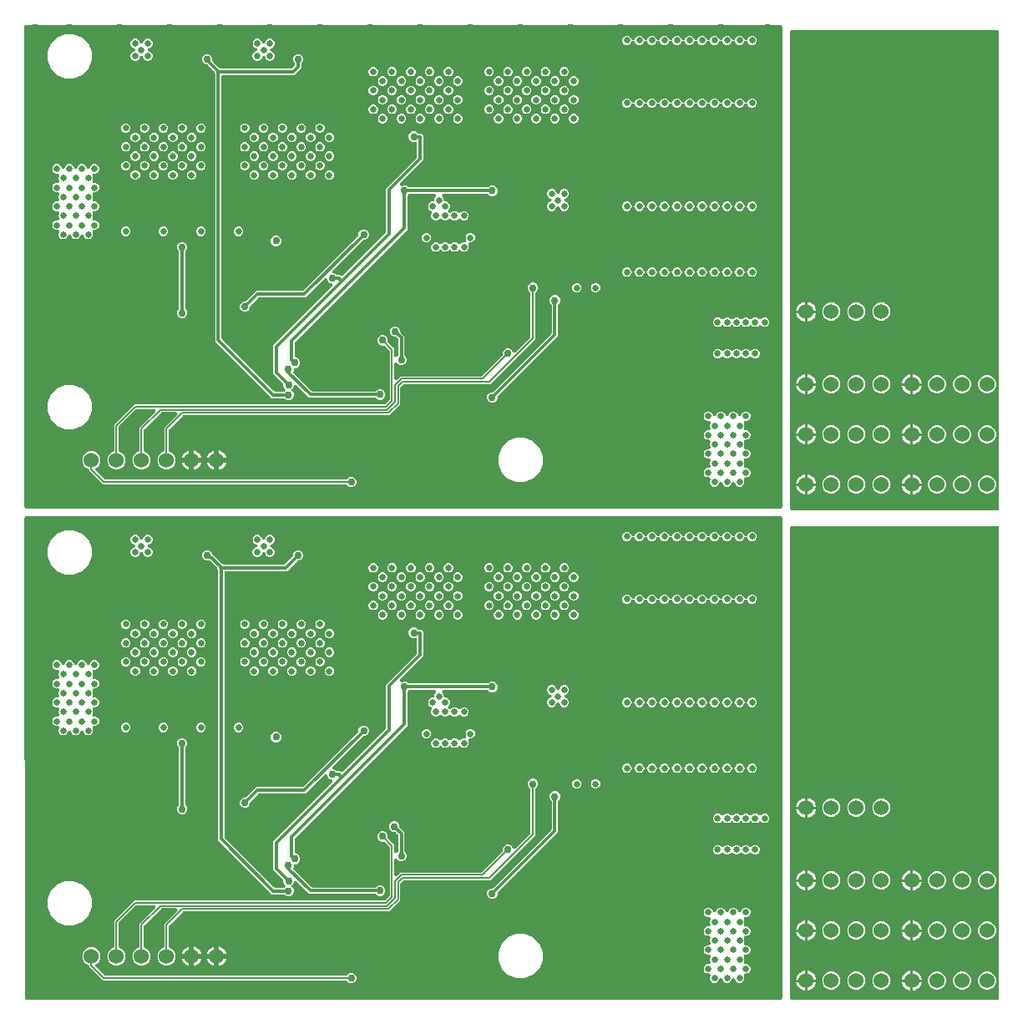
<source format=gbr>
G04 EAGLE Gerber RS-274X export*
G75*
%MOMM*%
%FSLAX34Y34*%
%LPD*%
%INEAGLE Copper Layer 15*%
%IPPOS*%
%AMOC8*
5,1,8,0,0,1.08239X$1,22.5*%
G01*
%ADD10C,1.524000*%
%ADD11C,0.756400*%
%ADD12C,0.355600*%
%ADD13C,0.656400*%
%ADD14C,0.660400*%
%ADD15C,0.304800*%
%ADD16C,0.152400*%

G36*
X771637Y503695D02*
X771637Y503695D01*
X771751Y503697D01*
X771824Y503715D01*
X771899Y503723D01*
X772007Y503758D01*
X772117Y503784D01*
X772185Y503817D01*
X772257Y503841D01*
X772355Y503898D01*
X772457Y503947D01*
X772516Y503993D01*
X772582Y504031D01*
X772665Y504108D01*
X772755Y504177D01*
X772803Y504235D01*
X772859Y504286D01*
X772924Y504378D01*
X772997Y504465D01*
X773033Y504531D01*
X773077Y504593D01*
X773121Y504697D01*
X773174Y504797D01*
X773195Y504870D01*
X773224Y504940D01*
X773246Y505051D01*
X773277Y505159D01*
X773284Y505250D01*
X773296Y505309D01*
X773295Y505370D01*
X773302Y505460D01*
X773302Y992380D01*
X773290Y992492D01*
X773288Y992606D01*
X773270Y992679D01*
X773262Y992754D01*
X773227Y992862D01*
X773201Y992972D01*
X773168Y993040D01*
X773145Y993112D01*
X773087Y993210D01*
X773038Y993312D01*
X772992Y993371D01*
X772954Y993437D01*
X772877Y993520D01*
X772808Y993610D01*
X772750Y993658D01*
X772699Y993714D01*
X772607Y993779D01*
X772520Y993852D01*
X772454Y993888D01*
X772392Y993932D01*
X772288Y993976D01*
X772188Y994029D01*
X772115Y994050D01*
X772046Y994079D01*
X771934Y994101D01*
X771826Y994132D01*
X771735Y994139D01*
X771676Y994151D01*
X771615Y994150D01*
X771525Y994157D01*
X6861Y994157D01*
X6748Y994145D01*
X6635Y994143D01*
X6562Y994125D01*
X6487Y994117D01*
X6379Y994082D01*
X6269Y994055D01*
X6201Y994023D01*
X6129Y994000D01*
X6031Y993942D01*
X5929Y993893D01*
X5870Y993847D01*
X5805Y993809D01*
X5721Y993732D01*
X5631Y993663D01*
X5583Y993605D01*
X5527Y993554D01*
X5462Y993462D01*
X5389Y993375D01*
X5353Y993308D01*
X5310Y993247D01*
X5265Y993142D01*
X5212Y993042D01*
X5192Y992970D01*
X5162Y992901D01*
X5141Y992789D01*
X5110Y992680D01*
X5102Y992590D01*
X5091Y992531D01*
X5092Y992470D01*
X5084Y992379D01*
X5332Y505459D01*
X5344Y505347D01*
X5346Y505234D01*
X5364Y505160D01*
X5372Y505085D01*
X5407Y504978D01*
X5434Y504868D01*
X5466Y504800D01*
X5490Y504727D01*
X5547Y504630D01*
X5596Y504528D01*
X5642Y504468D01*
X5681Y504403D01*
X5757Y504320D01*
X5826Y504230D01*
X5884Y504181D01*
X5936Y504125D01*
X6028Y504060D01*
X6114Y503988D01*
X6181Y503952D01*
X6243Y503908D01*
X6347Y503864D01*
X6446Y503811D01*
X6520Y503790D01*
X6590Y503760D01*
X6700Y503739D01*
X6809Y503708D01*
X6900Y503701D01*
X6959Y503689D01*
X7019Y503690D01*
X7109Y503683D01*
X771525Y503683D01*
X771637Y503695D01*
G37*
G36*
X771637Y6172D02*
X771637Y6172D01*
X771751Y6174D01*
X771824Y6192D01*
X771899Y6200D01*
X772007Y6235D01*
X772117Y6261D01*
X772185Y6294D01*
X772257Y6317D01*
X772355Y6375D01*
X772457Y6424D01*
X772516Y6470D01*
X772582Y6508D01*
X772665Y6585D01*
X772755Y6654D01*
X772803Y6712D01*
X772859Y6763D01*
X772924Y6855D01*
X772997Y6942D01*
X773033Y7008D01*
X773077Y7070D01*
X773121Y7174D01*
X773174Y7274D01*
X773195Y7347D01*
X773224Y7416D01*
X773246Y7528D01*
X773277Y7636D01*
X773284Y7727D01*
X773296Y7786D01*
X773295Y7847D01*
X773302Y7937D01*
X773302Y494665D01*
X773290Y494777D01*
X773288Y494891D01*
X773270Y494964D01*
X773262Y495039D01*
X773227Y495147D01*
X773201Y495257D01*
X773168Y495325D01*
X773145Y495397D01*
X773087Y495495D01*
X773038Y495597D01*
X772992Y495656D01*
X772954Y495722D01*
X772877Y495805D01*
X772808Y495895D01*
X772750Y495943D01*
X772699Y495999D01*
X772607Y496064D01*
X772520Y496137D01*
X772454Y496173D01*
X772392Y496217D01*
X772288Y496261D01*
X772188Y496314D01*
X772115Y496335D01*
X772046Y496364D01*
X771934Y496386D01*
X771826Y496417D01*
X771735Y496424D01*
X771676Y496436D01*
X771615Y496435D01*
X771525Y496442D01*
X7115Y496442D01*
X7002Y496430D01*
X6888Y496428D01*
X6815Y496410D01*
X6740Y496402D01*
X6632Y496367D01*
X6522Y496340D01*
X6454Y496308D01*
X6383Y496285D01*
X6285Y496227D01*
X6182Y496178D01*
X6123Y496132D01*
X6058Y496094D01*
X5974Y496017D01*
X5884Y495948D01*
X5836Y495890D01*
X5781Y495839D01*
X5715Y495747D01*
X5642Y495660D01*
X5607Y495593D01*
X5563Y495532D01*
X5519Y495427D01*
X5465Y495327D01*
X5445Y495255D01*
X5415Y495186D01*
X5394Y495074D01*
X5363Y494965D01*
X5355Y494875D01*
X5344Y494816D01*
X5345Y494755D01*
X5338Y494664D01*
X5585Y7936D01*
X5597Y7824D01*
X5600Y7711D01*
X5617Y7637D01*
X5625Y7562D01*
X5661Y7455D01*
X5687Y7345D01*
X5719Y7276D01*
X5743Y7204D01*
X5800Y7107D01*
X5849Y7005D01*
X5896Y6945D01*
X5934Y6879D01*
X6010Y6797D01*
X6079Y6707D01*
X6138Y6658D01*
X6189Y6602D01*
X6281Y6537D01*
X6367Y6465D01*
X6434Y6429D01*
X6496Y6385D01*
X6600Y6341D01*
X6700Y6288D01*
X6773Y6267D01*
X6843Y6237D01*
X6954Y6216D01*
X7062Y6185D01*
X7153Y6178D01*
X7213Y6166D01*
X7273Y6167D01*
X7362Y6160D01*
X771525Y6160D01*
X771637Y6172D01*
G37*
G36*
X992403Y502297D02*
X992403Y502297D01*
X992468Y502299D01*
X992512Y502317D01*
X992558Y502325D01*
X992615Y502359D01*
X992676Y502384D01*
X992711Y502416D01*
X992752Y502440D01*
X992793Y502491D01*
X992842Y502535D01*
X992863Y502577D01*
X992893Y502614D01*
X992914Y502676D01*
X992944Y502735D01*
X992952Y502789D01*
X992965Y502826D01*
X992964Y502866D01*
X992972Y502920D01*
X992725Y988060D01*
X992713Y988125D01*
X992711Y988191D01*
X992694Y988234D01*
X992685Y988281D01*
X992652Y988338D01*
X992627Y988398D01*
X992595Y988433D01*
X992571Y988474D01*
X992520Y988516D01*
X992476Y988564D01*
X992433Y988586D01*
X992397Y988616D01*
X992335Y988637D01*
X992276Y988667D01*
X992222Y988675D01*
X992184Y988687D01*
X992145Y988686D01*
X992091Y988694D01*
X782320Y988694D01*
X782255Y988683D01*
X782189Y988681D01*
X782146Y988663D01*
X782099Y988655D01*
X782042Y988621D01*
X781982Y988596D01*
X781947Y988565D01*
X781906Y988540D01*
X781865Y988489D01*
X781816Y988445D01*
X781794Y988403D01*
X781765Y988366D01*
X781744Y988304D01*
X781713Y988245D01*
X781705Y988191D01*
X781693Y988154D01*
X781694Y988114D01*
X781686Y988060D01*
X781686Y502920D01*
X781697Y502855D01*
X781699Y502789D01*
X781717Y502746D01*
X781725Y502699D01*
X781759Y502642D01*
X781784Y502582D01*
X781815Y502547D01*
X781840Y502506D01*
X781891Y502465D01*
X781935Y502416D01*
X781977Y502394D01*
X782014Y502365D01*
X782076Y502344D01*
X782135Y502313D01*
X782189Y502305D01*
X782226Y502293D01*
X782266Y502294D01*
X782320Y502286D01*
X992338Y502286D01*
X992403Y502297D01*
G37*
G36*
X992655Y6171D02*
X992655Y6171D01*
X992721Y6173D01*
X992765Y6191D01*
X992811Y6199D01*
X992868Y6233D01*
X992929Y6258D01*
X992964Y6290D01*
X993004Y6314D01*
X993046Y6365D01*
X993094Y6409D01*
X993116Y6451D01*
X993146Y6488D01*
X993167Y6550D01*
X993197Y6609D01*
X993205Y6663D01*
X993217Y6700D01*
X993216Y6740D01*
X993224Y6794D01*
X992981Y485140D01*
X992969Y485205D01*
X992967Y485271D01*
X992950Y485314D01*
X992941Y485361D01*
X992908Y485418D01*
X992883Y485478D01*
X992851Y485513D01*
X992827Y485554D01*
X992776Y485596D01*
X992732Y485644D01*
X992689Y485666D01*
X992653Y485696D01*
X992590Y485717D01*
X992532Y485747D01*
X992477Y485755D01*
X992440Y485767D01*
X992401Y485766D01*
X992347Y485774D01*
X782320Y485774D01*
X782255Y485763D01*
X782189Y485761D01*
X782146Y485743D01*
X782099Y485735D01*
X782042Y485701D01*
X781982Y485676D01*
X781947Y485645D01*
X781906Y485620D01*
X781865Y485569D01*
X781816Y485525D01*
X781794Y485483D01*
X781765Y485446D01*
X781744Y485384D01*
X781713Y485325D01*
X781705Y485271D01*
X781693Y485234D01*
X781694Y485194D01*
X781686Y485140D01*
X781686Y6794D01*
X781697Y6729D01*
X781699Y6663D01*
X781717Y6620D01*
X781725Y6573D01*
X781759Y6516D01*
X781784Y6456D01*
X781815Y6421D01*
X781840Y6380D01*
X781891Y6338D01*
X781935Y6290D01*
X781977Y6268D01*
X782014Y6239D01*
X782076Y6218D01*
X782135Y6187D01*
X782189Y6179D01*
X782226Y6167D01*
X782266Y6168D01*
X782320Y6160D01*
X992590Y6160D01*
X992655Y6171D01*
G37*
%LPC*%
G36*
X271769Y614002D02*
X271769Y614002D01*
X269818Y614810D01*
X269143Y615486D01*
X269010Y615592D01*
X268881Y615701D01*
X268864Y615710D01*
X268850Y615722D01*
X268698Y615799D01*
X268549Y615878D01*
X268530Y615883D01*
X268513Y615892D01*
X268349Y615935D01*
X268186Y615981D01*
X268165Y615982D01*
X268149Y615987D01*
X268083Y615989D01*
X267886Y616006D01*
X255916Y616006D01*
X198467Y673455D01*
X198467Y944206D01*
X198449Y944375D01*
X198435Y944543D01*
X198429Y944561D01*
X198427Y944580D01*
X198374Y944742D01*
X198325Y944903D01*
X198315Y944920D01*
X198310Y944938D01*
X198223Y945085D01*
X198141Y945232D01*
X198127Y945248D01*
X198119Y945263D01*
X198074Y945312D01*
X197992Y945408D01*
X197992Y946150D01*
X197974Y946319D01*
X197960Y946487D01*
X197954Y946505D01*
X197952Y946524D01*
X197899Y946686D01*
X197850Y946847D01*
X197840Y946864D01*
X197835Y946882D01*
X197749Y947029D01*
X197666Y947176D01*
X197652Y947192D01*
X197644Y947207D01*
X197599Y947256D01*
X197472Y947407D01*
X191221Y953658D01*
X191089Y953764D01*
X190959Y953873D01*
X190943Y953882D01*
X190928Y953894D01*
X190776Y953971D01*
X190627Y954050D01*
X190609Y954055D01*
X190592Y954064D01*
X190428Y954107D01*
X190265Y954153D01*
X190243Y954154D01*
X190227Y954159D01*
X190161Y954161D01*
X189964Y954178D01*
X189444Y954178D01*
X187494Y954986D01*
X186001Y956479D01*
X185193Y958429D01*
X185193Y960541D01*
X186001Y962491D01*
X187494Y963984D01*
X189444Y964792D01*
X191556Y964792D01*
X193506Y963984D01*
X194999Y962491D01*
X195807Y960541D01*
X195807Y958431D01*
X195825Y958262D01*
X195839Y958094D01*
X195845Y958076D01*
X195847Y958057D01*
X195900Y957895D01*
X195949Y957734D01*
X195959Y957717D01*
X195964Y957699D01*
X196050Y957552D01*
X196133Y957405D01*
X196147Y957389D01*
X196155Y957374D01*
X196200Y957325D01*
X196327Y957174D01*
X202258Y951243D01*
X202390Y951137D01*
X202520Y951028D01*
X202536Y951019D01*
X202551Y951007D01*
X202703Y950930D01*
X202852Y950851D01*
X202870Y950846D01*
X202887Y950837D01*
X203051Y950794D01*
X203072Y950789D01*
X203252Y950608D01*
X203385Y950502D01*
X203514Y950393D01*
X203531Y950384D01*
X203545Y950372D01*
X203697Y950295D01*
X203846Y950216D01*
X203865Y950211D01*
X203882Y950202D01*
X204046Y950159D01*
X204209Y950113D01*
X204230Y950112D01*
X204246Y950107D01*
X204312Y950105D01*
X204509Y950088D01*
X275391Y950088D01*
X275560Y950106D01*
X275728Y950120D01*
X275746Y950126D01*
X275765Y950128D01*
X275926Y950181D01*
X276088Y950230D01*
X276105Y950240D01*
X276123Y950245D01*
X276269Y950331D01*
X276417Y950414D01*
X276433Y950428D01*
X276448Y950436D01*
X276496Y950481D01*
X276648Y950608D01*
X278752Y952712D01*
X278858Y952845D01*
X278967Y952974D01*
X278976Y952991D01*
X278988Y953005D01*
X279065Y953157D01*
X279144Y953306D01*
X279149Y953325D01*
X279158Y953342D01*
X279201Y953506D01*
X279247Y953669D01*
X279248Y953690D01*
X279253Y953706D01*
X279255Y953772D01*
X279272Y953969D01*
X279272Y954547D01*
X279254Y954715D01*
X279240Y954884D01*
X279234Y954902D01*
X279232Y954921D01*
X279179Y955083D01*
X279130Y955244D01*
X279120Y955261D01*
X279115Y955279D01*
X279028Y955426D01*
X278946Y955573D01*
X278932Y955589D01*
X278924Y955604D01*
X278879Y955652D01*
X278752Y955803D01*
X278076Y956479D01*
X277268Y958429D01*
X277268Y960541D01*
X278076Y962491D01*
X279569Y963984D01*
X281519Y964792D01*
X283631Y964792D01*
X285581Y963984D01*
X287074Y962491D01*
X287882Y960541D01*
X287882Y958429D01*
X287074Y956479D01*
X286398Y955803D01*
X286292Y955671D01*
X286183Y955542D01*
X286174Y955525D01*
X286162Y955511D01*
X286085Y955359D01*
X286006Y955210D01*
X286001Y955191D01*
X285992Y955174D01*
X285950Y955011D01*
X285903Y954847D01*
X285902Y954826D01*
X285897Y954810D01*
X285895Y954744D01*
X285878Y954547D01*
X285878Y950497D01*
X278863Y943482D01*
X206850Y943482D01*
X206738Y943470D01*
X206624Y943468D01*
X206551Y943450D01*
X206476Y943442D01*
X206368Y943407D01*
X206258Y943381D01*
X206190Y943348D01*
X206118Y943325D01*
X206020Y943267D01*
X205918Y943218D01*
X205859Y943172D01*
X205793Y943134D01*
X205710Y943057D01*
X205620Y942988D01*
X205572Y942930D01*
X205516Y942879D01*
X205451Y942787D01*
X205378Y942700D01*
X205342Y942634D01*
X205298Y942572D01*
X205254Y942468D01*
X205201Y942368D01*
X205180Y942295D01*
X205151Y942226D01*
X205129Y942114D01*
X205098Y942006D01*
X205091Y941915D01*
X205079Y941856D01*
X205080Y941795D01*
X205073Y941705D01*
X205073Y676927D01*
X205091Y676758D01*
X205105Y676590D01*
X205111Y676571D01*
X205113Y676552D01*
X205166Y676391D01*
X205215Y676230D01*
X205225Y676213D01*
X205230Y676195D01*
X205316Y676048D01*
X205399Y675901D01*
X205413Y675884D01*
X205421Y675870D01*
X205466Y675821D01*
X205593Y675670D01*
X258131Y623132D01*
X258263Y623026D01*
X258393Y622917D01*
X258409Y622908D01*
X258424Y622896D01*
X258576Y622819D01*
X258725Y622740D01*
X258743Y622735D01*
X258760Y622726D01*
X258924Y622683D01*
X259087Y622637D01*
X259109Y622636D01*
X259125Y622631D01*
X259191Y622629D01*
X259388Y622612D01*
X267886Y622612D01*
X268054Y622630D01*
X268222Y622644D01*
X268241Y622650D01*
X268260Y622652D01*
X268421Y622705D01*
X268582Y622754D01*
X268599Y622763D01*
X268618Y622769D01*
X268734Y622838D01*
X268740Y622840D01*
X268753Y622849D01*
X268764Y622855D01*
X268911Y622937D01*
X268928Y622951D01*
X268943Y622960D01*
X268992Y623005D01*
X269022Y623030D01*
X269052Y623051D01*
X269077Y623077D01*
X269142Y623131D01*
X269163Y623152D01*
X269193Y623190D01*
X269220Y623215D01*
X269250Y623257D01*
X269313Y623323D01*
X269352Y623387D01*
X269399Y623445D01*
X269451Y623547D01*
X269510Y623644D01*
X269535Y623714D01*
X269569Y623781D01*
X269598Y623891D01*
X269636Y623999D01*
X269645Y624073D01*
X269664Y624145D01*
X269669Y624259D01*
X269684Y624372D01*
X269677Y624447D01*
X269681Y624522D01*
X269661Y624634D01*
X269652Y624747D01*
X269630Y624819D01*
X269617Y624893D01*
X269575Y624998D01*
X269542Y625107D01*
X269505Y625173D01*
X269477Y625242D01*
X269413Y625337D01*
X269358Y625436D01*
X269300Y625505D01*
X269266Y625554D01*
X269223Y625597D01*
X269164Y625667D01*
X268551Y626279D01*
X267743Y628229D01*
X267743Y629185D01*
X267725Y629353D01*
X267711Y629522D01*
X267705Y629540D01*
X267703Y629559D01*
X267650Y629720D01*
X267601Y629882D01*
X267591Y629899D01*
X267586Y629917D01*
X267500Y630063D01*
X267417Y630211D01*
X267403Y630227D01*
X267395Y630242D01*
X267350Y630290D01*
X267223Y630442D01*
X257047Y640617D01*
X257047Y669487D01*
X259503Y671942D01*
X316716Y729156D01*
X316770Y729222D01*
X316830Y729281D01*
X316887Y729368D01*
X316953Y729449D01*
X316991Y729525D01*
X317038Y729596D01*
X317075Y729692D01*
X317122Y729785D01*
X317144Y729867D01*
X317174Y729946D01*
X317191Y730049D01*
X317217Y730149D01*
X317221Y730234D01*
X317234Y730318D01*
X317229Y730422D01*
X317233Y730526D01*
X317219Y730609D01*
X317214Y730694D01*
X317187Y730794D01*
X317169Y730897D01*
X317138Y730976D01*
X317115Y731058D01*
X317068Y731150D01*
X317029Y731246D01*
X316981Y731317D01*
X316942Y731392D01*
X316876Y731472D01*
X316818Y731558D01*
X316757Y731617D01*
X316703Y731682D01*
X316621Y731747D01*
X316546Y731819D01*
X316474Y731863D01*
X316407Y731916D01*
X316289Y731977D01*
X316226Y732016D01*
X316188Y732029D01*
X316140Y732055D01*
X314494Y732736D01*
X313001Y734229D01*
X312105Y736394D01*
X312064Y736468D01*
X312032Y736547D01*
X311974Y736633D01*
X311924Y736724D01*
X311869Y736789D01*
X311821Y736859D01*
X311747Y736931D01*
X311679Y737010D01*
X311611Y737061D01*
X311550Y737120D01*
X311461Y737174D01*
X311378Y737237D01*
X311301Y737272D01*
X311229Y737317D01*
X311131Y737352D01*
X311037Y737395D01*
X310954Y737414D01*
X310874Y737442D01*
X310771Y737456D01*
X310670Y737479D01*
X310585Y737480D01*
X310500Y737490D01*
X310397Y737482D01*
X310293Y737483D01*
X310210Y737466D01*
X310125Y737458D01*
X310026Y737428D01*
X309924Y737407D01*
X309847Y737373D01*
X309765Y737348D01*
X309675Y737298D01*
X309580Y737256D01*
X309511Y737206D01*
X309436Y737165D01*
X309335Y737079D01*
X309274Y737035D01*
X309248Y737005D01*
X309206Y736970D01*
X292748Y720513D01*
X290293Y718057D01*
X243404Y718057D01*
X243235Y718039D01*
X243067Y718025D01*
X243049Y718019D01*
X243030Y718017D01*
X242869Y717964D01*
X242707Y717915D01*
X242690Y717905D01*
X242672Y717900D01*
X242526Y717814D01*
X242378Y717731D01*
X242362Y717717D01*
X242347Y717709D01*
X242298Y717664D01*
X242147Y717537D01*
X234427Y709817D01*
X234321Y709684D01*
X234212Y709555D01*
X234203Y709538D01*
X234191Y709524D01*
X234114Y709372D01*
X234035Y709223D01*
X234030Y709204D01*
X234021Y709187D01*
X233978Y709023D01*
X233932Y708860D01*
X233931Y708839D01*
X233926Y708823D01*
X233924Y708757D01*
X233907Y708560D01*
X233907Y707604D01*
X233099Y705654D01*
X231606Y704161D01*
X229656Y703353D01*
X227544Y703353D01*
X225594Y704161D01*
X224101Y705654D01*
X223293Y707604D01*
X223293Y709716D01*
X224101Y711666D01*
X225594Y713159D01*
X227544Y713967D01*
X228500Y713967D01*
X228669Y713985D01*
X228837Y713999D01*
X228855Y714005D01*
X228874Y714007D01*
X229035Y714060D01*
X229197Y714109D01*
X229214Y714119D01*
X229232Y714124D01*
X229378Y714210D01*
X229526Y714293D01*
X229542Y714307D01*
X229557Y714315D01*
X229605Y714360D01*
X229757Y714487D01*
X239932Y724663D01*
X286821Y724663D01*
X286990Y724681D01*
X287158Y724695D01*
X287176Y724701D01*
X287195Y724703D01*
X287356Y724756D01*
X287518Y724805D01*
X287535Y724815D01*
X287553Y724820D01*
X287699Y724906D01*
X287847Y724989D01*
X287863Y725003D01*
X287878Y725011D01*
X287926Y725056D01*
X288078Y725183D01*
X343423Y780528D01*
X343529Y780661D01*
X343638Y780790D01*
X343647Y780807D01*
X343659Y780821D01*
X343736Y780973D01*
X343815Y781122D01*
X343820Y781141D01*
X343829Y781158D01*
X343872Y781322D01*
X343918Y781485D01*
X343919Y781506D01*
X343924Y781522D01*
X343926Y781588D01*
X343943Y781785D01*
X343943Y782741D01*
X344751Y784691D01*
X346244Y786184D01*
X348194Y786992D01*
X350306Y786992D01*
X352256Y786184D01*
X353749Y784691D01*
X354557Y782741D01*
X354557Y780629D01*
X353749Y778679D01*
X352256Y777186D01*
X350306Y776378D01*
X349350Y776378D01*
X349181Y776360D01*
X349013Y776346D01*
X348995Y776340D01*
X348976Y776338D01*
X348815Y776285D01*
X348653Y776236D01*
X348636Y776226D01*
X348618Y776221D01*
X348471Y776134D01*
X348324Y776052D01*
X348308Y776038D01*
X348293Y776030D01*
X348244Y775985D01*
X348093Y775858D01*
X317765Y745529D01*
X317711Y745463D01*
X317651Y745404D01*
X317594Y745317D01*
X317528Y745236D01*
X317490Y745160D01*
X317443Y745089D01*
X317406Y744993D01*
X317359Y744900D01*
X317337Y744818D01*
X317307Y744739D01*
X317290Y744636D01*
X317264Y744536D01*
X317260Y744451D01*
X317247Y744367D01*
X317252Y744263D01*
X317248Y744159D01*
X317262Y744075D01*
X317267Y743991D01*
X317294Y743891D01*
X317312Y743788D01*
X317343Y743709D01*
X317365Y743627D01*
X317413Y743535D01*
X317452Y743439D01*
X317499Y743368D01*
X317539Y743293D01*
X317605Y743213D01*
X317663Y743127D01*
X317724Y743068D01*
X317778Y743003D01*
X317860Y742938D01*
X317935Y742866D01*
X318007Y742822D01*
X318074Y742769D01*
X318192Y742708D01*
X318255Y742669D01*
X318293Y742656D01*
X318341Y742630D01*
X320506Y741734D01*
X321182Y741058D01*
X321314Y740952D01*
X321443Y740843D01*
X321460Y740834D01*
X321475Y740822D01*
X321626Y740745D01*
X321775Y740666D01*
X321794Y740661D01*
X321811Y740652D01*
X321975Y740609D01*
X322138Y740563D01*
X322159Y740562D01*
X322175Y740557D01*
X322241Y740555D01*
X322438Y740538D01*
X325218Y740538D01*
X325401Y740354D01*
X325489Y740283D01*
X325571Y740205D01*
X325635Y740165D01*
X325694Y740118D01*
X325795Y740067D01*
X325892Y740008D01*
X325963Y739982D01*
X326030Y739948D01*
X326140Y739920D01*
X326247Y739882D01*
X326322Y739873D01*
X326395Y739854D01*
X326508Y739849D01*
X326620Y739834D01*
X326695Y739841D01*
X326771Y739838D01*
X326883Y739857D01*
X326995Y739866D01*
X327068Y739888D01*
X327142Y739901D01*
X327247Y739943D01*
X327355Y739976D01*
X327421Y740013D01*
X327492Y740042D01*
X327585Y740105D01*
X327684Y740160D01*
X327753Y740219D01*
X327804Y740252D01*
X327845Y740296D01*
X327915Y740354D01*
X370827Y783266D01*
X370853Y783300D01*
X370869Y783314D01*
X370898Y783355D01*
X370933Y783399D01*
X371042Y783528D01*
X371051Y783545D01*
X371063Y783559D01*
X371140Y783711D01*
X371219Y783860D01*
X371224Y783879D01*
X371233Y783896D01*
X371275Y784059D01*
X371322Y784223D01*
X371323Y784244D01*
X371328Y784260D01*
X371330Y784326D01*
X371347Y784523D01*
X371347Y828237D01*
X402577Y859466D01*
X402683Y859599D01*
X402792Y859728D01*
X402801Y859745D01*
X402813Y859759D01*
X402890Y859911D01*
X402969Y860060D01*
X402974Y860079D01*
X402983Y860096D01*
X403026Y860260D01*
X403072Y860423D01*
X403073Y860444D01*
X403078Y860460D01*
X403080Y860526D01*
X403097Y860723D01*
X403097Y873760D01*
X403085Y873872D01*
X403083Y873986D01*
X403065Y874059D01*
X403057Y874134D01*
X403022Y874242D01*
X402996Y874352D01*
X402963Y874420D01*
X402940Y874492D01*
X402882Y874590D01*
X402833Y874692D01*
X402787Y874751D01*
X402749Y874817D01*
X402672Y874900D01*
X402603Y874990D01*
X402545Y875038D01*
X402494Y875094D01*
X402402Y875159D01*
X402315Y875232D01*
X402249Y875268D01*
X402187Y875312D01*
X402083Y875356D01*
X401983Y875409D01*
X401910Y875430D01*
X401841Y875459D01*
X401729Y875481D01*
X401621Y875512D01*
X401530Y875519D01*
X401471Y875531D01*
X401410Y875530D01*
X401320Y875537D01*
X398994Y875537D01*
X397044Y876345D01*
X395551Y877838D01*
X394743Y879788D01*
X394743Y881900D01*
X395551Y883850D01*
X397044Y885343D01*
X398994Y886151D01*
X401106Y886151D01*
X403056Y885343D01*
X403732Y884667D01*
X403864Y884560D01*
X403993Y884452D01*
X404010Y884443D01*
X404025Y884431D01*
X404176Y884354D01*
X404325Y884275D01*
X404344Y884270D01*
X404361Y884261D01*
X404525Y884218D01*
X404688Y884172D01*
X404709Y884171D01*
X404725Y884166D01*
X404791Y884164D01*
X404988Y884147D01*
X407768Y884147D01*
X409703Y882212D01*
X409703Y857251D01*
X386269Y833817D01*
X386251Y833795D01*
X386229Y833776D01*
X386132Y833648D01*
X386032Y833524D01*
X386019Y833499D01*
X386002Y833476D01*
X385935Y833331D01*
X385863Y833188D01*
X385855Y833160D01*
X385843Y833134D01*
X385808Y832978D01*
X385768Y832823D01*
X385766Y832795D01*
X385760Y832767D01*
X385758Y832607D01*
X385752Y832447D01*
X385756Y832419D01*
X385756Y832391D01*
X385788Y832234D01*
X385815Y832076D01*
X385826Y832050D01*
X385832Y832022D01*
X385896Y831875D01*
X385956Y831727D01*
X385972Y831703D01*
X385983Y831677D01*
X386077Y831547D01*
X386166Y831415D01*
X386187Y831395D01*
X386204Y831372D01*
X386323Y831265D01*
X386438Y831154D01*
X386462Y831139D01*
X386484Y831120D01*
X386623Y831040D01*
X386759Y830957D01*
X386786Y830947D01*
X386810Y830933D01*
X386963Y830884D01*
X387114Y830831D01*
X387142Y830828D01*
X387169Y830819D01*
X387329Y830804D01*
X387487Y830783D01*
X387516Y830786D01*
X387544Y830783D01*
X387703Y830802D01*
X387863Y830815D01*
X387890Y830823D01*
X387918Y830827D01*
X388205Y830918D01*
X389469Y831442D01*
X391581Y831442D01*
X393531Y830634D01*
X394207Y829958D01*
X394339Y829851D01*
X394468Y829743D01*
X394485Y829734D01*
X394500Y829722D01*
X394651Y829645D01*
X394800Y829566D01*
X394819Y829561D01*
X394836Y829552D01*
X395000Y829509D01*
X395163Y829463D01*
X395184Y829462D01*
X395200Y829457D01*
X395266Y829455D01*
X395463Y829438D01*
X474487Y829438D01*
X474656Y829456D01*
X474824Y829470D01*
X474842Y829476D01*
X474861Y829478D01*
X475022Y829531D01*
X475184Y829580D01*
X475201Y829590D01*
X475219Y829595D01*
X475365Y829681D01*
X475513Y829764D01*
X475529Y829778D01*
X475543Y829786D01*
X475592Y829831D01*
X475743Y829958D01*
X476419Y830634D01*
X478369Y831442D01*
X480481Y831442D01*
X482431Y830634D01*
X483924Y829141D01*
X484732Y827191D01*
X484732Y825079D01*
X483924Y823129D01*
X482431Y821636D01*
X480481Y820828D01*
X478369Y820828D01*
X476419Y821636D01*
X475743Y822312D01*
X475611Y822418D01*
X475482Y822527D01*
X475465Y822536D01*
X475450Y822548D01*
X475299Y822625D01*
X475150Y822704D01*
X475131Y822709D01*
X475114Y822718D01*
X474950Y822761D01*
X474787Y822807D01*
X474766Y822808D01*
X474750Y822813D01*
X474684Y822815D01*
X474487Y822832D01*
X430316Y822832D01*
X430260Y822826D01*
X430203Y822829D01*
X430073Y822806D01*
X429942Y822792D01*
X429888Y822775D01*
X429832Y822765D01*
X429709Y822716D01*
X429584Y822675D01*
X429535Y822646D01*
X429483Y822625D01*
X429373Y822551D01*
X429259Y822484D01*
X429218Y822446D01*
X429171Y822414D01*
X429079Y822319D01*
X428982Y822229D01*
X428949Y822183D01*
X428910Y822142D01*
X428841Y822029D01*
X428765Y821922D01*
X428742Y821870D01*
X428713Y821821D01*
X428669Y821697D01*
X428617Y821576D01*
X428606Y821520D01*
X428587Y821466D01*
X428570Y821335D01*
X428545Y821206D01*
X428546Y821149D01*
X428539Y821093D01*
X428550Y820961D01*
X428553Y820829D01*
X428566Y820774D01*
X428571Y820718D01*
X428610Y820591D01*
X428640Y820463D01*
X428665Y820412D01*
X428681Y820358D01*
X428746Y820242D01*
X428803Y820123D01*
X428837Y820078D01*
X428865Y820029D01*
X428993Y819878D01*
X429033Y819825D01*
X429046Y819815D01*
X429059Y819798D01*
X429525Y819333D01*
X430257Y817566D01*
X430257Y816844D01*
X430269Y816732D01*
X430271Y816618D01*
X430289Y816545D01*
X430297Y816470D01*
X430332Y816362D01*
X430358Y816252D01*
X430391Y816184D01*
X430414Y816112D01*
X430472Y816014D01*
X430521Y815912D01*
X430567Y815853D01*
X430605Y815787D01*
X430682Y815704D01*
X430751Y815614D01*
X430809Y815566D01*
X430860Y815510D01*
X430952Y815445D01*
X431039Y815372D01*
X431105Y815336D01*
X431167Y815292D01*
X431271Y815248D01*
X431371Y815195D01*
X431444Y815174D01*
X431513Y815145D01*
X431625Y815123D01*
X431733Y815092D01*
X431824Y815085D01*
X431883Y815073D01*
X431944Y815074D01*
X432034Y815067D01*
X432756Y815067D01*
X434523Y814335D01*
X435875Y812983D01*
X436607Y811216D01*
X436607Y809304D01*
X435875Y807537D01*
X435092Y806754D01*
X435021Y806666D01*
X434943Y806585D01*
X434903Y806520D01*
X434855Y806461D01*
X434804Y806360D01*
X434745Y806264D01*
X434720Y806193D01*
X434686Y806125D01*
X434657Y806016D01*
X434620Y805909D01*
X434610Y805834D01*
X434591Y805761D01*
X434586Y805648D01*
X434572Y805535D01*
X434578Y805460D01*
X434575Y805384D01*
X434594Y805273D01*
X434604Y805160D01*
X434626Y805088D01*
X434639Y805013D01*
X434681Y804908D01*
X434714Y804800D01*
X434751Y804734D01*
X434779Y804664D01*
X434842Y804570D01*
X434897Y804472D01*
X434956Y804402D01*
X434990Y804352D01*
X435033Y804310D01*
X435092Y804241D01*
X435306Y804027D01*
X435394Y803956D01*
X435476Y803878D01*
X435540Y803838D01*
X435599Y803790D01*
X435700Y803739D01*
X435796Y803680D01*
X435867Y803655D01*
X435935Y803621D01*
X436044Y803592D01*
X436151Y803555D01*
X436226Y803545D01*
X436299Y803526D01*
X436412Y803521D01*
X436525Y803507D01*
X436600Y803513D01*
X436675Y803510D01*
X436787Y803529D01*
X436900Y803539D01*
X436972Y803561D01*
X437047Y803574D01*
X437152Y803616D01*
X437260Y803649D01*
X437326Y803686D01*
X437396Y803714D01*
X437490Y803777D01*
X437589Y803833D01*
X437658Y803891D01*
X437708Y803925D01*
X437750Y803968D01*
X437819Y804027D01*
X438602Y804810D01*
X440369Y805542D01*
X442281Y805542D01*
X444048Y804810D01*
X444831Y804027D01*
X444919Y803956D01*
X445001Y803878D01*
X445065Y803838D01*
X445124Y803790D01*
X445225Y803739D01*
X445321Y803680D01*
X445392Y803655D01*
X445460Y803621D01*
X445570Y803592D01*
X445676Y803555D01*
X445751Y803545D01*
X445824Y803526D01*
X445937Y803521D01*
X446050Y803507D01*
X446125Y803513D01*
X446201Y803510D01*
X446312Y803529D01*
X446425Y803539D01*
X446497Y803561D01*
X446572Y803574D01*
X446677Y803616D01*
X446785Y803649D01*
X446851Y803686D01*
X446921Y803714D01*
X447015Y803777D01*
X447114Y803833D01*
X447183Y803891D01*
X447233Y803925D01*
X447275Y803969D01*
X447344Y804027D01*
X448127Y804810D01*
X449894Y805542D01*
X451806Y805542D01*
X453573Y804810D01*
X454925Y803458D01*
X455657Y801691D01*
X455657Y799779D01*
X454925Y798012D01*
X453573Y796660D01*
X451806Y795928D01*
X449894Y795928D01*
X448127Y796660D01*
X447344Y797443D01*
X447256Y797514D01*
X447174Y797592D01*
X447110Y797632D01*
X447051Y797680D01*
X446950Y797731D01*
X446854Y797790D01*
X446783Y797815D01*
X446715Y797849D01*
X446605Y797878D01*
X446499Y797915D01*
X446424Y797925D01*
X446351Y797944D01*
X446238Y797949D01*
X446125Y797963D01*
X446050Y797957D01*
X445974Y797960D01*
X445863Y797941D01*
X445750Y797931D01*
X445678Y797909D01*
X445603Y797896D01*
X445498Y797854D01*
X445390Y797821D01*
X445324Y797784D01*
X445254Y797756D01*
X445160Y797693D01*
X445061Y797637D01*
X444992Y797579D01*
X444942Y797545D01*
X444900Y797502D01*
X444831Y797443D01*
X444048Y796660D01*
X442281Y795928D01*
X440369Y795928D01*
X438602Y796660D01*
X437819Y797443D01*
X437731Y797514D01*
X437649Y797592D01*
X437585Y797632D01*
X437526Y797680D01*
X437425Y797731D01*
X437329Y797790D01*
X437258Y797815D01*
X437190Y797849D01*
X437080Y797878D01*
X436974Y797915D01*
X436899Y797925D01*
X436826Y797944D01*
X436713Y797949D01*
X436600Y797963D01*
X436525Y797957D01*
X436449Y797960D01*
X436338Y797941D01*
X436225Y797931D01*
X436153Y797909D01*
X436078Y797896D01*
X435973Y797854D01*
X435865Y797821D01*
X435799Y797784D01*
X435729Y797756D01*
X435635Y797693D01*
X435536Y797637D01*
X435467Y797579D01*
X435417Y797545D01*
X435375Y797501D01*
X435306Y797443D01*
X434523Y796660D01*
X432756Y795928D01*
X430844Y795928D01*
X429077Y796660D01*
X428294Y797443D01*
X428206Y797514D01*
X428124Y797592D01*
X428060Y797632D01*
X428001Y797680D01*
X427900Y797731D01*
X427804Y797790D01*
X427733Y797815D01*
X427665Y797849D01*
X427555Y797878D01*
X427449Y797915D01*
X427374Y797925D01*
X427301Y797944D01*
X427188Y797949D01*
X427075Y797963D01*
X427000Y797957D01*
X426924Y797960D01*
X426813Y797941D01*
X426700Y797931D01*
X426628Y797909D01*
X426553Y797896D01*
X426448Y797854D01*
X426340Y797821D01*
X426274Y797784D01*
X426204Y797756D01*
X426110Y797693D01*
X426011Y797637D01*
X425942Y797579D01*
X425892Y797545D01*
X425850Y797501D01*
X425781Y797443D01*
X424998Y796660D01*
X423231Y795928D01*
X421319Y795928D01*
X419552Y796660D01*
X418200Y798012D01*
X417468Y799779D01*
X417468Y801691D01*
X418217Y803499D01*
X418249Y803608D01*
X418290Y803713D01*
X418302Y803788D01*
X418324Y803860D01*
X418332Y803973D01*
X418350Y804085D01*
X418346Y804161D01*
X418352Y804236D01*
X418336Y804348D01*
X418330Y804461D01*
X418310Y804534D01*
X418300Y804609D01*
X418261Y804715D01*
X418231Y804824D01*
X418197Y804891D01*
X418171Y804963D01*
X418110Y805058D01*
X418058Y805159D01*
X418010Y805217D01*
X417970Y805281D01*
X417891Y805362D01*
X417819Y805449D01*
X417759Y805496D01*
X417706Y805550D01*
X417612Y805613D01*
X417523Y805683D01*
X417443Y805724D01*
X417392Y805758D01*
X417336Y805780D01*
X417255Y805821D01*
X416377Y806185D01*
X415025Y807537D01*
X414293Y809304D01*
X414293Y811216D01*
X415025Y812983D01*
X416377Y814335D01*
X418144Y815067D01*
X418866Y815067D01*
X418978Y815079D01*
X419092Y815081D01*
X419165Y815099D01*
X419240Y815107D01*
X419348Y815142D01*
X419458Y815168D01*
X419526Y815201D01*
X419598Y815224D01*
X419696Y815282D01*
X419798Y815331D01*
X419857Y815377D01*
X419923Y815415D01*
X420006Y815492D01*
X420096Y815561D01*
X420144Y815619D01*
X420200Y815670D01*
X420265Y815762D01*
X420338Y815849D01*
X420374Y815915D01*
X420418Y815977D01*
X420462Y816081D01*
X420515Y816181D01*
X420536Y816254D01*
X420565Y816323D01*
X420587Y816435D01*
X420618Y816543D01*
X420625Y816634D01*
X420637Y816693D01*
X420636Y816754D01*
X420643Y816844D01*
X420643Y817566D01*
X421375Y819333D01*
X421841Y819798D01*
X421876Y819842D01*
X421918Y819881D01*
X421994Y819989D01*
X422077Y820091D01*
X422103Y820142D01*
X422135Y820188D01*
X422187Y820310D01*
X422247Y820427D01*
X422261Y820482D01*
X422283Y820535D01*
X422308Y820664D01*
X422342Y820792D01*
X422344Y820849D01*
X422355Y820904D01*
X422352Y821036D01*
X422358Y821168D01*
X422348Y821224D01*
X422347Y821281D01*
X422316Y821409D01*
X422294Y821539D01*
X422273Y821592D01*
X422260Y821647D01*
X422203Y821766D01*
X422154Y821889D01*
X422122Y821936D01*
X422097Y821987D01*
X422017Y822091D01*
X421943Y822201D01*
X421902Y822240D01*
X421867Y822285D01*
X421766Y822370D01*
X421671Y822461D01*
X421623Y822491D01*
X421579Y822527D01*
X421463Y822589D01*
X421350Y822659D01*
X421297Y822677D01*
X421247Y822704D01*
X421120Y822740D01*
X420995Y822784D01*
X420939Y822791D01*
X420884Y822807D01*
X420687Y822823D01*
X420622Y822832D01*
X420605Y822830D01*
X420584Y822832D01*
X395605Y822832D01*
X395493Y822820D01*
X395379Y822818D01*
X395306Y822800D01*
X395231Y822792D01*
X395123Y822757D01*
X395013Y822731D01*
X394945Y822698D01*
X394873Y822675D01*
X394775Y822617D01*
X394673Y822568D01*
X394614Y822522D01*
X394548Y822484D01*
X394465Y822407D01*
X394375Y822338D01*
X394327Y822280D01*
X394271Y822229D01*
X394206Y822137D01*
X394133Y822050D01*
X394097Y821984D01*
X394053Y821922D01*
X394009Y821818D01*
X393956Y821718D01*
X393935Y821645D01*
X393906Y821576D01*
X393884Y821464D01*
X393853Y821356D01*
X393846Y821265D01*
X393834Y821206D01*
X393835Y821145D01*
X393828Y821055D01*
X393828Y786667D01*
X280048Y672888D01*
X279942Y672755D01*
X279833Y672626D01*
X279824Y672609D01*
X279812Y672595D01*
X279735Y672443D01*
X279656Y672294D01*
X279651Y672275D01*
X279642Y672258D01*
X279599Y672094D01*
X279553Y671931D01*
X279552Y671910D01*
X279547Y671894D01*
X279545Y671828D01*
X279528Y671631D01*
X279528Y658540D01*
X279543Y658399D01*
X279550Y658258D01*
X279563Y658212D01*
X279568Y658165D01*
X279612Y658031D01*
X279649Y657895D01*
X279671Y657853D01*
X279685Y657808D01*
X279757Y657685D01*
X279822Y657560D01*
X279852Y657524D01*
X279876Y657483D01*
X279972Y657379D01*
X280062Y657270D01*
X280099Y657240D01*
X280131Y657205D01*
X280246Y657124D01*
X280357Y657036D01*
X280405Y657011D01*
X280438Y656988D01*
X280506Y656959D01*
X280625Y656898D01*
X282406Y656160D01*
X283899Y654667D01*
X284707Y652717D01*
X284707Y650605D01*
X283899Y648655D01*
X282406Y647162D01*
X280456Y646354D01*
X279963Y646354D01*
X279850Y646342D01*
X279737Y646340D01*
X279664Y646322D01*
X279588Y646314D01*
X279481Y646279D01*
X279371Y646253D01*
X279303Y646220D01*
X279231Y646197D01*
X279133Y646139D01*
X279031Y646090D01*
X278971Y646044D01*
X278906Y646006D01*
X278823Y645929D01*
X278733Y645860D01*
X278684Y645802D01*
X278629Y645751D01*
X278563Y645659D01*
X278490Y645572D01*
X278455Y645506D01*
X278411Y645444D01*
X278367Y645340D01*
X278314Y645240D01*
X278293Y645167D01*
X278264Y645098D01*
X278242Y644986D01*
X278211Y644878D01*
X278203Y644787D01*
X278192Y644728D01*
X278193Y644667D01*
X278186Y644577D01*
X278186Y643933D01*
X277833Y643082D01*
X277793Y642946D01*
X277746Y642813D01*
X277740Y642766D01*
X277727Y642721D01*
X277716Y642580D01*
X277698Y642440D01*
X277702Y642393D01*
X277699Y642345D01*
X277718Y642205D01*
X277730Y642065D01*
X277744Y642019D01*
X277750Y641972D01*
X277799Y641840D01*
X277840Y641705D01*
X277863Y641663D01*
X277880Y641619D01*
X277955Y641499D01*
X278024Y641376D01*
X278059Y641334D01*
X278080Y641300D01*
X278132Y641247D01*
X278218Y641145D01*
X296086Y623277D01*
X296218Y623171D01*
X296347Y623062D01*
X296364Y623053D01*
X296379Y623041D01*
X296531Y622964D01*
X296680Y622885D01*
X296698Y622880D01*
X296715Y622871D01*
X296879Y622829D01*
X297042Y622782D01*
X297064Y622781D01*
X297080Y622776D01*
X297146Y622774D01*
X297343Y622757D01*
X360718Y622757D01*
X360887Y622775D01*
X361055Y622789D01*
X361073Y622795D01*
X361092Y622797D01*
X361253Y622850D01*
X361415Y622899D01*
X361432Y622909D01*
X361450Y622915D01*
X361596Y623001D01*
X361744Y623083D01*
X361760Y623097D01*
X361774Y623105D01*
X361823Y623150D01*
X361974Y623277D01*
X362650Y623953D01*
X364600Y624761D01*
X366712Y624761D01*
X368662Y623953D01*
X370155Y622460D01*
X370963Y620510D01*
X370963Y618399D01*
X370155Y616448D01*
X368662Y614955D01*
X366712Y614147D01*
X364600Y614147D01*
X362650Y614955D01*
X361974Y615631D01*
X361842Y615738D01*
X361713Y615847D01*
X361696Y615855D01*
X361681Y615867D01*
X361530Y615944D01*
X361381Y616023D01*
X361362Y616028D01*
X361345Y616037D01*
X361181Y616080D01*
X361018Y616126D01*
X360997Y616128D01*
X360981Y616132D01*
X360915Y616135D01*
X360718Y616151D01*
X293871Y616151D01*
X291415Y618607D01*
X281244Y628778D01*
X281178Y628832D01*
X281118Y628892D01*
X281032Y628949D01*
X280951Y629015D01*
X280875Y629053D01*
X280804Y629100D01*
X280707Y629137D01*
X280615Y629184D01*
X280532Y629206D01*
X280453Y629236D01*
X280351Y629253D01*
X280250Y629279D01*
X280165Y629283D01*
X280082Y629296D01*
X279978Y629291D01*
X279874Y629295D01*
X279790Y629281D01*
X279706Y629276D01*
X279606Y629249D01*
X279503Y629231D01*
X279424Y629200D01*
X279342Y629177D01*
X279250Y629130D01*
X279154Y629091D01*
X279083Y629043D01*
X279008Y629004D01*
X278928Y628938D01*
X278842Y628880D01*
X278783Y628819D01*
X278717Y628765D01*
X278653Y628683D01*
X278581Y628608D01*
X278537Y628536D01*
X278484Y628469D01*
X278422Y628351D01*
X278384Y628288D01*
X278370Y628250D01*
X278345Y628202D01*
X277549Y626279D01*
X276711Y625441D01*
X276639Y625353D01*
X276561Y625271D01*
X276522Y625207D01*
X276474Y625148D01*
X276423Y625047D01*
X276364Y624950D01*
X276339Y624879D01*
X276305Y624812D01*
X276276Y624702D01*
X276238Y624595D01*
X276229Y624520D01*
X276210Y624447D01*
X276205Y624334D01*
X276190Y624222D01*
X276197Y624147D01*
X276194Y624071D01*
X276213Y623959D01*
X276222Y623847D01*
X276245Y623774D01*
X276257Y623700D01*
X276300Y623595D01*
X276333Y623487D01*
X276369Y623421D01*
X276398Y623350D01*
X276461Y623257D01*
X276516Y623158D01*
X276575Y623089D01*
X276609Y623039D01*
X276652Y622997D01*
X276711Y622927D01*
X277323Y622315D01*
X278131Y620365D01*
X278131Y618253D01*
X277323Y616303D01*
X275830Y614810D01*
X273880Y614002D01*
X271769Y614002D01*
G37*
%LPD*%
%LPC*%
G36*
X271769Y111082D02*
X271769Y111082D01*
X269818Y111890D01*
X269143Y112566D01*
X269010Y112672D01*
X268881Y112781D01*
X268864Y112790D01*
X268850Y112802D01*
X268698Y112879D01*
X268549Y112958D01*
X268530Y112963D01*
X268513Y112972D01*
X268349Y113015D01*
X268186Y113061D01*
X268165Y113062D01*
X268149Y113067D01*
X268083Y113069D01*
X267886Y113086D01*
X255916Y113086D01*
X201167Y167835D01*
X201167Y441126D01*
X201149Y441295D01*
X201135Y441463D01*
X201129Y441481D01*
X201127Y441500D01*
X201074Y441662D01*
X201025Y441823D01*
X201015Y441840D01*
X201010Y441858D01*
X200924Y442004D01*
X200841Y442152D01*
X200827Y442168D01*
X200819Y442183D01*
X200774Y442231D01*
X200647Y442383D01*
X200532Y442497D01*
X200532Y443390D01*
X200520Y443509D01*
X200518Y443589D01*
X200508Y443629D01*
X200500Y443727D01*
X200494Y443745D01*
X200492Y443764D01*
X200439Y443926D01*
X200433Y443947D01*
X200431Y443955D01*
X200429Y443958D01*
X200390Y444087D01*
X200380Y444104D01*
X200375Y444122D01*
X200289Y444268D01*
X200206Y444416D01*
X200192Y444432D01*
X200184Y444447D01*
X200139Y444496D01*
X200012Y444647D01*
X193700Y450959D01*
X193590Y451047D01*
X193485Y451142D01*
X193443Y451166D01*
X193407Y451195D01*
X193281Y451259D01*
X193158Y451329D01*
X193113Y451344D01*
X193070Y451365D01*
X192934Y451401D01*
X192799Y451443D01*
X192752Y451448D01*
X192706Y451460D01*
X192565Y451466D01*
X192424Y451479D01*
X192377Y451474D01*
X192330Y451476D01*
X192190Y451452D01*
X192050Y451435D01*
X191998Y451419D01*
X191959Y451412D01*
X191890Y451384D01*
X191763Y451344D01*
X191556Y451258D01*
X189444Y451258D01*
X187494Y452066D01*
X186001Y453559D01*
X185193Y455509D01*
X185193Y457621D01*
X186001Y459571D01*
X187494Y461064D01*
X189444Y461872D01*
X191556Y461872D01*
X193506Y461064D01*
X194999Y459571D01*
X195775Y457698D01*
X195779Y457690D01*
X195782Y457681D01*
X195869Y457526D01*
X195955Y457368D01*
X195961Y457361D01*
X195965Y457352D01*
X196160Y457122D01*
X204958Y448323D01*
X205090Y448217D01*
X205220Y448108D01*
X205236Y448099D01*
X205251Y448087D01*
X205403Y448010D01*
X205552Y447931D01*
X205570Y447926D01*
X205587Y447917D01*
X205751Y447874D01*
X205772Y447869D01*
X205952Y447688D01*
X206085Y447582D01*
X206214Y447473D01*
X206231Y447464D01*
X206245Y447452D01*
X206397Y447375D01*
X206546Y447296D01*
X206565Y447291D01*
X206582Y447282D01*
X206746Y447239D01*
X206909Y447193D01*
X206930Y447192D01*
X206946Y447187D01*
X207012Y447185D01*
X207209Y447168D01*
X267771Y447168D01*
X267940Y447186D01*
X268108Y447200D01*
X268126Y447206D01*
X268145Y447208D01*
X268306Y447261D01*
X268468Y447310D01*
X268485Y447320D01*
X268503Y447325D01*
X268649Y447411D01*
X268797Y447494D01*
X268813Y447508D01*
X268828Y447516D01*
X268876Y447561D01*
X269028Y447688D01*
X276748Y455408D01*
X276854Y455541D01*
X276963Y455670D01*
X276972Y455687D01*
X276984Y455701D01*
X277061Y455853D01*
X277140Y456002D01*
X277145Y456021D01*
X277154Y456038D01*
X277197Y456202D01*
X277243Y456365D01*
X277244Y456386D01*
X277249Y456402D01*
X277251Y456468D01*
X277268Y456665D01*
X277268Y457621D01*
X278076Y459571D01*
X279569Y461064D01*
X281519Y461872D01*
X283631Y461872D01*
X285581Y461064D01*
X287074Y459571D01*
X287882Y457621D01*
X287882Y455509D01*
X287074Y453559D01*
X285581Y452066D01*
X283631Y451258D01*
X282675Y451258D01*
X282506Y451240D01*
X282338Y451226D01*
X282320Y451220D01*
X282301Y451218D01*
X282140Y451165D01*
X281978Y451116D01*
X281961Y451106D01*
X281943Y451101D01*
X281797Y451015D01*
X281649Y450932D01*
X281633Y450918D01*
X281618Y450910D01*
X281570Y450865D01*
X281418Y450738D01*
X271243Y440562D01*
X209550Y440562D01*
X209438Y440550D01*
X209324Y440548D01*
X209251Y440530D01*
X209176Y440522D01*
X209068Y440487D01*
X208958Y440461D01*
X208890Y440428D01*
X208818Y440405D01*
X208720Y440347D01*
X208618Y440298D01*
X208559Y440252D01*
X208493Y440214D01*
X208410Y440137D01*
X208320Y440068D01*
X208272Y440010D01*
X208216Y439959D01*
X208151Y439867D01*
X208078Y439780D01*
X208042Y439714D01*
X207998Y439652D01*
X207954Y439548D01*
X207901Y439448D01*
X207880Y439375D01*
X207851Y439306D01*
X207829Y439194D01*
X207798Y439086D01*
X207791Y438995D01*
X207779Y438936D01*
X207780Y438875D01*
X207773Y438785D01*
X207773Y171307D01*
X207791Y171138D01*
X207805Y170970D01*
X207811Y170951D01*
X207813Y170932D01*
X207866Y170771D01*
X207915Y170610D01*
X207925Y170593D01*
X207930Y170575D01*
X208016Y170428D01*
X208099Y170281D01*
X208113Y170264D01*
X208121Y170250D01*
X208166Y170201D01*
X208293Y170050D01*
X258131Y120212D01*
X258263Y120106D01*
X258393Y119997D01*
X258409Y119988D01*
X258424Y119976D01*
X258576Y119899D01*
X258725Y119820D01*
X258743Y119815D01*
X258760Y119806D01*
X258924Y119763D01*
X259087Y119717D01*
X259109Y119716D01*
X259125Y119711D01*
X259191Y119709D01*
X259388Y119692D01*
X267886Y119692D01*
X268054Y119710D01*
X268222Y119724D01*
X268241Y119730D01*
X268260Y119732D01*
X268421Y119785D01*
X268582Y119834D01*
X268599Y119843D01*
X268618Y119849D01*
X268734Y119918D01*
X268740Y119920D01*
X268753Y119929D01*
X268764Y119935D01*
X268911Y120017D01*
X268928Y120031D01*
X268943Y120040D01*
X268992Y120085D01*
X269022Y120110D01*
X269052Y120131D01*
X269077Y120157D01*
X269142Y120211D01*
X269163Y120232D01*
X269193Y120270D01*
X269220Y120295D01*
X269250Y120337D01*
X269313Y120403D01*
X269352Y120467D01*
X269399Y120525D01*
X269451Y120627D01*
X269510Y120724D01*
X269535Y120794D01*
X269569Y120861D01*
X269598Y120971D01*
X269636Y121079D01*
X269645Y121153D01*
X269664Y121225D01*
X269669Y121339D01*
X269684Y121452D01*
X269677Y121527D01*
X269681Y121602D01*
X269661Y121714D01*
X269652Y121827D01*
X269630Y121899D01*
X269617Y121973D01*
X269575Y122078D01*
X269542Y122187D01*
X269505Y122253D01*
X269477Y122322D01*
X269413Y122417D01*
X269358Y122516D01*
X269300Y122585D01*
X269266Y122634D01*
X269223Y122677D01*
X269164Y122747D01*
X268551Y123359D01*
X267743Y125309D01*
X267743Y126265D01*
X267725Y126433D01*
X267711Y126602D01*
X267705Y126620D01*
X267703Y126639D01*
X267650Y126800D01*
X267601Y126962D01*
X267591Y126979D01*
X267586Y126997D01*
X267500Y127143D01*
X267417Y127291D01*
X267403Y127307D01*
X267395Y127322D01*
X267350Y127370D01*
X267223Y127522D01*
X257047Y137697D01*
X257047Y166567D01*
X259503Y169022D01*
X316716Y226236D01*
X316770Y226302D01*
X316830Y226361D01*
X316887Y226448D01*
X316953Y226529D01*
X316991Y226605D01*
X317038Y226676D01*
X317075Y226772D01*
X317122Y226865D01*
X317144Y226947D01*
X317174Y227026D01*
X317191Y227129D01*
X317217Y227229D01*
X317221Y227314D01*
X317234Y227398D01*
X317229Y227502D01*
X317233Y227606D01*
X317219Y227689D01*
X317214Y227774D01*
X317187Y227874D01*
X317169Y227977D01*
X317138Y228056D01*
X317115Y228138D01*
X317068Y228230D01*
X317029Y228326D01*
X316981Y228397D01*
X316942Y228472D01*
X316876Y228552D01*
X316818Y228638D01*
X316757Y228697D01*
X316703Y228762D01*
X316621Y228827D01*
X316546Y228899D01*
X316474Y228943D01*
X316407Y228996D01*
X316289Y229057D01*
X316226Y229096D01*
X316188Y229109D01*
X316140Y229135D01*
X314494Y229816D01*
X313001Y231309D01*
X312105Y233474D01*
X312064Y233548D01*
X312032Y233627D01*
X311974Y233713D01*
X311924Y233804D01*
X311869Y233869D01*
X311821Y233939D01*
X311747Y234011D01*
X311679Y234090D01*
X311611Y234141D01*
X311550Y234200D01*
X311461Y234254D01*
X311378Y234317D01*
X311301Y234352D01*
X311229Y234397D01*
X311131Y234432D01*
X311037Y234475D01*
X310954Y234494D01*
X310874Y234522D01*
X310771Y234536D01*
X310670Y234559D01*
X310585Y234560D01*
X310500Y234570D01*
X310397Y234562D01*
X310293Y234563D01*
X310210Y234546D01*
X310125Y234538D01*
X310026Y234508D01*
X309924Y234487D01*
X309847Y234453D01*
X309765Y234428D01*
X309675Y234378D01*
X309580Y234336D01*
X309511Y234286D01*
X309436Y234245D01*
X309335Y234159D01*
X309274Y234115D01*
X309248Y234085D01*
X309206Y234050D01*
X292748Y217593D01*
X290293Y215137D01*
X243404Y215137D01*
X243235Y215119D01*
X243067Y215105D01*
X243049Y215099D01*
X243030Y215097D01*
X242869Y215044D01*
X242707Y214995D01*
X242690Y214985D01*
X242672Y214980D01*
X242526Y214894D01*
X242378Y214811D01*
X242362Y214797D01*
X242347Y214789D01*
X242298Y214744D01*
X242147Y214617D01*
X234427Y206897D01*
X234321Y206764D01*
X234212Y206635D01*
X234203Y206618D01*
X234191Y206604D01*
X234114Y206452D01*
X234035Y206303D01*
X234030Y206284D01*
X234021Y206267D01*
X233978Y206103D01*
X233932Y205940D01*
X233931Y205919D01*
X233926Y205903D01*
X233924Y205837D01*
X233907Y205640D01*
X233907Y204684D01*
X233099Y202734D01*
X231606Y201241D01*
X229656Y200433D01*
X227544Y200433D01*
X225594Y201241D01*
X224101Y202734D01*
X223293Y204684D01*
X223293Y206796D01*
X224101Y208746D01*
X225594Y210239D01*
X227544Y211047D01*
X228500Y211047D01*
X228669Y211065D01*
X228837Y211079D01*
X228855Y211085D01*
X228874Y211087D01*
X229035Y211140D01*
X229197Y211189D01*
X229214Y211199D01*
X229232Y211204D01*
X229378Y211290D01*
X229526Y211373D01*
X229542Y211387D01*
X229557Y211395D01*
X229605Y211440D01*
X229757Y211567D01*
X239932Y221743D01*
X286821Y221743D01*
X286990Y221761D01*
X287158Y221775D01*
X287176Y221781D01*
X287195Y221783D01*
X287356Y221836D01*
X287518Y221885D01*
X287535Y221895D01*
X287553Y221900D01*
X287699Y221986D01*
X287847Y222069D01*
X287863Y222083D01*
X287878Y222091D01*
X287926Y222136D01*
X288078Y222263D01*
X343423Y277608D01*
X343529Y277741D01*
X343638Y277870D01*
X343647Y277887D01*
X343659Y277901D01*
X343736Y278053D01*
X343815Y278202D01*
X343820Y278221D01*
X343829Y278238D01*
X343872Y278402D01*
X343918Y278565D01*
X343919Y278586D01*
X343924Y278602D01*
X343926Y278668D01*
X343943Y278865D01*
X343943Y279821D01*
X344751Y281771D01*
X346244Y283264D01*
X348194Y284072D01*
X350306Y284072D01*
X352256Y283264D01*
X353749Y281771D01*
X354557Y279821D01*
X354557Y277709D01*
X353749Y275759D01*
X352256Y274266D01*
X350306Y273458D01*
X349350Y273458D01*
X349181Y273440D01*
X349013Y273426D01*
X348995Y273420D01*
X348976Y273418D01*
X348815Y273365D01*
X348653Y273316D01*
X348636Y273306D01*
X348618Y273301D01*
X348471Y273214D01*
X348324Y273132D01*
X348308Y273118D01*
X348293Y273110D01*
X348244Y273065D01*
X348093Y272938D01*
X317765Y242609D01*
X317711Y242543D01*
X317651Y242484D01*
X317594Y242397D01*
X317528Y242316D01*
X317490Y242240D01*
X317443Y242169D01*
X317406Y242073D01*
X317359Y241980D01*
X317337Y241898D01*
X317307Y241819D01*
X317290Y241716D01*
X317264Y241616D01*
X317260Y241531D01*
X317247Y241447D01*
X317252Y241343D01*
X317248Y241239D01*
X317262Y241155D01*
X317267Y241071D01*
X317294Y240971D01*
X317312Y240868D01*
X317343Y240789D01*
X317365Y240707D01*
X317413Y240615D01*
X317452Y240519D01*
X317499Y240448D01*
X317539Y240373D01*
X317605Y240293D01*
X317663Y240207D01*
X317724Y240148D01*
X317778Y240083D01*
X317860Y240018D01*
X317935Y239946D01*
X318007Y239902D01*
X318074Y239849D01*
X318192Y239788D01*
X318255Y239749D01*
X318293Y239736D01*
X318341Y239710D01*
X320506Y238814D01*
X321182Y238138D01*
X321314Y238032D01*
X321443Y237923D01*
X321460Y237914D01*
X321475Y237902D01*
X321626Y237825D01*
X321775Y237746D01*
X321794Y237741D01*
X321811Y237732D01*
X321975Y237689D01*
X322138Y237643D01*
X322159Y237642D01*
X322175Y237637D01*
X322241Y237635D01*
X322438Y237618D01*
X325218Y237618D01*
X325401Y237434D01*
X325489Y237363D01*
X325571Y237285D01*
X325635Y237245D01*
X325694Y237198D01*
X325795Y237147D01*
X325892Y237088D01*
X325963Y237062D01*
X326030Y237028D01*
X326140Y237000D01*
X326247Y236962D01*
X326322Y236953D01*
X326395Y236934D01*
X326508Y236929D01*
X326620Y236914D01*
X326695Y236921D01*
X326771Y236918D01*
X326883Y236937D01*
X326995Y236946D01*
X327068Y236968D01*
X327142Y236981D01*
X327247Y237023D01*
X327355Y237056D01*
X327421Y237093D01*
X327492Y237122D01*
X327585Y237185D01*
X327684Y237240D01*
X327753Y237299D01*
X327804Y237332D01*
X327845Y237376D01*
X327915Y237434D01*
X370827Y280346D01*
X370933Y280479D01*
X371042Y280608D01*
X371051Y280625D01*
X371063Y280639D01*
X371140Y280791D01*
X371219Y280940D01*
X371224Y280959D01*
X371233Y280976D01*
X371267Y281108D01*
X371269Y281113D01*
X371272Y281125D01*
X371275Y281139D01*
X371322Y281303D01*
X371323Y281324D01*
X371328Y281340D01*
X371330Y281406D01*
X371334Y281447D01*
X371341Y281483D01*
X371340Y281519D01*
X371347Y281603D01*
X371347Y325317D01*
X402577Y356546D01*
X402683Y356679D01*
X402792Y356808D01*
X402801Y356825D01*
X402813Y356839D01*
X402890Y356991D01*
X402969Y357140D01*
X402974Y357159D01*
X402983Y357176D01*
X403026Y357340D01*
X403072Y357503D01*
X403073Y357524D01*
X403078Y357540D01*
X403080Y357606D01*
X403097Y357803D01*
X403097Y370840D01*
X403085Y370952D01*
X403083Y371066D01*
X403065Y371139D01*
X403057Y371214D01*
X403022Y371322D01*
X402996Y371432D01*
X402963Y371500D01*
X402940Y371572D01*
X402882Y371670D01*
X402833Y371772D01*
X402787Y371831D01*
X402749Y371897D01*
X402672Y371980D01*
X402603Y372070D01*
X402545Y372118D01*
X402494Y372174D01*
X402402Y372239D01*
X402315Y372312D01*
X402249Y372348D01*
X402187Y372392D01*
X402083Y372436D01*
X401983Y372489D01*
X401910Y372510D01*
X401841Y372539D01*
X401729Y372561D01*
X401621Y372592D01*
X401530Y372599D01*
X401471Y372611D01*
X401410Y372610D01*
X401320Y372617D01*
X398994Y372617D01*
X397044Y373425D01*
X395551Y374918D01*
X394743Y376868D01*
X394743Y378980D01*
X395551Y380930D01*
X397044Y382423D01*
X398994Y383231D01*
X401106Y383231D01*
X403056Y382423D01*
X403732Y381747D01*
X403864Y381640D01*
X403993Y381532D01*
X404010Y381523D01*
X404025Y381511D01*
X404176Y381434D01*
X404325Y381355D01*
X404344Y381350D01*
X404361Y381341D01*
X404525Y381298D01*
X404688Y381252D01*
X404709Y381251D01*
X404725Y381246D01*
X404791Y381244D01*
X404988Y381227D01*
X407768Y381227D01*
X409703Y379292D01*
X409703Y354331D01*
X386269Y330897D01*
X386251Y330875D01*
X386229Y330856D01*
X386133Y330729D01*
X386032Y330604D01*
X386019Y330579D01*
X386002Y330556D01*
X385935Y330411D01*
X385863Y330268D01*
X385855Y330240D01*
X385843Y330214D01*
X385808Y330058D01*
X385768Y329903D01*
X385766Y329875D01*
X385760Y329847D01*
X385758Y329687D01*
X385752Y329527D01*
X385756Y329499D01*
X385756Y329471D01*
X385788Y329314D01*
X385815Y329156D01*
X385826Y329130D01*
X385832Y329102D01*
X385896Y328956D01*
X385956Y328807D01*
X385972Y328783D01*
X385983Y328757D01*
X386077Y328628D01*
X386166Y328495D01*
X386187Y328475D01*
X386204Y328452D01*
X386323Y328345D01*
X386438Y328234D01*
X386462Y328219D01*
X386484Y328200D01*
X386623Y328121D01*
X386759Y328037D01*
X386786Y328027D01*
X386810Y328013D01*
X386963Y327965D01*
X387114Y327911D01*
X387142Y327908D01*
X387169Y327899D01*
X387329Y327884D01*
X387487Y327863D01*
X387516Y327866D01*
X387544Y327863D01*
X387703Y327882D01*
X387863Y327895D01*
X387890Y327904D01*
X387918Y327907D01*
X388205Y327998D01*
X389469Y328522D01*
X391581Y328522D01*
X393531Y327714D01*
X394207Y327038D01*
X394339Y326932D01*
X394468Y326823D01*
X394485Y326814D01*
X394500Y326802D01*
X394651Y326725D01*
X394800Y326646D01*
X394819Y326641D01*
X394836Y326632D01*
X395000Y326589D01*
X395163Y326543D01*
X395184Y326542D01*
X395200Y326537D01*
X395266Y326535D01*
X395463Y326518D01*
X474487Y326518D01*
X474656Y326536D01*
X474824Y326550D01*
X474842Y326556D01*
X474861Y326558D01*
X475022Y326611D01*
X475184Y326660D01*
X475201Y326670D01*
X475219Y326675D01*
X475365Y326761D01*
X475513Y326844D01*
X475529Y326858D01*
X475543Y326866D01*
X475592Y326911D01*
X475743Y327038D01*
X476419Y327714D01*
X478369Y328522D01*
X480481Y328522D01*
X482431Y327714D01*
X483924Y326221D01*
X484732Y324271D01*
X484732Y322159D01*
X483924Y320209D01*
X482431Y318716D01*
X480481Y317908D01*
X478369Y317908D01*
X476419Y318716D01*
X475743Y319392D01*
X475611Y319498D01*
X475482Y319607D01*
X475465Y319616D01*
X475450Y319628D01*
X475299Y319705D01*
X475150Y319784D01*
X475131Y319789D01*
X475114Y319798D01*
X474950Y319841D01*
X474787Y319887D01*
X474766Y319888D01*
X474750Y319893D01*
X474684Y319895D01*
X474487Y319912D01*
X430316Y319912D01*
X430260Y319906D01*
X430203Y319909D01*
X430073Y319886D01*
X429942Y319872D01*
X429888Y319855D01*
X429832Y319845D01*
X429709Y319796D01*
X429584Y319755D01*
X429535Y319726D01*
X429483Y319705D01*
X429373Y319631D01*
X429259Y319564D01*
X429218Y319526D01*
X429171Y319494D01*
X429079Y319399D01*
X428982Y319309D01*
X428949Y319263D01*
X428910Y319222D01*
X428841Y319109D01*
X428765Y319002D01*
X428742Y318950D01*
X428713Y318901D01*
X428669Y318777D01*
X428617Y318656D01*
X428606Y318600D01*
X428587Y318546D01*
X428570Y318415D01*
X428545Y318286D01*
X428546Y318229D01*
X428539Y318173D01*
X428550Y318041D01*
X428553Y317909D01*
X428566Y317854D01*
X428571Y317798D01*
X428610Y317671D01*
X428640Y317543D01*
X428665Y317492D01*
X428681Y317438D01*
X428746Y317322D01*
X428803Y317203D01*
X428837Y317158D01*
X428865Y317109D01*
X428993Y316958D01*
X429033Y316905D01*
X429046Y316895D01*
X429059Y316878D01*
X429525Y316413D01*
X430257Y314646D01*
X430257Y313924D01*
X430269Y313812D01*
X430271Y313698D01*
X430289Y313625D01*
X430297Y313550D01*
X430332Y313442D01*
X430358Y313332D01*
X430391Y313264D01*
X430414Y313192D01*
X430472Y313094D01*
X430521Y312992D01*
X430567Y312933D01*
X430605Y312867D01*
X430682Y312784D01*
X430751Y312694D01*
X430809Y312646D01*
X430860Y312590D01*
X430952Y312525D01*
X431039Y312452D01*
X431105Y312416D01*
X431167Y312372D01*
X431271Y312328D01*
X431371Y312275D01*
X431444Y312254D01*
X431513Y312225D01*
X431625Y312203D01*
X431733Y312172D01*
X431824Y312165D01*
X431883Y312153D01*
X431944Y312154D01*
X432034Y312147D01*
X432756Y312147D01*
X434523Y311415D01*
X435875Y310063D01*
X436607Y308296D01*
X436607Y306384D01*
X435875Y304617D01*
X435092Y303834D01*
X435021Y303746D01*
X434943Y303664D01*
X434903Y303600D01*
X434855Y303541D01*
X434804Y303440D01*
X434745Y303344D01*
X434720Y303273D01*
X434686Y303205D01*
X434657Y303096D01*
X434620Y302989D01*
X434610Y302914D01*
X434591Y302841D01*
X434586Y302728D01*
X434572Y302615D01*
X434578Y302540D01*
X434575Y302464D01*
X434594Y302353D01*
X434604Y302240D01*
X434626Y302168D01*
X434639Y302093D01*
X434681Y301988D01*
X434714Y301880D01*
X434751Y301814D01*
X434779Y301744D01*
X434842Y301650D01*
X434898Y301551D01*
X434956Y301482D01*
X434990Y301432D01*
X435033Y301390D01*
X435092Y301321D01*
X435306Y301107D01*
X435394Y301036D01*
X435476Y300958D01*
X435540Y300918D01*
X435599Y300870D01*
X435700Y300819D01*
X435796Y300760D01*
X435867Y300735D01*
X435935Y300701D01*
X436044Y300672D01*
X436151Y300635D01*
X436226Y300625D01*
X436299Y300606D01*
X436412Y300601D01*
X436525Y300587D01*
X436600Y300593D01*
X436676Y300590D01*
X436787Y300609D01*
X436900Y300619D01*
X436972Y300641D01*
X437047Y300654D01*
X437152Y300696D01*
X437260Y300729D01*
X437326Y300766D01*
X437396Y300794D01*
X437490Y300857D01*
X437589Y300913D01*
X437658Y300971D01*
X437708Y301005D01*
X437750Y301048D01*
X437819Y301107D01*
X438602Y301890D01*
X440369Y302622D01*
X442281Y302622D01*
X444048Y301890D01*
X444831Y301107D01*
X444919Y301036D01*
X445001Y300958D01*
X445065Y300918D01*
X445124Y300870D01*
X445225Y300819D01*
X445321Y300760D01*
X445392Y300735D01*
X445460Y300701D01*
X445570Y300672D01*
X445676Y300635D01*
X445751Y300625D01*
X445824Y300606D01*
X445937Y300601D01*
X446050Y300587D01*
X446125Y300593D01*
X446201Y300590D01*
X446312Y300609D01*
X446425Y300619D01*
X446497Y300641D01*
X446572Y300654D01*
X446677Y300696D01*
X446785Y300729D01*
X446851Y300766D01*
X446921Y300794D01*
X447015Y300857D01*
X447114Y300913D01*
X447183Y300971D01*
X447233Y301005D01*
X447275Y301048D01*
X447344Y301107D01*
X448127Y301890D01*
X449894Y302622D01*
X451806Y302622D01*
X453573Y301890D01*
X454925Y300538D01*
X455657Y298771D01*
X455657Y296859D01*
X454925Y295092D01*
X453573Y293740D01*
X451806Y293008D01*
X449894Y293008D01*
X448127Y293740D01*
X447344Y294523D01*
X447256Y294594D01*
X447174Y294672D01*
X447110Y294712D01*
X447051Y294760D01*
X446950Y294811D01*
X446854Y294870D01*
X446783Y294895D01*
X446715Y294929D01*
X446605Y294958D01*
X446499Y294995D01*
X446424Y295005D01*
X446351Y295024D01*
X446238Y295029D01*
X446125Y295043D01*
X446050Y295037D01*
X445974Y295040D01*
X445863Y295021D01*
X445750Y295011D01*
X445678Y294989D01*
X445603Y294976D01*
X445498Y294934D01*
X445390Y294901D01*
X445324Y294864D01*
X445254Y294836D01*
X445160Y294773D01*
X445061Y294717D01*
X444992Y294659D01*
X444942Y294625D01*
X444900Y294581D01*
X444831Y294523D01*
X444048Y293740D01*
X442281Y293008D01*
X440369Y293008D01*
X438602Y293740D01*
X437819Y294523D01*
X437731Y294594D01*
X437649Y294672D01*
X437585Y294712D01*
X437526Y294760D01*
X437425Y294811D01*
X437329Y294870D01*
X437258Y294895D01*
X437190Y294929D01*
X437080Y294958D01*
X436974Y294995D01*
X436899Y295005D01*
X436826Y295024D01*
X436713Y295029D01*
X436600Y295043D01*
X436525Y295037D01*
X436449Y295040D01*
X436338Y295021D01*
X436225Y295011D01*
X436153Y294989D01*
X436078Y294976D01*
X435973Y294934D01*
X435865Y294901D01*
X435799Y294864D01*
X435729Y294836D01*
X435635Y294773D01*
X435536Y294717D01*
X435467Y294659D01*
X435417Y294625D01*
X435375Y294581D01*
X435306Y294523D01*
X434523Y293740D01*
X432756Y293008D01*
X430844Y293008D01*
X429077Y293740D01*
X428294Y294523D01*
X428206Y294594D01*
X428124Y294672D01*
X428060Y294712D01*
X428001Y294760D01*
X427900Y294811D01*
X427804Y294870D01*
X427733Y294895D01*
X427665Y294929D01*
X427555Y294958D01*
X427449Y294995D01*
X427374Y295005D01*
X427301Y295024D01*
X427188Y295029D01*
X427075Y295043D01*
X427000Y295037D01*
X426924Y295040D01*
X426813Y295021D01*
X426700Y295011D01*
X426628Y294989D01*
X426553Y294976D01*
X426448Y294934D01*
X426340Y294901D01*
X426274Y294864D01*
X426204Y294836D01*
X426110Y294773D01*
X426011Y294717D01*
X425942Y294659D01*
X425892Y294625D01*
X425850Y294582D01*
X425781Y294523D01*
X424998Y293740D01*
X423231Y293008D01*
X421319Y293008D01*
X419552Y293740D01*
X418200Y295092D01*
X417468Y296859D01*
X417468Y298771D01*
X418217Y300579D01*
X418239Y300654D01*
X418243Y300663D01*
X418245Y300675D01*
X418249Y300688D01*
X418290Y300793D01*
X418302Y300868D01*
X418324Y300940D01*
X418332Y301053D01*
X418350Y301165D01*
X418346Y301241D01*
X418352Y301316D01*
X418336Y301428D01*
X418330Y301541D01*
X418310Y301614D01*
X418300Y301689D01*
X418261Y301795D01*
X418231Y301904D01*
X418197Y301971D01*
X418171Y302043D01*
X418110Y302138D01*
X418058Y302239D01*
X418010Y302297D01*
X417970Y302361D01*
X417891Y302442D01*
X417819Y302529D01*
X417759Y302576D01*
X417706Y302630D01*
X417612Y302693D01*
X417523Y302763D01*
X417443Y302804D01*
X417392Y302838D01*
X417336Y302860D01*
X417255Y302901D01*
X416377Y303265D01*
X415025Y304617D01*
X414293Y306384D01*
X414293Y308296D01*
X415025Y310063D01*
X416377Y311415D01*
X418144Y312147D01*
X418866Y312147D01*
X418978Y312159D01*
X419092Y312161D01*
X419165Y312179D01*
X419240Y312187D01*
X419348Y312222D01*
X419458Y312248D01*
X419526Y312281D01*
X419598Y312304D01*
X419696Y312362D01*
X419798Y312411D01*
X419857Y312457D01*
X419923Y312495D01*
X420006Y312572D01*
X420096Y312641D01*
X420144Y312699D01*
X420200Y312750D01*
X420265Y312842D01*
X420338Y312929D01*
X420374Y312995D01*
X420418Y313057D01*
X420462Y313161D01*
X420515Y313261D01*
X420536Y313334D01*
X420565Y313403D01*
X420587Y313515D01*
X420618Y313623D01*
X420625Y313714D01*
X420637Y313773D01*
X420636Y313834D01*
X420643Y313924D01*
X420643Y314646D01*
X421375Y316413D01*
X421841Y316878D01*
X421876Y316922D01*
X421918Y316961D01*
X421994Y317069D01*
X422077Y317171D01*
X422103Y317222D01*
X422135Y317268D01*
X422187Y317390D01*
X422247Y317507D01*
X422261Y317562D01*
X422283Y317615D01*
X422308Y317744D01*
X422342Y317872D01*
X422344Y317929D01*
X422355Y317984D01*
X422352Y318116D01*
X422358Y318248D01*
X422348Y318304D01*
X422347Y318361D01*
X422316Y318489D01*
X422294Y318619D01*
X422273Y318672D01*
X422260Y318727D01*
X422203Y318846D01*
X422154Y318969D01*
X422122Y319016D01*
X422097Y319067D01*
X422017Y319171D01*
X421943Y319281D01*
X421902Y319320D01*
X421867Y319365D01*
X421766Y319450D01*
X421671Y319541D01*
X421623Y319571D01*
X421579Y319607D01*
X421463Y319669D01*
X421350Y319739D01*
X421297Y319757D01*
X421247Y319784D01*
X421120Y319820D01*
X420995Y319864D01*
X420939Y319871D01*
X420884Y319887D01*
X420687Y319903D01*
X420622Y319912D01*
X420605Y319910D01*
X420584Y319912D01*
X395605Y319912D01*
X395493Y319900D01*
X395379Y319898D01*
X395306Y319880D01*
X395231Y319872D01*
X395123Y319837D01*
X395013Y319811D01*
X394945Y319778D01*
X394873Y319755D01*
X394775Y319697D01*
X394673Y319648D01*
X394614Y319602D01*
X394548Y319564D01*
X394465Y319487D01*
X394375Y319418D01*
X394327Y319360D01*
X394271Y319309D01*
X394206Y319217D01*
X394133Y319130D01*
X394097Y319064D01*
X394053Y319002D01*
X394009Y318898D01*
X393956Y318798D01*
X393935Y318725D01*
X393906Y318656D01*
X393884Y318544D01*
X393853Y318436D01*
X393846Y318345D01*
X393834Y318286D01*
X393835Y318225D01*
X393828Y318135D01*
X393828Y283747D01*
X280048Y169968D01*
X279942Y169835D01*
X279833Y169706D01*
X279824Y169689D01*
X279812Y169675D01*
X279735Y169523D01*
X279656Y169374D01*
X279651Y169355D01*
X279642Y169338D01*
X279599Y169174D01*
X279553Y169011D01*
X279552Y168990D01*
X279547Y168974D01*
X279545Y168908D01*
X279528Y168711D01*
X279528Y155620D01*
X279543Y155479D01*
X279550Y155338D01*
X279563Y155292D01*
X279568Y155245D01*
X279612Y155111D01*
X279649Y154975D01*
X279671Y154933D01*
X279685Y154888D01*
X279757Y154765D01*
X279822Y154640D01*
X279852Y154604D01*
X279876Y154563D01*
X279972Y154459D01*
X280062Y154350D01*
X280099Y154320D01*
X280131Y154285D01*
X280246Y154204D01*
X280357Y154116D01*
X280405Y154091D01*
X280438Y154068D01*
X280506Y154039D01*
X280625Y153978D01*
X282406Y153240D01*
X283899Y151747D01*
X284707Y149797D01*
X284707Y147685D01*
X283899Y145735D01*
X282406Y144242D01*
X280456Y143434D01*
X279963Y143434D01*
X279850Y143422D01*
X279737Y143420D01*
X279664Y143402D01*
X279588Y143394D01*
X279481Y143359D01*
X279371Y143333D01*
X279303Y143300D01*
X279231Y143277D01*
X279133Y143219D01*
X279031Y143170D01*
X278971Y143124D01*
X278906Y143086D01*
X278823Y143009D01*
X278733Y142940D01*
X278684Y142882D01*
X278629Y142831D01*
X278563Y142739D01*
X278490Y142652D01*
X278455Y142586D01*
X278411Y142524D01*
X278367Y142420D01*
X278314Y142320D01*
X278293Y142247D01*
X278264Y142178D01*
X278242Y142066D01*
X278211Y141958D01*
X278203Y141867D01*
X278192Y141808D01*
X278193Y141747D01*
X278186Y141657D01*
X278186Y141013D01*
X277833Y140162D01*
X277793Y140026D01*
X277746Y139893D01*
X277740Y139846D01*
X277727Y139801D01*
X277716Y139660D01*
X277698Y139520D01*
X277702Y139473D01*
X277699Y139425D01*
X277718Y139285D01*
X277730Y139145D01*
X277744Y139099D01*
X277750Y139052D01*
X277799Y138920D01*
X277840Y138785D01*
X277863Y138743D01*
X277880Y138699D01*
X277955Y138579D01*
X278024Y138456D01*
X278059Y138414D01*
X278080Y138380D01*
X278132Y138327D01*
X278218Y138225D01*
X296086Y120357D01*
X296218Y120251D01*
X296347Y120142D01*
X296364Y120133D01*
X296379Y120121D01*
X296531Y120044D01*
X296680Y119965D01*
X296698Y119960D01*
X296715Y119951D01*
X296879Y119909D01*
X297042Y119862D01*
X297064Y119861D01*
X297080Y119856D01*
X297146Y119854D01*
X297343Y119837D01*
X360718Y119837D01*
X360887Y119855D01*
X361055Y119869D01*
X361073Y119875D01*
X361092Y119877D01*
X361253Y119930D01*
X361415Y119979D01*
X361432Y119989D01*
X361450Y119995D01*
X361596Y120081D01*
X361744Y120163D01*
X361760Y120177D01*
X361774Y120185D01*
X361823Y120230D01*
X361974Y120357D01*
X362650Y121033D01*
X364600Y121841D01*
X366712Y121841D01*
X368662Y121033D01*
X370155Y119540D01*
X370963Y117590D01*
X370963Y115479D01*
X370155Y113528D01*
X368662Y112035D01*
X366712Y111227D01*
X364600Y111227D01*
X362650Y112035D01*
X361974Y112711D01*
X361842Y112818D01*
X361713Y112927D01*
X361696Y112935D01*
X361681Y112947D01*
X361530Y113024D01*
X361381Y113103D01*
X361362Y113108D01*
X361345Y113117D01*
X361181Y113160D01*
X361018Y113206D01*
X360997Y113208D01*
X360981Y113212D01*
X360915Y113215D01*
X360718Y113231D01*
X293871Y113231D01*
X291415Y115687D01*
X281244Y125858D01*
X281178Y125912D01*
X281118Y125972D01*
X281032Y126029D01*
X280951Y126095D01*
X280875Y126133D01*
X280804Y126180D01*
X280707Y126217D01*
X280615Y126264D01*
X280532Y126286D01*
X280453Y126316D01*
X280351Y126333D01*
X280250Y126359D01*
X280165Y126363D01*
X280082Y126376D01*
X279978Y126371D01*
X279874Y126375D01*
X279790Y126361D01*
X279706Y126356D01*
X279606Y126329D01*
X279503Y126311D01*
X279424Y126280D01*
X279342Y126257D01*
X279250Y126210D01*
X279154Y126171D01*
X279083Y126123D01*
X279008Y126084D01*
X278928Y126018D01*
X278842Y125960D01*
X278783Y125899D01*
X278717Y125845D01*
X278653Y125763D01*
X278581Y125688D01*
X278537Y125616D01*
X278484Y125549D01*
X278422Y125431D01*
X278384Y125368D01*
X278370Y125330D01*
X278345Y125282D01*
X277549Y123359D01*
X276711Y122521D01*
X276639Y122433D01*
X276561Y122351D01*
X276522Y122287D01*
X276474Y122228D01*
X276423Y122127D01*
X276364Y122030D01*
X276339Y121959D01*
X276305Y121892D01*
X276276Y121782D01*
X276238Y121675D01*
X276229Y121600D01*
X276210Y121527D01*
X276205Y121414D01*
X276190Y121302D01*
X276197Y121227D01*
X276194Y121151D01*
X276213Y121039D01*
X276222Y120927D01*
X276245Y120854D01*
X276257Y120780D01*
X276300Y120675D01*
X276333Y120567D01*
X276369Y120501D01*
X276398Y120430D01*
X276461Y120337D01*
X276516Y120238D01*
X276575Y120169D01*
X276609Y120119D01*
X276652Y120077D01*
X276711Y120007D01*
X277323Y119395D01*
X278131Y117445D01*
X278131Y115333D01*
X277323Y113383D01*
X275830Y111890D01*
X273880Y111082D01*
X271769Y111082D01*
G37*
%LPD*%
%LPC*%
G36*
X96606Y41020D02*
X96606Y41020D01*
X93245Y42412D01*
X90672Y44985D01*
X89280Y48346D01*
X89280Y51984D01*
X90672Y55345D01*
X93245Y57918D01*
X95041Y58662D01*
X95166Y58729D01*
X95293Y58790D01*
X95330Y58819D01*
X95372Y58842D01*
X95479Y58934D01*
X95591Y59020D01*
X95621Y59057D01*
X95657Y59087D01*
X95742Y59200D01*
X95833Y59308D01*
X95856Y59350D01*
X95884Y59388D01*
X95944Y59516D01*
X96010Y59641D01*
X96023Y59686D01*
X96043Y59729D01*
X96074Y59867D01*
X96113Y60003D01*
X96117Y60057D01*
X96126Y60096D01*
X96127Y60171D01*
X96138Y60304D01*
X96138Y86037D01*
X97998Y87897D01*
X114668Y104567D01*
X116528Y106427D01*
X369792Y106427D01*
X369961Y106445D01*
X370129Y106459D01*
X370147Y106465D01*
X370166Y106467D01*
X370327Y106520D01*
X370489Y106569D01*
X370506Y106579D01*
X370524Y106584D01*
X370670Y106670D01*
X370818Y106753D01*
X370834Y106767D01*
X370848Y106775D01*
X370897Y106820D01*
X371048Y106947D01*
X375018Y110917D01*
X375124Y111049D01*
X375233Y111178D01*
X375242Y111195D01*
X375254Y111210D01*
X375331Y111361D01*
X375410Y111511D01*
X375415Y111529D01*
X375424Y111546D01*
X375467Y111710D01*
X375513Y111873D01*
X375514Y111894D01*
X375519Y111910D01*
X375521Y111976D01*
X375538Y112173D01*
X375538Y160358D01*
X375520Y160527D01*
X375506Y160695D01*
X375500Y160713D01*
X375498Y160732D01*
X375445Y160893D01*
X375396Y161055D01*
X375386Y161072D01*
X375381Y161090D01*
X375295Y161236D01*
X375212Y161384D01*
X375198Y161400D01*
X375190Y161414D01*
X375145Y161463D01*
X375018Y161614D01*
X370893Y165739D01*
X370761Y165845D01*
X370632Y165954D01*
X370615Y165963D01*
X370600Y165975D01*
X370449Y166052D01*
X370299Y166131D01*
X370281Y166136D01*
X370264Y166145D01*
X370100Y166188D01*
X369937Y166234D01*
X369916Y166235D01*
X369900Y166240D01*
X369834Y166242D01*
X369637Y166259D01*
X367244Y166259D01*
X365294Y167067D01*
X363801Y168560D01*
X362993Y170510D01*
X362993Y172622D01*
X363801Y174572D01*
X365294Y176065D01*
X367244Y176873D01*
X369356Y176873D01*
X371306Y176065D01*
X372799Y174572D01*
X373607Y172622D01*
X373607Y170229D01*
X373625Y170060D01*
X373639Y169892D01*
X373645Y169874D01*
X373647Y169855D01*
X373700Y169694D01*
X373749Y169532D01*
X373759Y169515D01*
X373764Y169497D01*
X373850Y169351D01*
X373933Y169203D01*
X373947Y169187D01*
X373955Y169173D01*
X374000Y169124D01*
X374127Y168973D01*
X380112Y162988D01*
X380112Y156322D01*
X380118Y156266D01*
X380115Y156209D01*
X380138Y156079D01*
X380152Y155948D01*
X380169Y155894D01*
X380179Y155838D01*
X380228Y155716D01*
X380269Y155590D01*
X380298Y155541D01*
X380319Y155489D01*
X380393Y155379D01*
X380460Y155265D01*
X380498Y155224D01*
X380530Y155177D01*
X380625Y155085D01*
X380715Y154988D01*
X380761Y154955D01*
X380802Y154916D01*
X380915Y154847D01*
X381022Y154771D01*
X381074Y154748D01*
X381123Y154719D01*
X381247Y154675D01*
X381368Y154623D01*
X381424Y154612D01*
X381478Y154593D01*
X381609Y154576D01*
X381738Y154551D01*
X381795Y154553D01*
X381851Y154545D01*
X381983Y154557D01*
X382115Y154559D01*
X382170Y154572D01*
X382226Y154577D01*
X382353Y154616D01*
X382481Y154646D01*
X382532Y154671D01*
X382586Y154688D01*
X382702Y154752D01*
X382821Y154809D01*
X382866Y154843D01*
X382915Y154871D01*
X383067Y154999D01*
X383119Y155039D01*
X383129Y155052D01*
X383146Y155066D01*
X383781Y155701D01*
X383888Y155833D01*
X383996Y155962D01*
X384005Y155979D01*
X384017Y155994D01*
X384094Y156145D01*
X384173Y156294D01*
X384178Y156313D01*
X384187Y156330D01*
X384229Y156493D01*
X384276Y156657D01*
X384277Y156678D01*
X384282Y156694D01*
X384284Y156760D01*
X384301Y156957D01*
X384301Y172166D01*
X384283Y172335D01*
X384269Y172503D01*
X384263Y172521D01*
X384261Y172540D01*
X384209Y172701D01*
X384159Y172863D01*
X384149Y172880D01*
X384144Y172898D01*
X384058Y173045D01*
X383975Y173192D01*
X383961Y173208D01*
X383953Y173223D01*
X383908Y173272D01*
X383781Y173423D01*
X381516Y175688D01*
X381384Y175794D01*
X381254Y175903D01*
X381238Y175912D01*
X381223Y175924D01*
X381071Y176001D01*
X380922Y176080D01*
X380904Y176085D01*
X380887Y176094D01*
X380723Y176137D01*
X380560Y176183D01*
X380538Y176184D01*
X380522Y176189D01*
X380456Y176191D01*
X380259Y176208D01*
X378944Y176208D01*
X376994Y177016D01*
X375501Y178509D01*
X374693Y180459D01*
X374693Y182571D01*
X375501Y184521D01*
X376994Y186014D01*
X378944Y186822D01*
X381056Y186822D01*
X383006Y186014D01*
X384499Y184521D01*
X385307Y182571D01*
X385307Y181256D01*
X385325Y181087D01*
X385339Y180919D01*
X385345Y180901D01*
X385347Y180882D01*
X385400Y180720D01*
X385449Y180559D01*
X385459Y180542D01*
X385464Y180524D01*
X385550Y180377D01*
X385633Y180230D01*
X385647Y180214D01*
X385655Y180199D01*
X385700Y180150D01*
X385827Y179999D01*
X390399Y175428D01*
X390399Y156957D01*
X390417Y156788D01*
X390431Y156620D01*
X390437Y156602D01*
X390439Y156583D01*
X390492Y156422D01*
X390541Y156260D01*
X390551Y156243D01*
X390556Y156225D01*
X390642Y156079D01*
X390725Y155931D01*
X390739Y155915D01*
X390747Y155901D01*
X390792Y155852D01*
X390919Y155701D01*
X391849Y154771D01*
X392657Y152821D01*
X392657Y150709D01*
X391849Y148759D01*
X390356Y147266D01*
X388406Y146458D01*
X386294Y146458D01*
X384344Y147266D01*
X383146Y148464D01*
X383102Y148500D01*
X383063Y148542D01*
X382955Y148618D01*
X382853Y148701D01*
X382802Y148727D01*
X382756Y148759D01*
X382635Y148811D01*
X382517Y148871D01*
X382462Y148885D01*
X382409Y148907D01*
X382280Y148932D01*
X382152Y148965D01*
X382096Y148968D01*
X382040Y148979D01*
X381908Y148976D01*
X381776Y148981D01*
X381720Y148972D01*
X381663Y148971D01*
X381535Y148940D01*
X381405Y148918D01*
X381352Y148897D01*
X381297Y148884D01*
X381178Y148827D01*
X381055Y148777D01*
X381008Y148746D01*
X380957Y148721D01*
X380853Y148641D01*
X380743Y148567D01*
X380704Y148526D01*
X380659Y148491D01*
X380574Y148390D01*
X380483Y148295D01*
X380453Y148246D01*
X380417Y148203D01*
X380355Y148087D01*
X380285Y147974D01*
X380267Y147921D01*
X380240Y147871D01*
X380204Y147744D01*
X380160Y147619D01*
X380153Y147563D01*
X380137Y147508D01*
X380121Y147311D01*
X380112Y147246D01*
X380114Y147229D01*
X380112Y147208D01*
X380112Y133001D01*
X380118Y132945D01*
X380115Y132888D01*
X380138Y132758D01*
X380152Y132627D01*
X380169Y132573D01*
X380179Y132517D01*
X380228Y132395D01*
X380269Y132269D01*
X380298Y132220D01*
X380319Y132168D01*
X380393Y132059D01*
X380460Y131945D01*
X380498Y131903D01*
X380530Y131856D01*
X380625Y131764D01*
X380715Y131667D01*
X380761Y131634D01*
X380802Y131595D01*
X380914Y131526D01*
X381022Y131450D01*
X381074Y131427D01*
X381123Y131398D01*
X381247Y131354D01*
X381368Y131302D01*
X381424Y131291D01*
X381478Y131272D01*
X381609Y131256D01*
X381738Y131230D01*
X381795Y131232D01*
X381851Y131224D01*
X381983Y131236D01*
X382115Y131238D01*
X382170Y131252D01*
X382226Y131256D01*
X382353Y131295D01*
X382481Y131326D01*
X382532Y131350D01*
X382586Y131367D01*
X382702Y131431D01*
X382821Y131488D01*
X382866Y131523D01*
X382915Y131550D01*
X383066Y131678D01*
X383119Y131718D01*
X383129Y131731D01*
X383146Y131745D01*
X384543Y133141D01*
X384543Y133142D01*
X386403Y135002D01*
X468217Y135002D01*
X468386Y135020D01*
X468554Y135034D01*
X468572Y135040D01*
X468591Y135042D01*
X468752Y135095D01*
X468914Y135144D01*
X468931Y135154D01*
X468949Y135159D01*
X469095Y135245D01*
X469243Y135328D01*
X469259Y135342D01*
X469273Y135350D01*
X469322Y135395D01*
X469473Y135522D01*
X489473Y155522D01*
X489579Y155654D01*
X489688Y155783D01*
X489697Y155800D01*
X489709Y155815D01*
X489786Y155966D01*
X489865Y156116D01*
X489870Y156134D01*
X489879Y156151D01*
X489922Y156315D01*
X489968Y156478D01*
X489969Y156499D01*
X489974Y156515D01*
X489976Y156581D01*
X489993Y156778D01*
X489993Y159171D01*
X490801Y161121D01*
X492294Y162614D01*
X494244Y163422D01*
X496356Y163422D01*
X498306Y162614D01*
X499799Y161121D01*
X500186Y160186D01*
X500227Y160111D01*
X500259Y160032D01*
X500317Y159946D01*
X500366Y159855D01*
X500422Y159791D01*
X500469Y159720D01*
X500544Y159648D01*
X500612Y159570D01*
X500680Y159518D01*
X500741Y159460D01*
X500830Y159405D01*
X500913Y159342D01*
X500990Y159307D01*
X501062Y159262D01*
X501160Y159228D01*
X501254Y159184D01*
X501337Y159165D01*
X501417Y159137D01*
X501520Y159123D01*
X501621Y159100D01*
X501706Y159100D01*
X501790Y159089D01*
X501894Y159098D01*
X501998Y159096D01*
X502081Y159113D01*
X502166Y159121D01*
X502265Y159151D01*
X502367Y159172D01*
X502444Y159206D01*
X502526Y159231D01*
X502616Y159282D01*
X502711Y159323D01*
X502780Y159373D01*
X502854Y159415D01*
X502956Y159500D01*
X503016Y159544D01*
X503043Y159574D01*
X503085Y159609D01*
X517893Y174417D01*
X517999Y174549D01*
X518108Y174678D01*
X518117Y174695D01*
X518129Y174710D01*
X518206Y174861D01*
X518285Y175011D01*
X518290Y175029D01*
X518299Y175046D01*
X518342Y175210D01*
X518388Y175373D01*
X518389Y175394D01*
X518394Y175410D01*
X518396Y175476D01*
X518413Y175673D01*
X518413Y218836D01*
X518395Y219005D01*
X518381Y219173D01*
X518375Y219191D01*
X518373Y219210D01*
X518320Y219371D01*
X518271Y219533D01*
X518261Y219550D01*
X518256Y219568D01*
X518170Y219714D01*
X518087Y219862D01*
X518073Y219878D01*
X518065Y219892D01*
X518020Y219941D01*
X517893Y220092D01*
X516201Y221784D01*
X515393Y223734D01*
X515393Y225846D01*
X516201Y227796D01*
X517694Y229289D01*
X519644Y230097D01*
X521756Y230097D01*
X523706Y229289D01*
X525199Y227796D01*
X526007Y225846D01*
X526007Y223734D01*
X525199Y221784D01*
X523507Y220092D01*
X523401Y219960D01*
X523292Y219831D01*
X523283Y219814D01*
X523271Y219799D01*
X523194Y219648D01*
X523115Y219499D01*
X523110Y219480D01*
X523101Y219463D01*
X523058Y219299D01*
X523012Y219136D01*
X523011Y219115D01*
X523006Y219099D01*
X523004Y219033D01*
X522987Y218836D01*
X522987Y173043D01*
X477197Y127253D01*
X390169Y127253D01*
X390000Y127235D01*
X389832Y127221D01*
X389813Y127215D01*
X389795Y127213D01*
X389633Y127160D01*
X389472Y127111D01*
X389455Y127101D01*
X389437Y127096D01*
X389290Y127010D01*
X389143Y126927D01*
X389127Y126913D01*
X389112Y126905D01*
X389063Y126860D01*
X388912Y126733D01*
X386728Y124549D01*
X386622Y124417D01*
X386513Y124287D01*
X386504Y124271D01*
X386492Y124256D01*
X386415Y124104D01*
X386336Y123955D01*
X386331Y123937D01*
X386322Y123920D01*
X386279Y123756D01*
X386233Y123593D01*
X386232Y123571D01*
X386227Y123555D01*
X386225Y123489D01*
X386208Y123292D01*
X386208Y107018D01*
X374947Y95757D01*
X167037Y95757D01*
X166868Y95739D01*
X166700Y95725D01*
X166682Y95719D01*
X166663Y95717D01*
X166502Y95664D01*
X166340Y95615D01*
X166323Y95605D01*
X166305Y95600D01*
X166159Y95514D01*
X166011Y95431D01*
X165995Y95417D01*
X165981Y95409D01*
X165932Y95364D01*
X165781Y95237D01*
X152032Y81488D01*
X151926Y81356D01*
X151817Y81227D01*
X151808Y81210D01*
X151796Y81195D01*
X151719Y81044D01*
X151640Y80894D01*
X151635Y80876D01*
X151626Y80859D01*
X151583Y80695D01*
X151537Y80532D01*
X151536Y80511D01*
X151531Y80495D01*
X151529Y80429D01*
X151512Y80232D01*
X151512Y60304D01*
X151527Y60163D01*
X151534Y60022D01*
X151547Y59976D01*
X151552Y59929D01*
X151596Y59795D01*
X151633Y59659D01*
X151655Y59616D01*
X151669Y59571D01*
X151741Y59450D01*
X151806Y59324D01*
X151836Y59288D01*
X151860Y59247D01*
X151956Y59143D01*
X152046Y59034D01*
X152083Y59004D01*
X152115Y58969D01*
X152230Y58888D01*
X152341Y58800D01*
X152389Y58775D01*
X152422Y58752D01*
X152490Y58723D01*
X152609Y58662D01*
X154405Y57918D01*
X156978Y55345D01*
X158370Y51984D01*
X158370Y48346D01*
X156978Y44985D01*
X154405Y42412D01*
X151044Y41020D01*
X147406Y41020D01*
X144045Y42412D01*
X141472Y44985D01*
X140080Y48346D01*
X140080Y51984D01*
X141472Y55345D01*
X144045Y57918D01*
X145841Y58662D01*
X145966Y58729D01*
X146093Y58790D01*
X146130Y58819D01*
X146172Y58842D01*
X146279Y58934D01*
X146391Y59020D01*
X146421Y59057D01*
X146457Y59087D01*
X146542Y59200D01*
X146633Y59308D01*
X146656Y59350D01*
X146684Y59388D01*
X146744Y59516D01*
X146810Y59641D01*
X146823Y59686D01*
X146843Y59729D01*
X146874Y59867D01*
X146913Y60003D01*
X146917Y60057D01*
X146926Y60096D01*
X146927Y60171D01*
X146938Y60304D01*
X146938Y82862D01*
X159847Y95771D01*
X159883Y95816D01*
X159925Y95854D01*
X160001Y95961D01*
X160084Y96064D01*
X160109Y96115D01*
X160142Y96161D01*
X160194Y96283D01*
X160253Y96400D01*
X160268Y96455D01*
X160290Y96508D01*
X160315Y96637D01*
X160348Y96765D01*
X160351Y96821D01*
X160362Y96877D01*
X160359Y97009D01*
X160364Y97141D01*
X160355Y97197D01*
X160354Y97254D01*
X160323Y97382D01*
X160301Y97512D01*
X160280Y97565D01*
X160266Y97620D01*
X160210Y97739D01*
X160160Y97862D01*
X160129Y97909D01*
X160104Y97960D01*
X160023Y98064D01*
X159950Y98174D01*
X159909Y98213D01*
X159874Y98258D01*
X159773Y98343D01*
X159678Y98434D01*
X159629Y98464D01*
X159586Y98500D01*
X159469Y98562D01*
X159357Y98632D01*
X159304Y98650D01*
X159254Y98677D01*
X159127Y98713D01*
X159002Y98757D01*
X158946Y98764D01*
X158891Y98780D01*
X158694Y98796D01*
X158629Y98805D01*
X158612Y98803D01*
X158591Y98805D01*
X144685Y98805D01*
X144516Y98787D01*
X144348Y98773D01*
X144330Y98767D01*
X144311Y98765D01*
X144150Y98712D01*
X143988Y98663D01*
X143971Y98653D01*
X143953Y98648D01*
X143807Y98562D01*
X143659Y98479D01*
X143643Y98465D01*
X143629Y98457D01*
X143580Y98412D01*
X143429Y98285D01*
X126632Y81488D01*
X126526Y81356D01*
X126417Y81227D01*
X126408Y81210D01*
X126396Y81195D01*
X126319Y81044D01*
X126240Y80894D01*
X126235Y80876D01*
X126226Y80859D01*
X126183Y80695D01*
X126137Y80532D01*
X126136Y80511D01*
X126131Y80495D01*
X126129Y80429D01*
X126112Y80232D01*
X126112Y60303D01*
X126127Y60163D01*
X126134Y60022D01*
X126147Y59976D01*
X126152Y59929D01*
X126196Y59795D01*
X126233Y59658D01*
X126255Y59616D01*
X126269Y59571D01*
X126341Y59449D01*
X126406Y59324D01*
X126436Y59288D01*
X126460Y59247D01*
X126556Y59143D01*
X126646Y59034D01*
X126683Y59004D01*
X126715Y58969D01*
X126830Y58888D01*
X126941Y58800D01*
X126990Y58775D01*
X127022Y58752D01*
X127090Y58723D01*
X127209Y58662D01*
X129005Y57918D01*
X131578Y55345D01*
X132970Y51984D01*
X132970Y48346D01*
X131578Y44985D01*
X129005Y42412D01*
X125644Y41020D01*
X122006Y41020D01*
X118645Y42412D01*
X116072Y44985D01*
X114680Y48346D01*
X114680Y51984D01*
X116072Y55345D01*
X118645Y57918D01*
X120441Y58662D01*
X120565Y58729D01*
X120693Y58790D01*
X120730Y58819D01*
X120772Y58842D01*
X120879Y58934D01*
X120991Y59020D01*
X121021Y59057D01*
X121057Y59087D01*
X121142Y59200D01*
X121233Y59308D01*
X121256Y59350D01*
X121284Y59388D01*
X121344Y59516D01*
X121410Y59641D01*
X121423Y59686D01*
X121443Y59729D01*
X121474Y59867D01*
X121513Y60003D01*
X121517Y60057D01*
X121526Y60096D01*
X121527Y60171D01*
X121538Y60303D01*
X121538Y82862D01*
X137495Y98819D01*
X137531Y98864D01*
X137573Y98902D01*
X137649Y99009D01*
X137732Y99112D01*
X137757Y99163D01*
X137790Y99209D01*
X137842Y99331D01*
X137901Y99448D01*
X137916Y99503D01*
X137938Y99556D01*
X137963Y99685D01*
X137996Y99813D01*
X137999Y99869D01*
X138010Y99925D01*
X138007Y100057D01*
X138012Y100189D01*
X138003Y100245D01*
X138002Y100302D01*
X137971Y100430D01*
X137949Y100560D01*
X137928Y100613D01*
X137914Y100668D01*
X137858Y100787D01*
X137808Y100910D01*
X137777Y100957D01*
X137752Y101008D01*
X137671Y101112D01*
X137598Y101222D01*
X137557Y101261D01*
X137522Y101306D01*
X137421Y101391D01*
X137326Y101482D01*
X137277Y101512D01*
X137234Y101548D01*
X137117Y101610D01*
X137005Y101680D01*
X136952Y101698D01*
X136902Y101725D01*
X136775Y101761D01*
X136650Y101805D01*
X136594Y101812D01*
X136539Y101828D01*
X136342Y101844D01*
X136277Y101853D01*
X136260Y101851D01*
X136239Y101853D01*
X119158Y101853D01*
X118989Y101835D01*
X118821Y101821D01*
X118803Y101815D01*
X118784Y101813D01*
X118623Y101760D01*
X118461Y101711D01*
X118444Y101701D01*
X118426Y101696D01*
X118280Y101610D01*
X118132Y101527D01*
X118116Y101513D01*
X118102Y101505D01*
X118053Y101460D01*
X117902Y101333D01*
X101232Y84663D01*
X101126Y84531D01*
X101017Y84402D01*
X101008Y84385D01*
X100996Y84370D01*
X100919Y84219D01*
X100840Y84069D01*
X100835Y84051D01*
X100826Y84034D01*
X100783Y83870D01*
X100737Y83707D01*
X100736Y83686D01*
X100731Y83670D01*
X100729Y83604D01*
X100712Y83407D01*
X100712Y60304D01*
X100727Y60163D01*
X100734Y60022D01*
X100747Y59976D01*
X100752Y59929D01*
X100796Y59795D01*
X100833Y59659D01*
X100855Y59616D01*
X100869Y59571D01*
X100941Y59450D01*
X101006Y59324D01*
X101036Y59288D01*
X101060Y59247D01*
X101156Y59143D01*
X101246Y59034D01*
X101283Y59004D01*
X101315Y58969D01*
X101430Y58888D01*
X101541Y58800D01*
X101589Y58775D01*
X101622Y58752D01*
X101690Y58723D01*
X101809Y58662D01*
X103605Y57918D01*
X106178Y55345D01*
X107570Y51984D01*
X107570Y48346D01*
X106178Y44985D01*
X103605Y42412D01*
X100244Y41020D01*
X96606Y41020D01*
G37*
%LPD*%
%LPC*%
G36*
X96606Y543940D02*
X96606Y543940D01*
X93245Y545332D01*
X90672Y547905D01*
X89280Y551266D01*
X89280Y554904D01*
X90672Y558265D01*
X93245Y560838D01*
X95041Y561582D01*
X95165Y561649D01*
X95293Y561710D01*
X95330Y561739D01*
X95372Y561762D01*
X95479Y561854D01*
X95591Y561940D01*
X95621Y561977D01*
X95657Y562007D01*
X95742Y562120D01*
X95833Y562228D01*
X95856Y562270D01*
X95884Y562308D01*
X95944Y562436D01*
X96010Y562561D01*
X96023Y562606D01*
X96043Y562649D01*
X96074Y562787D01*
X96113Y562923D01*
X96117Y562977D01*
X96126Y563016D01*
X96127Y563091D01*
X96138Y563223D01*
X96138Y588957D01*
X116528Y609347D01*
X369792Y609347D01*
X369961Y609365D01*
X370129Y609379D01*
X370147Y609385D01*
X370166Y609387D01*
X370327Y609440D01*
X370489Y609489D01*
X370506Y609499D01*
X370524Y609504D01*
X370670Y609590D01*
X370818Y609673D01*
X370834Y609687D01*
X370848Y609695D01*
X370897Y609740D01*
X371048Y609867D01*
X375018Y613837D01*
X375124Y613969D01*
X375233Y614098D01*
X375242Y614115D01*
X375254Y614130D01*
X375331Y614281D01*
X375410Y614431D01*
X375415Y614449D01*
X375424Y614466D01*
X375467Y614630D01*
X375513Y614793D01*
X375514Y614814D01*
X375519Y614830D01*
X375521Y614896D01*
X375538Y615093D01*
X375538Y663278D01*
X375520Y663447D01*
X375506Y663615D01*
X375500Y663633D01*
X375498Y663652D01*
X375445Y663813D01*
X375396Y663975D01*
X375386Y663992D01*
X375381Y664010D01*
X375295Y664156D01*
X375212Y664304D01*
X375198Y664320D01*
X375190Y664334D01*
X375145Y664383D01*
X375018Y664534D01*
X370893Y668659D01*
X370761Y668765D01*
X370632Y668874D01*
X370615Y668883D01*
X370600Y668895D01*
X370449Y668972D01*
X370299Y669051D01*
X370281Y669056D01*
X370264Y669065D01*
X370100Y669108D01*
X369937Y669154D01*
X369916Y669155D01*
X369900Y669160D01*
X369834Y669162D01*
X369637Y669179D01*
X367244Y669179D01*
X365294Y669987D01*
X363801Y671480D01*
X362993Y673430D01*
X362993Y675542D01*
X363801Y677492D01*
X365294Y678985D01*
X367244Y679793D01*
X369356Y679793D01*
X371306Y678985D01*
X372799Y677492D01*
X373607Y675542D01*
X373607Y673149D01*
X373625Y672980D01*
X373639Y672812D01*
X373645Y672794D01*
X373647Y672775D01*
X373700Y672614D01*
X373749Y672452D01*
X373759Y672435D01*
X373764Y672417D01*
X373850Y672271D01*
X373933Y672123D01*
X373947Y672107D01*
X373955Y672093D01*
X374000Y672044D01*
X374127Y671893D01*
X380112Y665908D01*
X380112Y659242D01*
X380118Y659186D01*
X380115Y659129D01*
X380138Y658999D01*
X380152Y658868D01*
X380169Y658814D01*
X380179Y658758D01*
X380228Y658636D01*
X380269Y658510D01*
X380298Y658461D01*
X380319Y658409D01*
X380393Y658299D01*
X380460Y658185D01*
X380498Y658144D01*
X380530Y658097D01*
X380625Y658005D01*
X380715Y657908D01*
X380761Y657875D01*
X380802Y657836D01*
X380915Y657767D01*
X381022Y657691D01*
X381074Y657668D01*
X381123Y657639D01*
X381247Y657595D01*
X381368Y657543D01*
X381424Y657532D01*
X381478Y657513D01*
X381609Y657496D01*
X381738Y657471D01*
X381795Y657473D01*
X381851Y657465D01*
X381983Y657477D01*
X382115Y657479D01*
X382170Y657492D01*
X382226Y657497D01*
X382353Y657536D01*
X382481Y657566D01*
X382532Y657591D01*
X382586Y657608D01*
X382702Y657672D01*
X382821Y657729D01*
X382866Y657763D01*
X382915Y657791D01*
X383067Y657919D01*
X383119Y657959D01*
X383129Y657972D01*
X383146Y657986D01*
X383781Y658621D01*
X383888Y658753D01*
X383996Y658882D01*
X384005Y658899D01*
X384017Y658914D01*
X384094Y659065D01*
X384173Y659214D01*
X384178Y659233D01*
X384187Y659250D01*
X384229Y659413D01*
X384276Y659577D01*
X384277Y659598D01*
X384282Y659614D01*
X384284Y659680D01*
X384301Y659877D01*
X384301Y675086D01*
X384283Y675255D01*
X384269Y675423D01*
X384263Y675441D01*
X384261Y675460D01*
X384208Y675622D01*
X384159Y675783D01*
X384149Y675800D01*
X384144Y675818D01*
X384058Y675965D01*
X383975Y676112D01*
X383961Y676128D01*
X383953Y676143D01*
X383908Y676192D01*
X383781Y676343D01*
X382516Y677608D01*
X382384Y677714D01*
X382254Y677823D01*
X382238Y677832D01*
X382223Y677844D01*
X382071Y677921D01*
X381922Y678000D01*
X381904Y678005D01*
X381887Y678014D01*
X381723Y678057D01*
X381560Y678103D01*
X381538Y678104D01*
X381522Y678109D01*
X381456Y678111D01*
X381259Y678128D01*
X379944Y678128D01*
X377994Y678936D01*
X376501Y680429D01*
X375693Y682379D01*
X375693Y684491D01*
X376501Y686441D01*
X377994Y687934D01*
X379944Y688742D01*
X382056Y688742D01*
X384006Y687934D01*
X385499Y686441D01*
X386307Y684491D01*
X386307Y683176D01*
X386319Y683061D01*
X386321Y682959D01*
X386333Y682909D01*
X386339Y682839D01*
X386345Y682821D01*
X386347Y682802D01*
X386390Y682671D01*
X386408Y682593D01*
X386425Y682558D01*
X386449Y682479D01*
X386459Y682462D01*
X386464Y682444D01*
X386545Y682307D01*
X386571Y682253D01*
X386587Y682232D01*
X386633Y682150D01*
X386647Y682134D01*
X386655Y682119D01*
X386700Y682070D01*
X386827Y681919D01*
X390399Y678348D01*
X390399Y659877D01*
X390417Y659708D01*
X390431Y659540D01*
X390437Y659522D01*
X390439Y659503D01*
X390492Y659342D01*
X390541Y659180D01*
X390551Y659163D01*
X390556Y659145D01*
X390642Y658999D01*
X390725Y658851D01*
X390739Y658835D01*
X390747Y658821D01*
X390792Y658772D01*
X390919Y658621D01*
X391849Y657691D01*
X392657Y655741D01*
X392657Y653629D01*
X391849Y651679D01*
X390356Y650186D01*
X388406Y649378D01*
X386294Y649378D01*
X384344Y650186D01*
X383146Y651384D01*
X383102Y651420D01*
X383063Y651462D01*
X382955Y651538D01*
X382853Y651621D01*
X382802Y651647D01*
X382756Y651679D01*
X382635Y651731D01*
X382517Y651791D01*
X382462Y651805D01*
X382409Y651827D01*
X382280Y651852D01*
X382152Y651885D01*
X382096Y651888D01*
X382040Y651899D01*
X381908Y651896D01*
X381776Y651901D01*
X381720Y651892D01*
X381663Y651891D01*
X381535Y651860D01*
X381405Y651838D01*
X381352Y651817D01*
X381297Y651804D01*
X381178Y651747D01*
X381055Y651697D01*
X381008Y651666D01*
X380957Y651641D01*
X380853Y651561D01*
X380743Y651487D01*
X380704Y651446D01*
X380659Y651411D01*
X380574Y651310D01*
X380483Y651215D01*
X380453Y651166D01*
X380417Y651123D01*
X380355Y651007D01*
X380285Y650894D01*
X380267Y650841D01*
X380240Y650791D01*
X380204Y650664D01*
X380160Y650539D01*
X380153Y650483D01*
X380137Y650428D01*
X380121Y650231D01*
X380112Y650166D01*
X380114Y650149D01*
X380112Y650128D01*
X380112Y635921D01*
X380118Y635865D01*
X380115Y635808D01*
X380138Y635678D01*
X380152Y635547D01*
X380169Y635493D01*
X380179Y635437D01*
X380228Y635315D01*
X380269Y635189D01*
X380298Y635140D01*
X380319Y635088D01*
X380393Y634979D01*
X380460Y634865D01*
X380498Y634823D01*
X380530Y634776D01*
X380625Y634684D01*
X380715Y634587D01*
X380761Y634554D01*
X380802Y634515D01*
X380914Y634446D01*
X381022Y634370D01*
X381074Y634347D01*
X381123Y634318D01*
X381247Y634274D01*
X381368Y634222D01*
X381424Y634211D01*
X381478Y634192D01*
X381609Y634176D01*
X381738Y634150D01*
X381795Y634152D01*
X381851Y634144D01*
X381983Y634156D01*
X382115Y634158D01*
X382170Y634172D01*
X382226Y634176D01*
X382353Y634215D01*
X382481Y634246D01*
X382532Y634270D01*
X382586Y634287D01*
X382702Y634351D01*
X382821Y634408D01*
X382866Y634443D01*
X382915Y634470D01*
X383066Y634598D01*
X383119Y634638D01*
X383129Y634651D01*
X383146Y634665D01*
X384543Y636061D01*
X384543Y636062D01*
X386403Y637922D01*
X468217Y637922D01*
X468386Y637940D01*
X468554Y637954D01*
X468572Y637960D01*
X468591Y637962D01*
X468752Y638015D01*
X468914Y638064D01*
X468931Y638074D01*
X468949Y638079D01*
X469095Y638165D01*
X469243Y638248D01*
X469259Y638262D01*
X469273Y638270D01*
X469322Y638315D01*
X469473Y638442D01*
X489473Y658442D01*
X489579Y658574D01*
X489688Y658703D01*
X489697Y658720D01*
X489709Y658735D01*
X489786Y658886D01*
X489865Y659036D01*
X489870Y659054D01*
X489879Y659071D01*
X489922Y659235D01*
X489968Y659398D01*
X489969Y659419D01*
X489974Y659435D01*
X489976Y659501D01*
X489993Y659698D01*
X489993Y662091D01*
X490801Y664041D01*
X492294Y665534D01*
X494244Y666342D01*
X496356Y666342D01*
X498306Y665534D01*
X499799Y664041D01*
X500186Y663106D01*
X500227Y663031D01*
X500259Y662952D01*
X500317Y662866D01*
X500366Y662775D01*
X500422Y662711D01*
X500469Y662640D01*
X500544Y662568D01*
X500612Y662490D01*
X500680Y662438D01*
X500741Y662380D01*
X500830Y662325D01*
X500913Y662262D01*
X500990Y662227D01*
X501062Y662182D01*
X501160Y662148D01*
X501254Y662104D01*
X501337Y662085D01*
X501417Y662057D01*
X501520Y662043D01*
X501621Y662020D01*
X501706Y662020D01*
X501790Y662009D01*
X501894Y662018D01*
X501998Y662016D01*
X502081Y662033D01*
X502166Y662041D01*
X502265Y662071D01*
X502367Y662092D01*
X502444Y662126D01*
X502526Y662151D01*
X502616Y662202D01*
X502711Y662243D01*
X502780Y662293D01*
X502854Y662335D01*
X502956Y662420D01*
X503016Y662464D01*
X503043Y662494D01*
X503085Y662529D01*
X517893Y677337D01*
X517999Y677469D01*
X518108Y677598D01*
X518117Y677615D01*
X518129Y677630D01*
X518206Y677781D01*
X518285Y677931D01*
X518290Y677949D01*
X518299Y677966D01*
X518342Y678130D01*
X518388Y678293D01*
X518389Y678314D01*
X518394Y678330D01*
X518396Y678396D01*
X518413Y678593D01*
X518413Y721756D01*
X518395Y721925D01*
X518381Y722093D01*
X518375Y722111D01*
X518373Y722130D01*
X518320Y722291D01*
X518271Y722453D01*
X518261Y722470D01*
X518256Y722488D01*
X518170Y722634D01*
X518087Y722782D01*
X518073Y722798D01*
X518065Y722812D01*
X518020Y722861D01*
X517893Y723012D01*
X516201Y724704D01*
X515393Y726654D01*
X515393Y728766D01*
X516201Y730716D01*
X517694Y732209D01*
X519644Y733017D01*
X521756Y733017D01*
X523706Y732209D01*
X525199Y730716D01*
X526007Y728766D01*
X526007Y726654D01*
X525199Y724704D01*
X523507Y723012D01*
X523401Y722880D01*
X523292Y722751D01*
X523283Y722734D01*
X523271Y722719D01*
X523194Y722568D01*
X523115Y722419D01*
X523110Y722400D01*
X523101Y722383D01*
X523058Y722219D01*
X523012Y722056D01*
X523011Y722035D01*
X523006Y722019D01*
X523004Y721953D01*
X522987Y721756D01*
X522987Y675963D01*
X477197Y630173D01*
X390169Y630173D01*
X390000Y630155D01*
X389832Y630141D01*
X389813Y630135D01*
X389795Y630133D01*
X389633Y630080D01*
X389472Y630031D01*
X389455Y630021D01*
X389437Y630016D01*
X389290Y629930D01*
X389143Y629847D01*
X389127Y629833D01*
X389112Y629825D01*
X389063Y629780D01*
X388912Y629653D01*
X386728Y627469D01*
X386622Y627337D01*
X386513Y627207D01*
X386504Y627191D01*
X386492Y627176D01*
X386415Y627024D01*
X386336Y626875D01*
X386331Y626857D01*
X386322Y626840D01*
X386279Y626676D01*
X386233Y626513D01*
X386232Y626491D01*
X386227Y626475D01*
X386225Y626409D01*
X386208Y626212D01*
X386208Y609938D01*
X374947Y598677D01*
X167037Y598677D01*
X166868Y598659D01*
X166700Y598645D01*
X166682Y598639D01*
X166663Y598637D01*
X166502Y598584D01*
X166340Y598535D01*
X166323Y598525D01*
X166305Y598520D01*
X166159Y598434D01*
X166011Y598351D01*
X165995Y598337D01*
X165981Y598329D01*
X165932Y598284D01*
X165781Y598157D01*
X152032Y584408D01*
X151926Y584276D01*
X151817Y584147D01*
X151808Y584130D01*
X151796Y584115D01*
X151719Y583964D01*
X151640Y583814D01*
X151635Y583796D01*
X151626Y583779D01*
X151583Y583615D01*
X151537Y583452D01*
X151536Y583431D01*
X151531Y583415D01*
X151529Y583349D01*
X151512Y583152D01*
X151512Y563223D01*
X151527Y563083D01*
X151534Y562942D01*
X151547Y562896D01*
X151552Y562849D01*
X151596Y562715D01*
X151633Y562578D01*
X151655Y562536D01*
X151669Y562491D01*
X151741Y562369D01*
X151806Y562244D01*
X151836Y562208D01*
X151860Y562167D01*
X151956Y562063D01*
X152046Y561954D01*
X152083Y561924D01*
X152115Y561889D01*
X152230Y561808D01*
X152341Y561720D01*
X152390Y561695D01*
X152422Y561672D01*
X152490Y561643D01*
X152609Y561582D01*
X154405Y560838D01*
X156978Y558265D01*
X158370Y554904D01*
X158370Y551266D01*
X156978Y547905D01*
X154405Y545332D01*
X151044Y543940D01*
X147406Y543940D01*
X144045Y545332D01*
X141472Y547905D01*
X140080Y551266D01*
X140080Y554904D01*
X141472Y558265D01*
X144045Y560838D01*
X145841Y561582D01*
X145965Y561649D01*
X146093Y561710D01*
X146130Y561739D01*
X146172Y561762D01*
X146279Y561854D01*
X146391Y561940D01*
X146421Y561977D01*
X146457Y562007D01*
X146542Y562120D01*
X146633Y562228D01*
X146656Y562270D01*
X146684Y562308D01*
X146744Y562436D01*
X146810Y562561D01*
X146823Y562606D01*
X146843Y562649D01*
X146874Y562787D01*
X146913Y562923D01*
X146917Y562977D01*
X146926Y563016D01*
X146927Y563091D01*
X146938Y563223D01*
X146938Y585782D01*
X148798Y587642D01*
X159847Y598691D01*
X159883Y598736D01*
X159925Y598774D01*
X160001Y598881D01*
X160084Y598984D01*
X160109Y599035D01*
X160142Y599081D01*
X160194Y599203D01*
X160253Y599320D01*
X160268Y599375D01*
X160290Y599428D01*
X160315Y599557D01*
X160348Y599685D01*
X160351Y599741D01*
X160362Y599797D01*
X160359Y599929D01*
X160364Y600061D01*
X160355Y600117D01*
X160354Y600174D01*
X160323Y600302D01*
X160301Y600432D01*
X160280Y600485D01*
X160266Y600540D01*
X160210Y600659D01*
X160160Y600782D01*
X160129Y600829D01*
X160104Y600880D01*
X160023Y600984D01*
X159950Y601094D01*
X159909Y601133D01*
X159874Y601178D01*
X159773Y601263D01*
X159678Y601354D01*
X159629Y601384D01*
X159586Y601420D01*
X159469Y601482D01*
X159357Y601552D01*
X159304Y601570D01*
X159254Y601597D01*
X159127Y601633D01*
X159002Y601677D01*
X158946Y601684D01*
X158891Y601700D01*
X158694Y601716D01*
X158629Y601725D01*
X158612Y601723D01*
X158591Y601725D01*
X144685Y601725D01*
X144516Y601707D01*
X144348Y601693D01*
X144330Y601687D01*
X144311Y601685D01*
X144150Y601632D01*
X143988Y601583D01*
X143971Y601573D01*
X143953Y601568D01*
X143807Y601482D01*
X143659Y601399D01*
X143643Y601385D01*
X143629Y601377D01*
X143580Y601332D01*
X143429Y601205D01*
X126632Y584408D01*
X126526Y584276D01*
X126417Y584147D01*
X126408Y584130D01*
X126396Y584115D01*
X126319Y583964D01*
X126240Y583814D01*
X126235Y583796D01*
X126226Y583779D01*
X126183Y583615D01*
X126137Y583452D01*
X126136Y583431D01*
X126131Y583415D01*
X126129Y583349D01*
X126112Y583152D01*
X126112Y563224D01*
X126127Y563083D01*
X126134Y562942D01*
X126147Y562896D01*
X126152Y562849D01*
X126196Y562715D01*
X126233Y562579D01*
X126255Y562536D01*
X126269Y562491D01*
X126341Y562370D01*
X126406Y562244D01*
X126436Y562208D01*
X126460Y562167D01*
X126556Y562063D01*
X126646Y561954D01*
X126683Y561924D01*
X126715Y561889D01*
X126830Y561808D01*
X126941Y561720D01*
X126989Y561695D01*
X127022Y561672D01*
X127090Y561643D01*
X127209Y561582D01*
X129005Y560838D01*
X131578Y558265D01*
X132970Y554904D01*
X132970Y551266D01*
X131578Y547905D01*
X129005Y545332D01*
X125644Y543940D01*
X122006Y543940D01*
X118645Y545332D01*
X116072Y547905D01*
X114680Y551266D01*
X114680Y554904D01*
X116072Y558265D01*
X118645Y560838D01*
X120441Y561582D01*
X120566Y561649D01*
X120693Y561710D01*
X120730Y561739D01*
X120772Y561762D01*
X120879Y561854D01*
X120991Y561940D01*
X121021Y561977D01*
X121057Y562007D01*
X121142Y562120D01*
X121233Y562228D01*
X121256Y562270D01*
X121284Y562308D01*
X121344Y562436D01*
X121410Y562561D01*
X121423Y562606D01*
X121443Y562649D01*
X121474Y562787D01*
X121513Y562923D01*
X121517Y562977D01*
X121526Y563016D01*
X121527Y563091D01*
X121538Y563224D01*
X121538Y585782D01*
X137495Y601739D01*
X137531Y601784D01*
X137573Y601822D01*
X137649Y601929D01*
X137732Y602032D01*
X137757Y602083D01*
X137790Y602129D01*
X137842Y602251D01*
X137901Y602368D01*
X137916Y602423D01*
X137938Y602476D01*
X137963Y602605D01*
X137996Y602733D01*
X137999Y602789D01*
X138010Y602845D01*
X138007Y602977D01*
X138012Y603109D01*
X138003Y603165D01*
X138002Y603222D01*
X137971Y603350D01*
X137949Y603480D01*
X137928Y603533D01*
X137914Y603588D01*
X137858Y603707D01*
X137808Y603830D01*
X137777Y603877D01*
X137752Y603928D01*
X137671Y604032D01*
X137598Y604142D01*
X137557Y604181D01*
X137522Y604226D01*
X137421Y604311D01*
X137326Y604402D01*
X137277Y604432D01*
X137234Y604468D01*
X137117Y604530D01*
X137005Y604600D01*
X136952Y604618D01*
X136902Y604645D01*
X136775Y604681D01*
X136650Y604725D01*
X136594Y604732D01*
X136539Y604748D01*
X136342Y604764D01*
X136277Y604773D01*
X136260Y604771D01*
X136239Y604773D01*
X119158Y604773D01*
X118989Y604755D01*
X118821Y604741D01*
X118803Y604735D01*
X118784Y604733D01*
X118623Y604680D01*
X118461Y604631D01*
X118444Y604621D01*
X118426Y604616D01*
X118280Y604530D01*
X118132Y604447D01*
X118116Y604433D01*
X118102Y604425D01*
X118053Y604380D01*
X117902Y604253D01*
X101232Y587583D01*
X101126Y587451D01*
X101017Y587322D01*
X101008Y587305D01*
X100996Y587290D01*
X100919Y587139D01*
X100840Y586989D01*
X100835Y586971D01*
X100826Y586954D01*
X100783Y586790D01*
X100737Y586627D01*
X100736Y586606D01*
X100731Y586590D01*
X100729Y586524D01*
X100712Y586327D01*
X100712Y563223D01*
X100727Y563083D01*
X100734Y562942D01*
X100747Y562896D01*
X100752Y562849D01*
X100796Y562715D01*
X100833Y562578D01*
X100855Y562536D01*
X100869Y562491D01*
X100941Y562369D01*
X101006Y562244D01*
X101036Y562208D01*
X101060Y562167D01*
X101156Y562063D01*
X101246Y561954D01*
X101283Y561924D01*
X101315Y561889D01*
X101430Y561808D01*
X101541Y561720D01*
X101590Y561695D01*
X101622Y561672D01*
X101690Y561643D01*
X101809Y561582D01*
X103605Y560838D01*
X106178Y558265D01*
X107570Y554904D01*
X107570Y551266D01*
X106178Y547905D01*
X103605Y545332D01*
X100244Y543940D01*
X96606Y543940D01*
G37*
%LPD*%
%LPC*%
G36*
X703894Y23133D02*
X703894Y23133D01*
X702127Y23865D01*
X700775Y25217D01*
X700043Y26984D01*
X700043Y28896D01*
X700584Y30201D01*
X700608Y30282D01*
X700641Y30361D01*
X700661Y30462D01*
X700690Y30562D01*
X700696Y30647D01*
X700713Y30730D01*
X700710Y30834D01*
X700718Y30938D01*
X700706Y31022D01*
X700705Y31107D01*
X700681Y31208D01*
X700666Y31311D01*
X700637Y31390D01*
X700618Y31473D01*
X700573Y31567D01*
X700537Y31664D01*
X700492Y31736D01*
X700455Y31813D01*
X700392Y31895D01*
X700336Y31983D01*
X700277Y32044D01*
X700225Y32111D01*
X700146Y32178D01*
X700073Y32252D01*
X700002Y32299D01*
X699937Y32353D01*
X699845Y32402D01*
X699759Y32459D01*
X699680Y32490D01*
X699605Y32530D01*
X699505Y32558D01*
X699408Y32596D01*
X699324Y32610D01*
X699242Y32633D01*
X699110Y32644D01*
X699036Y32656D01*
X698996Y32654D01*
X698942Y32658D01*
X697544Y32658D01*
X695777Y33390D01*
X694425Y34742D01*
X693693Y36509D01*
X693693Y38421D01*
X694425Y40188D01*
X695777Y41540D01*
X697544Y42272D01*
X698942Y42272D01*
X699026Y42281D01*
X699111Y42280D01*
X699213Y42301D01*
X699316Y42312D01*
X699397Y42338D01*
X699480Y42355D01*
X699575Y42397D01*
X699674Y42429D01*
X699747Y42473D01*
X699825Y42507D01*
X699909Y42567D01*
X699999Y42620D01*
X700061Y42678D01*
X700130Y42727D01*
X700199Y42805D01*
X700276Y42875D01*
X700325Y42944D01*
X700382Y43007D01*
X700433Y43097D01*
X700493Y43182D01*
X700527Y43260D01*
X700569Y43334D01*
X700600Y43433D01*
X700641Y43528D01*
X700657Y43612D01*
X700683Y43693D01*
X700693Y43796D01*
X700713Y43898D01*
X700711Y43983D01*
X700719Y44068D01*
X700707Y44171D01*
X700705Y44275D01*
X700685Y44357D01*
X700675Y44442D01*
X700635Y44569D01*
X700618Y44641D01*
X700600Y44677D01*
X700584Y44729D01*
X700043Y46034D01*
X700043Y47946D01*
X700584Y49251D01*
X700608Y49332D01*
X700641Y49411D01*
X700661Y49512D01*
X700690Y49612D01*
X700696Y49697D01*
X700713Y49780D01*
X700710Y49884D01*
X700718Y49988D01*
X700706Y50072D01*
X700705Y50157D01*
X700681Y50258D01*
X700666Y50361D01*
X700637Y50440D01*
X700618Y50523D01*
X700573Y50617D01*
X700537Y50714D01*
X700492Y50786D01*
X700455Y50863D01*
X700392Y50945D01*
X700336Y51033D01*
X700277Y51094D01*
X700225Y51161D01*
X700146Y51228D01*
X700073Y51302D01*
X700002Y51349D01*
X699937Y51403D01*
X699845Y51452D01*
X699759Y51509D01*
X699680Y51540D01*
X699605Y51580D01*
X699505Y51608D01*
X699408Y51646D01*
X699324Y51660D01*
X699242Y51683D01*
X699110Y51694D01*
X699036Y51706D01*
X698996Y51704D01*
X698942Y51708D01*
X697544Y51708D01*
X695777Y52440D01*
X694425Y53792D01*
X693693Y55559D01*
X693693Y57471D01*
X694425Y59238D01*
X695777Y60590D01*
X697544Y61322D01*
X698942Y61322D01*
X699026Y61331D01*
X699111Y61330D01*
X699213Y61351D01*
X699316Y61362D01*
X699397Y61388D01*
X699480Y61405D01*
X699575Y61447D01*
X699674Y61479D01*
X699747Y61523D01*
X699825Y61557D01*
X699909Y61617D01*
X699999Y61670D01*
X700061Y61728D01*
X700130Y61777D01*
X700199Y61855D01*
X700276Y61925D01*
X700325Y61994D01*
X700382Y62057D01*
X700433Y62147D01*
X700493Y62232D01*
X700527Y62310D01*
X700569Y62384D01*
X700600Y62483D01*
X700641Y62578D01*
X700657Y62662D01*
X700683Y62743D01*
X700693Y62846D01*
X700713Y62948D01*
X700711Y63033D01*
X700719Y63118D01*
X700707Y63221D01*
X700705Y63325D01*
X700685Y63407D01*
X700675Y63492D01*
X700635Y63619D01*
X700618Y63691D01*
X700600Y63727D01*
X700584Y63779D01*
X700043Y65084D01*
X700043Y66996D01*
X700584Y68301D01*
X700608Y68382D01*
X700641Y68461D01*
X700661Y68562D01*
X700690Y68662D01*
X700696Y68747D01*
X700713Y68830D01*
X700710Y68934D01*
X700718Y69038D01*
X700706Y69122D01*
X700705Y69207D01*
X700681Y69308D01*
X700666Y69411D01*
X700637Y69490D01*
X700618Y69573D01*
X700573Y69667D01*
X700537Y69764D01*
X700492Y69836D01*
X700455Y69913D01*
X700392Y69995D01*
X700336Y70083D01*
X700277Y70144D01*
X700225Y70211D01*
X700146Y70278D01*
X700073Y70352D01*
X700002Y70399D01*
X699937Y70453D01*
X699845Y70502D01*
X699759Y70559D01*
X699680Y70590D01*
X699605Y70630D01*
X699505Y70658D01*
X699408Y70696D01*
X699324Y70710D01*
X699242Y70733D01*
X699110Y70744D01*
X699036Y70756D01*
X698996Y70754D01*
X698942Y70758D01*
X697544Y70758D01*
X695777Y71490D01*
X694425Y72842D01*
X693693Y74609D01*
X693693Y76521D01*
X694425Y78288D01*
X695777Y79640D01*
X697544Y80372D01*
X698942Y80372D01*
X699026Y80381D01*
X699111Y80380D01*
X699213Y80401D01*
X699316Y80412D01*
X699397Y80438D01*
X699480Y80455D01*
X699575Y80497D01*
X699674Y80529D01*
X699747Y80573D01*
X699825Y80607D01*
X699909Y80667D01*
X699999Y80720D01*
X700061Y80778D01*
X700130Y80827D01*
X700199Y80905D01*
X700276Y80975D01*
X700325Y81044D01*
X700382Y81107D01*
X700433Y81197D01*
X700493Y81282D01*
X700527Y81360D01*
X700569Y81434D01*
X700600Y81533D01*
X700641Y81628D01*
X700657Y81712D01*
X700683Y81793D01*
X700693Y81896D01*
X700713Y81998D01*
X700711Y82083D01*
X700719Y82168D01*
X700707Y82271D01*
X700705Y82375D01*
X700685Y82457D01*
X700675Y82542D01*
X700635Y82669D01*
X700618Y82741D01*
X700600Y82777D01*
X700584Y82829D01*
X700043Y84134D01*
X700043Y86046D01*
X700584Y87351D01*
X700608Y87432D01*
X700641Y87511D01*
X700661Y87612D01*
X700690Y87712D01*
X700696Y87797D01*
X700713Y87880D01*
X700710Y87984D01*
X700718Y88088D01*
X700706Y88172D01*
X700705Y88257D01*
X700681Y88358D01*
X700666Y88461D01*
X700637Y88540D01*
X700618Y88623D01*
X700573Y88717D01*
X700537Y88814D01*
X700492Y88886D01*
X700455Y88963D01*
X700392Y89045D01*
X700336Y89133D01*
X700277Y89194D01*
X700225Y89261D01*
X700146Y89328D01*
X700073Y89402D01*
X700002Y89449D01*
X699937Y89503D01*
X699845Y89552D01*
X699759Y89609D01*
X699680Y89640D01*
X699605Y89680D01*
X699505Y89708D01*
X699408Y89746D01*
X699324Y89760D01*
X699242Y89783D01*
X699110Y89794D01*
X699036Y89806D01*
X698996Y89804D01*
X698942Y89808D01*
X697544Y89808D01*
X695777Y90540D01*
X694425Y91892D01*
X693693Y93659D01*
X693693Y95571D01*
X694425Y97338D01*
X695777Y98690D01*
X697544Y99422D01*
X699456Y99422D01*
X701223Y98690D01*
X702575Y97338D01*
X703208Y95809D01*
X703235Y95760D01*
X703255Y95706D01*
X703325Y95594D01*
X703388Y95479D01*
X703425Y95436D01*
X703455Y95388D01*
X703548Y95293D01*
X703634Y95193D01*
X703679Y95159D01*
X703719Y95119D01*
X703829Y95046D01*
X703934Y94966D01*
X703986Y94942D01*
X704033Y94911D01*
X704156Y94863D01*
X704276Y94808D01*
X704331Y94795D01*
X704384Y94774D01*
X704514Y94753D01*
X704643Y94724D01*
X704699Y94724D01*
X704756Y94715D01*
X704888Y94722D01*
X705019Y94720D01*
X705075Y94732D01*
X705132Y94735D01*
X705259Y94769D01*
X705388Y94796D01*
X705440Y94819D01*
X705495Y94833D01*
X705612Y94894D01*
X705733Y94947D01*
X705779Y94980D01*
X705829Y95006D01*
X705931Y95091D01*
X706038Y95168D01*
X706076Y95210D01*
X706120Y95246D01*
X706202Y95350D01*
X706290Y95448D01*
X706318Y95497D01*
X706353Y95542D01*
X706444Y95717D01*
X706477Y95775D01*
X706482Y95790D01*
X706492Y95809D01*
X707125Y97338D01*
X708477Y98690D01*
X710244Y99422D01*
X712156Y99422D01*
X713923Y98690D01*
X715275Y97338D01*
X715908Y95809D01*
X715935Y95760D01*
X715955Y95706D01*
X716025Y95594D01*
X716088Y95479D01*
X716125Y95436D01*
X716155Y95388D01*
X716248Y95293D01*
X716334Y95193D01*
X716379Y95159D01*
X716419Y95119D01*
X716529Y95046D01*
X716634Y94966D01*
X716686Y94942D01*
X716733Y94911D01*
X716856Y94863D01*
X716976Y94808D01*
X717031Y94795D01*
X717084Y94774D01*
X717214Y94753D01*
X717343Y94724D01*
X717399Y94724D01*
X717456Y94715D01*
X717588Y94722D01*
X717719Y94720D01*
X717775Y94732D01*
X717832Y94735D01*
X717959Y94769D01*
X718088Y94796D01*
X718140Y94819D01*
X718195Y94833D01*
X718312Y94894D01*
X718433Y94947D01*
X718479Y94980D01*
X718529Y95006D01*
X718631Y95091D01*
X718738Y95168D01*
X718776Y95210D01*
X718820Y95246D01*
X718902Y95350D01*
X718990Y95448D01*
X719018Y95497D01*
X719053Y95542D01*
X719144Y95717D01*
X719177Y95775D01*
X719182Y95790D01*
X719192Y95809D01*
X719825Y97338D01*
X721177Y98690D01*
X722944Y99422D01*
X724856Y99422D01*
X726623Y98690D01*
X727975Y97338D01*
X728608Y95809D01*
X728635Y95760D01*
X728655Y95706D01*
X728725Y95594D01*
X728788Y95479D01*
X728825Y95436D01*
X728855Y95388D01*
X728948Y95293D01*
X729034Y95193D01*
X729079Y95159D01*
X729119Y95119D01*
X729229Y95046D01*
X729334Y94966D01*
X729386Y94942D01*
X729433Y94911D01*
X729556Y94863D01*
X729676Y94808D01*
X729731Y94795D01*
X729784Y94774D01*
X729914Y94753D01*
X730043Y94724D01*
X730099Y94724D01*
X730156Y94715D01*
X730288Y94722D01*
X730419Y94720D01*
X730475Y94732D01*
X730532Y94735D01*
X730659Y94769D01*
X730788Y94796D01*
X730840Y94819D01*
X730895Y94833D01*
X731012Y94894D01*
X731133Y94947D01*
X731179Y94980D01*
X731229Y95006D01*
X731331Y95091D01*
X731438Y95168D01*
X731476Y95210D01*
X731520Y95246D01*
X731602Y95350D01*
X731690Y95448D01*
X731718Y95497D01*
X731753Y95542D01*
X731844Y95717D01*
X731877Y95775D01*
X731882Y95790D01*
X731892Y95809D01*
X732525Y97338D01*
X733877Y98690D01*
X735644Y99422D01*
X737556Y99422D01*
X739323Y98690D01*
X740675Y97338D01*
X741407Y95571D01*
X741407Y93659D01*
X740675Y91892D01*
X739323Y90540D01*
X737556Y89808D01*
X736158Y89808D01*
X736074Y89799D01*
X735989Y89800D01*
X735887Y89779D01*
X735784Y89768D01*
X735703Y89742D01*
X735620Y89725D01*
X735525Y89683D01*
X735426Y89651D01*
X735353Y89607D01*
X735275Y89573D01*
X735191Y89513D01*
X735101Y89460D01*
X735039Y89402D01*
X734970Y89353D01*
X734901Y89275D01*
X734824Y89205D01*
X734775Y89136D01*
X734718Y89073D01*
X734667Y88983D01*
X734607Y88898D01*
X734573Y88820D01*
X734531Y88746D01*
X734500Y88647D01*
X734459Y88552D01*
X734443Y88468D01*
X734417Y88387D01*
X734407Y88284D01*
X734387Y88182D01*
X734389Y88097D01*
X734381Y88012D01*
X734393Y87909D01*
X734395Y87805D01*
X734415Y87723D01*
X734425Y87638D01*
X734465Y87511D01*
X734482Y87439D01*
X734500Y87403D01*
X734516Y87351D01*
X735057Y86046D01*
X735057Y84134D01*
X734516Y82829D01*
X734492Y82748D01*
X734459Y82669D01*
X734439Y82568D01*
X734410Y82468D01*
X734404Y82383D01*
X734387Y82300D01*
X734390Y82196D01*
X734382Y82092D01*
X734394Y82008D01*
X734395Y81923D01*
X734419Y81822D01*
X734434Y81719D01*
X734463Y81640D01*
X734482Y81557D01*
X734527Y81463D01*
X734563Y81366D01*
X734608Y81294D01*
X734645Y81217D01*
X734708Y81135D01*
X734764Y81047D01*
X734823Y80986D01*
X734875Y80919D01*
X734954Y80852D01*
X735027Y80778D01*
X735098Y80731D01*
X735163Y80677D01*
X735255Y80628D01*
X735341Y80571D01*
X735420Y80540D01*
X735495Y80500D01*
X735595Y80472D01*
X735692Y80434D01*
X735776Y80420D01*
X735858Y80397D01*
X735990Y80386D01*
X736064Y80374D01*
X736104Y80376D01*
X736158Y80372D01*
X737556Y80372D01*
X739323Y79640D01*
X740675Y78288D01*
X741407Y76521D01*
X741407Y74609D01*
X740675Y72842D01*
X739323Y71490D01*
X737556Y70758D01*
X736158Y70758D01*
X736074Y70749D01*
X735989Y70750D01*
X735887Y70729D01*
X735784Y70718D01*
X735703Y70692D01*
X735620Y70675D01*
X735525Y70633D01*
X735426Y70601D01*
X735353Y70557D01*
X735275Y70523D01*
X735191Y70463D01*
X735101Y70410D01*
X735039Y70352D01*
X734970Y70303D01*
X734901Y70225D01*
X734824Y70155D01*
X734775Y70086D01*
X734718Y70023D01*
X734667Y69933D01*
X734607Y69848D01*
X734573Y69770D01*
X734531Y69696D01*
X734500Y69597D01*
X734459Y69502D01*
X734443Y69418D01*
X734417Y69337D01*
X734407Y69234D01*
X734387Y69132D01*
X734389Y69047D01*
X734381Y68962D01*
X734393Y68859D01*
X734395Y68755D01*
X734415Y68673D01*
X734425Y68588D01*
X734465Y68461D01*
X734482Y68389D01*
X734500Y68353D01*
X734516Y68301D01*
X735057Y66996D01*
X735057Y65084D01*
X734516Y63779D01*
X734492Y63698D01*
X734459Y63619D01*
X734439Y63518D01*
X734410Y63418D01*
X734404Y63333D01*
X734387Y63250D01*
X734390Y63146D01*
X734382Y63042D01*
X734394Y62958D01*
X734395Y62873D01*
X734419Y62772D01*
X734434Y62669D01*
X734463Y62590D01*
X734482Y62507D01*
X734527Y62413D01*
X734563Y62316D01*
X734608Y62244D01*
X734645Y62167D01*
X734708Y62085D01*
X734764Y61997D01*
X734823Y61936D01*
X734875Y61869D01*
X734954Y61802D01*
X735027Y61728D01*
X735098Y61681D01*
X735163Y61627D01*
X735255Y61578D01*
X735341Y61521D01*
X735420Y61490D01*
X735495Y61450D01*
X735595Y61422D01*
X735692Y61384D01*
X735776Y61370D01*
X735858Y61347D01*
X735990Y61336D01*
X736064Y61324D01*
X736104Y61326D01*
X736158Y61322D01*
X737556Y61322D01*
X739323Y60590D01*
X740675Y59238D01*
X741407Y57471D01*
X741407Y55559D01*
X740675Y53792D01*
X739323Y52440D01*
X737556Y51708D01*
X736158Y51708D01*
X736074Y51699D01*
X735989Y51700D01*
X735887Y51679D01*
X735784Y51668D01*
X735703Y51642D01*
X735620Y51625D01*
X735525Y51583D01*
X735426Y51551D01*
X735353Y51507D01*
X735275Y51473D01*
X735191Y51413D01*
X735101Y51360D01*
X735039Y51302D01*
X734970Y51253D01*
X734901Y51175D01*
X734824Y51105D01*
X734775Y51036D01*
X734718Y50973D01*
X734667Y50883D01*
X734607Y50798D01*
X734573Y50720D01*
X734531Y50646D01*
X734500Y50547D01*
X734459Y50452D01*
X734443Y50368D01*
X734417Y50287D01*
X734407Y50184D01*
X734387Y50082D01*
X734389Y49997D01*
X734381Y49912D01*
X734393Y49809D01*
X734395Y49705D01*
X734415Y49623D01*
X734425Y49538D01*
X734465Y49411D01*
X734482Y49339D01*
X734500Y49303D01*
X734516Y49251D01*
X735057Y47946D01*
X735057Y46034D01*
X734516Y44729D01*
X734492Y44648D01*
X734459Y44569D01*
X734439Y44468D01*
X734410Y44368D01*
X734404Y44283D01*
X734387Y44200D01*
X734390Y44096D01*
X734382Y43992D01*
X734394Y43908D01*
X734395Y43823D01*
X734419Y43722D01*
X734434Y43619D01*
X734463Y43540D01*
X734482Y43457D01*
X734527Y43363D01*
X734563Y43266D01*
X734608Y43194D01*
X734645Y43117D01*
X734708Y43035D01*
X734764Y42947D01*
X734823Y42886D01*
X734875Y42819D01*
X734954Y42752D01*
X735027Y42678D01*
X735098Y42631D01*
X735163Y42577D01*
X735255Y42528D01*
X735341Y42471D01*
X735420Y42440D01*
X735495Y42400D01*
X735595Y42372D01*
X735692Y42334D01*
X735776Y42320D01*
X735858Y42297D01*
X735990Y42286D01*
X736064Y42274D01*
X736104Y42276D01*
X736158Y42272D01*
X737556Y42272D01*
X739323Y41540D01*
X740675Y40188D01*
X741407Y38421D01*
X741407Y36509D01*
X740675Y34742D01*
X739323Y33390D01*
X737556Y32658D01*
X736158Y32658D01*
X736074Y32649D01*
X735989Y32650D01*
X735887Y32629D01*
X735784Y32618D01*
X735703Y32592D01*
X735620Y32575D01*
X735525Y32533D01*
X735426Y32501D01*
X735353Y32457D01*
X735275Y32423D01*
X735191Y32363D01*
X735101Y32310D01*
X735039Y32252D01*
X734970Y32203D01*
X734901Y32125D01*
X734824Y32055D01*
X734775Y31986D01*
X734718Y31923D01*
X734667Y31833D01*
X734607Y31748D01*
X734573Y31670D01*
X734531Y31596D01*
X734500Y31497D01*
X734459Y31402D01*
X734443Y31318D01*
X734417Y31237D01*
X734407Y31134D01*
X734387Y31032D01*
X734389Y30947D01*
X734381Y30862D01*
X734393Y30759D01*
X734395Y30655D01*
X734415Y30573D01*
X734425Y30488D01*
X734465Y30361D01*
X734482Y30289D01*
X734500Y30253D01*
X734516Y30201D01*
X735057Y28896D01*
X735057Y26984D01*
X734325Y25217D01*
X732973Y23865D01*
X731206Y23133D01*
X729294Y23133D01*
X727527Y23865D01*
X726175Y25217D01*
X725542Y26746D01*
X725515Y26795D01*
X725495Y26849D01*
X725425Y26960D01*
X725362Y27076D01*
X725325Y27119D01*
X725295Y27167D01*
X725202Y27262D01*
X725116Y27362D01*
X725071Y27396D01*
X725031Y27436D01*
X724921Y27509D01*
X724816Y27589D01*
X724764Y27613D01*
X724717Y27644D01*
X724594Y27692D01*
X724474Y27747D01*
X724419Y27760D01*
X724366Y27781D01*
X724236Y27801D01*
X724107Y27831D01*
X724050Y27831D01*
X723994Y27840D01*
X723863Y27833D01*
X723731Y27835D01*
X723675Y27823D01*
X723618Y27820D01*
X723491Y27786D01*
X723362Y27759D01*
X723310Y27736D01*
X723255Y27722D01*
X723138Y27661D01*
X723017Y27608D01*
X722971Y27575D01*
X722921Y27548D01*
X722819Y27464D01*
X722712Y27387D01*
X722674Y27345D01*
X722630Y27309D01*
X722548Y27205D01*
X722460Y27107D01*
X722432Y27058D01*
X722397Y27013D01*
X722306Y26838D01*
X722273Y26780D01*
X722268Y26765D01*
X722258Y26746D01*
X721625Y25217D01*
X720273Y23865D01*
X718506Y23133D01*
X716594Y23133D01*
X714827Y23865D01*
X713475Y25217D01*
X712842Y26746D01*
X712815Y26795D01*
X712795Y26849D01*
X712725Y26960D01*
X712662Y27076D01*
X712625Y27119D01*
X712595Y27167D01*
X712502Y27262D01*
X712416Y27362D01*
X712371Y27396D01*
X712331Y27436D01*
X712221Y27509D01*
X712116Y27589D01*
X712064Y27613D01*
X712017Y27644D01*
X711894Y27692D01*
X711774Y27747D01*
X711719Y27760D01*
X711666Y27781D01*
X711536Y27801D01*
X711407Y27831D01*
X711350Y27831D01*
X711294Y27840D01*
X711163Y27833D01*
X711031Y27835D01*
X710975Y27823D01*
X710918Y27820D01*
X710791Y27786D01*
X710662Y27759D01*
X710610Y27736D01*
X710555Y27722D01*
X710438Y27661D01*
X710317Y27608D01*
X710271Y27575D01*
X710221Y27548D01*
X710119Y27464D01*
X710012Y27387D01*
X709974Y27345D01*
X709930Y27309D01*
X709848Y27205D01*
X709760Y27107D01*
X709732Y27058D01*
X709697Y27013D01*
X709606Y26838D01*
X709573Y26780D01*
X709568Y26765D01*
X709558Y26746D01*
X708925Y25217D01*
X707573Y23865D01*
X705806Y23133D01*
X703894Y23133D01*
G37*
%LPD*%
%LPC*%
G36*
X43494Y273958D02*
X43494Y273958D01*
X41727Y274690D01*
X40375Y276042D01*
X39643Y277809D01*
X39643Y279721D01*
X40184Y281026D01*
X40206Y281100D01*
X40211Y281113D01*
X40212Y281117D01*
X40241Y281186D01*
X40261Y281287D01*
X40290Y281387D01*
X40296Y281472D01*
X40313Y281555D01*
X40310Y281659D01*
X40318Y281763D01*
X40306Y281847D01*
X40305Y281932D01*
X40281Y282033D01*
X40266Y282136D01*
X40237Y282215D01*
X40218Y282298D01*
X40173Y282392D01*
X40137Y282489D01*
X40092Y282561D01*
X40055Y282638D01*
X39992Y282720D01*
X39936Y282808D01*
X39877Y282869D01*
X39825Y282936D01*
X39746Y283003D01*
X39673Y283077D01*
X39602Y283124D01*
X39537Y283178D01*
X39445Y283227D01*
X39359Y283284D01*
X39280Y283315D01*
X39205Y283355D01*
X39105Y283383D01*
X39008Y283421D01*
X38924Y283435D01*
X38842Y283458D01*
X38710Y283469D01*
X38636Y283481D01*
X38596Y283479D01*
X38542Y283483D01*
X37144Y283483D01*
X35377Y284215D01*
X34025Y285567D01*
X33293Y287334D01*
X33293Y289246D01*
X34025Y291013D01*
X35377Y292365D01*
X37144Y293097D01*
X38542Y293097D01*
X38626Y293106D01*
X38711Y293105D01*
X38813Y293126D01*
X38916Y293137D01*
X38997Y293163D01*
X39080Y293180D01*
X39175Y293222D01*
X39274Y293254D01*
X39347Y293298D01*
X39425Y293332D01*
X39509Y293392D01*
X39599Y293445D01*
X39661Y293503D01*
X39730Y293552D01*
X39799Y293630D01*
X39876Y293700D01*
X39925Y293769D01*
X39982Y293832D01*
X40033Y293922D01*
X40093Y294007D01*
X40127Y294085D01*
X40169Y294159D01*
X40200Y294258D01*
X40241Y294353D01*
X40257Y294437D01*
X40283Y294518D01*
X40293Y294621D01*
X40313Y294723D01*
X40311Y294808D01*
X40319Y294893D01*
X40307Y294996D01*
X40305Y295100D01*
X40285Y295182D01*
X40275Y295267D01*
X40235Y295394D01*
X40218Y295466D01*
X40200Y295502D01*
X40184Y295554D01*
X39643Y296859D01*
X39643Y298771D01*
X40184Y300076D01*
X40208Y300157D01*
X40241Y300236D01*
X40261Y300337D01*
X40290Y300437D01*
X40296Y300522D01*
X40313Y300605D01*
X40310Y300709D01*
X40318Y300813D01*
X40306Y300897D01*
X40305Y300982D01*
X40281Y301083D01*
X40266Y301186D01*
X40237Y301265D01*
X40218Y301348D01*
X40173Y301442D01*
X40137Y301539D01*
X40092Y301611D01*
X40055Y301688D01*
X39992Y301770D01*
X39936Y301858D01*
X39877Y301919D01*
X39825Y301986D01*
X39746Y302053D01*
X39673Y302127D01*
X39602Y302174D01*
X39537Y302228D01*
X39445Y302277D01*
X39359Y302334D01*
X39280Y302365D01*
X39205Y302405D01*
X39105Y302433D01*
X39008Y302471D01*
X38924Y302485D01*
X38842Y302508D01*
X38710Y302519D01*
X38636Y302531D01*
X38596Y302529D01*
X38542Y302533D01*
X37144Y302533D01*
X35377Y303265D01*
X34025Y304617D01*
X33293Y306384D01*
X33293Y308296D01*
X34025Y310063D01*
X35377Y311415D01*
X37144Y312147D01*
X38542Y312147D01*
X38626Y312156D01*
X38711Y312155D01*
X38813Y312176D01*
X38916Y312187D01*
X38997Y312213D01*
X39080Y312230D01*
X39175Y312272D01*
X39274Y312304D01*
X39347Y312348D01*
X39425Y312382D01*
X39509Y312442D01*
X39599Y312495D01*
X39661Y312553D01*
X39730Y312602D01*
X39799Y312680D01*
X39876Y312750D01*
X39925Y312819D01*
X39982Y312882D01*
X40033Y312972D01*
X40093Y313057D01*
X40127Y313135D01*
X40169Y313209D01*
X40200Y313308D01*
X40241Y313403D01*
X40257Y313487D01*
X40283Y313568D01*
X40293Y313671D01*
X40313Y313773D01*
X40311Y313858D01*
X40319Y313943D01*
X40307Y314046D01*
X40305Y314150D01*
X40285Y314232D01*
X40275Y314317D01*
X40235Y314444D01*
X40218Y314516D01*
X40200Y314552D01*
X40184Y314604D01*
X39643Y315909D01*
X39643Y317821D01*
X40184Y319126D01*
X40208Y319207D01*
X40241Y319286D01*
X40261Y319387D01*
X40290Y319487D01*
X40296Y319572D01*
X40313Y319655D01*
X40310Y319759D01*
X40318Y319863D01*
X40306Y319947D01*
X40305Y320032D01*
X40281Y320133D01*
X40266Y320236D01*
X40237Y320315D01*
X40218Y320398D01*
X40173Y320492D01*
X40137Y320589D01*
X40092Y320661D01*
X40055Y320738D01*
X39992Y320820D01*
X39936Y320908D01*
X39877Y320969D01*
X39825Y321036D01*
X39746Y321103D01*
X39673Y321177D01*
X39602Y321224D01*
X39537Y321278D01*
X39445Y321327D01*
X39359Y321384D01*
X39280Y321415D01*
X39205Y321455D01*
X39105Y321483D01*
X39008Y321521D01*
X38924Y321535D01*
X38842Y321558D01*
X38710Y321569D01*
X38636Y321581D01*
X38596Y321579D01*
X38542Y321583D01*
X37144Y321583D01*
X35377Y322315D01*
X34025Y323667D01*
X33293Y325434D01*
X33293Y327346D01*
X34025Y329113D01*
X35377Y330465D01*
X37144Y331197D01*
X38542Y331197D01*
X38626Y331206D01*
X38711Y331205D01*
X38813Y331226D01*
X38916Y331237D01*
X38997Y331263D01*
X39080Y331280D01*
X39175Y331322D01*
X39274Y331354D01*
X39347Y331398D01*
X39425Y331432D01*
X39509Y331492D01*
X39599Y331545D01*
X39661Y331603D01*
X39730Y331652D01*
X39799Y331730D01*
X39876Y331800D01*
X39925Y331869D01*
X39982Y331932D01*
X40033Y332022D01*
X40093Y332107D01*
X40127Y332185D01*
X40169Y332259D01*
X40200Y332358D01*
X40241Y332453D01*
X40257Y332537D01*
X40283Y332618D01*
X40293Y332721D01*
X40313Y332823D01*
X40311Y332908D01*
X40319Y332993D01*
X40307Y333096D01*
X40305Y333200D01*
X40285Y333282D01*
X40275Y333367D01*
X40235Y333494D01*
X40218Y333566D01*
X40200Y333602D01*
X40184Y333654D01*
X39643Y334959D01*
X39643Y336871D01*
X40184Y338176D01*
X40208Y338257D01*
X40241Y338336D01*
X40261Y338437D01*
X40290Y338537D01*
X40296Y338622D01*
X40313Y338705D01*
X40310Y338809D01*
X40318Y338913D01*
X40306Y338997D01*
X40305Y339082D01*
X40281Y339183D01*
X40266Y339286D01*
X40237Y339365D01*
X40218Y339448D01*
X40173Y339542D01*
X40137Y339639D01*
X40092Y339711D01*
X40055Y339788D01*
X39992Y339870D01*
X39936Y339958D01*
X39877Y340019D01*
X39825Y340086D01*
X39746Y340153D01*
X39673Y340227D01*
X39602Y340274D01*
X39537Y340328D01*
X39445Y340377D01*
X39359Y340434D01*
X39280Y340465D01*
X39205Y340505D01*
X39105Y340533D01*
X39008Y340571D01*
X38924Y340585D01*
X38842Y340608D01*
X38710Y340619D01*
X38636Y340631D01*
X38596Y340629D01*
X38542Y340633D01*
X37144Y340633D01*
X35377Y341365D01*
X34025Y342717D01*
X33293Y344484D01*
X33293Y346396D01*
X34025Y348163D01*
X35377Y349515D01*
X37144Y350247D01*
X39056Y350247D01*
X40823Y349515D01*
X42175Y348163D01*
X42808Y346634D01*
X42835Y346585D01*
X42855Y346531D01*
X42925Y346419D01*
X42988Y346304D01*
X43025Y346261D01*
X43055Y346213D01*
X43148Y346118D01*
X43234Y346018D01*
X43279Y345984D01*
X43319Y345944D01*
X43429Y345871D01*
X43534Y345791D01*
X43586Y345767D01*
X43633Y345736D01*
X43756Y345688D01*
X43876Y345633D01*
X43931Y345620D01*
X43984Y345599D01*
X44114Y345578D01*
X44243Y345549D01*
X44299Y345549D01*
X44356Y345540D01*
X44488Y345547D01*
X44619Y345545D01*
X44675Y345557D01*
X44732Y345560D01*
X44859Y345594D01*
X44988Y345621D01*
X45040Y345644D01*
X45095Y345658D01*
X45212Y345719D01*
X45333Y345772D01*
X45379Y345805D01*
X45429Y345831D01*
X45531Y345916D01*
X45638Y345993D01*
X45676Y346035D01*
X45720Y346071D01*
X45802Y346175D01*
X45890Y346273D01*
X45918Y346322D01*
X45953Y346367D01*
X46044Y346542D01*
X46077Y346600D01*
X46082Y346615D01*
X46092Y346634D01*
X46725Y348163D01*
X48077Y349515D01*
X49844Y350247D01*
X51756Y350247D01*
X53523Y349515D01*
X54875Y348163D01*
X55508Y346634D01*
X55535Y346585D01*
X55555Y346531D01*
X55625Y346419D01*
X55688Y346304D01*
X55725Y346261D01*
X55755Y346213D01*
X55848Y346118D01*
X55934Y346018D01*
X55979Y345984D01*
X56019Y345944D01*
X56129Y345871D01*
X56234Y345791D01*
X56286Y345767D01*
X56333Y345736D01*
X56456Y345688D01*
X56576Y345633D01*
X56631Y345620D01*
X56684Y345599D01*
X56814Y345578D01*
X56943Y345549D01*
X56999Y345549D01*
X57056Y345540D01*
X57188Y345547D01*
X57319Y345545D01*
X57375Y345557D01*
X57432Y345560D01*
X57559Y345594D01*
X57688Y345621D01*
X57740Y345644D01*
X57795Y345658D01*
X57912Y345719D01*
X58033Y345772D01*
X58079Y345805D01*
X58129Y345831D01*
X58231Y345916D01*
X58338Y345993D01*
X58376Y346035D01*
X58420Y346071D01*
X58502Y346175D01*
X58590Y346273D01*
X58618Y346322D01*
X58653Y346367D01*
X58744Y346542D01*
X58777Y346600D01*
X58782Y346615D01*
X58792Y346634D01*
X59425Y348163D01*
X60777Y349515D01*
X62544Y350247D01*
X64456Y350247D01*
X66223Y349515D01*
X67575Y348163D01*
X68208Y346634D01*
X68235Y346585D01*
X68255Y346531D01*
X68325Y346419D01*
X68388Y346304D01*
X68425Y346261D01*
X68455Y346213D01*
X68548Y346118D01*
X68634Y346018D01*
X68679Y345984D01*
X68719Y345944D01*
X68829Y345871D01*
X68934Y345791D01*
X68986Y345767D01*
X69033Y345736D01*
X69156Y345688D01*
X69276Y345633D01*
X69331Y345620D01*
X69384Y345599D01*
X69514Y345578D01*
X69643Y345549D01*
X69699Y345549D01*
X69756Y345540D01*
X69888Y345547D01*
X70019Y345545D01*
X70075Y345557D01*
X70132Y345560D01*
X70259Y345594D01*
X70388Y345621D01*
X70440Y345644D01*
X70495Y345658D01*
X70612Y345719D01*
X70733Y345772D01*
X70779Y345805D01*
X70829Y345831D01*
X70931Y345916D01*
X71038Y345993D01*
X71076Y346035D01*
X71120Y346071D01*
X71202Y346175D01*
X71290Y346273D01*
X71318Y346322D01*
X71353Y346367D01*
X71444Y346542D01*
X71477Y346600D01*
X71482Y346615D01*
X71492Y346634D01*
X72125Y348163D01*
X73477Y349515D01*
X75244Y350247D01*
X77156Y350247D01*
X78923Y349515D01*
X80275Y348163D01*
X81007Y346396D01*
X81007Y344484D01*
X80275Y342717D01*
X78923Y341365D01*
X77156Y340633D01*
X75758Y340633D01*
X75674Y340624D01*
X75589Y340625D01*
X75487Y340604D01*
X75384Y340593D01*
X75303Y340567D01*
X75220Y340550D01*
X75125Y340508D01*
X75026Y340476D01*
X74953Y340432D01*
X74875Y340398D01*
X74791Y340338D01*
X74701Y340285D01*
X74639Y340227D01*
X74570Y340178D01*
X74501Y340100D01*
X74424Y340030D01*
X74375Y339961D01*
X74318Y339898D01*
X74267Y339808D01*
X74207Y339723D01*
X74173Y339645D01*
X74131Y339571D01*
X74100Y339472D01*
X74059Y339377D01*
X74043Y339293D01*
X74017Y339212D01*
X74007Y339109D01*
X73987Y339007D01*
X73989Y338922D01*
X73981Y338837D01*
X73993Y338734D01*
X73995Y338630D01*
X74015Y338548D01*
X74025Y338463D01*
X74065Y338336D01*
X74082Y338264D01*
X74100Y338228D01*
X74116Y338176D01*
X74657Y336871D01*
X74657Y334959D01*
X74116Y333654D01*
X74092Y333573D01*
X74059Y333494D01*
X74039Y333393D01*
X74010Y333293D01*
X74004Y333208D01*
X73987Y333125D01*
X73990Y333021D01*
X73982Y332917D01*
X73994Y332833D01*
X73995Y332748D01*
X74019Y332647D01*
X74034Y332544D01*
X74063Y332465D01*
X74082Y332382D01*
X74127Y332288D01*
X74163Y332191D01*
X74208Y332119D01*
X74245Y332042D01*
X74308Y331960D01*
X74364Y331872D01*
X74423Y331811D01*
X74475Y331744D01*
X74554Y331677D01*
X74627Y331603D01*
X74698Y331556D01*
X74763Y331502D01*
X74855Y331453D01*
X74941Y331396D01*
X75020Y331365D01*
X75095Y331325D01*
X75195Y331297D01*
X75292Y331259D01*
X75376Y331245D01*
X75458Y331222D01*
X75590Y331211D01*
X75664Y331199D01*
X75704Y331201D01*
X75758Y331197D01*
X77156Y331197D01*
X78923Y330465D01*
X80275Y329113D01*
X81007Y327346D01*
X81007Y325434D01*
X80275Y323667D01*
X78923Y322315D01*
X77156Y321583D01*
X75758Y321583D01*
X75674Y321574D01*
X75589Y321575D01*
X75487Y321554D01*
X75384Y321543D01*
X75303Y321517D01*
X75220Y321500D01*
X75125Y321458D01*
X75026Y321426D01*
X74953Y321382D01*
X74875Y321348D01*
X74791Y321288D01*
X74701Y321235D01*
X74639Y321177D01*
X74570Y321128D01*
X74501Y321050D01*
X74424Y320980D01*
X74375Y320911D01*
X74318Y320848D01*
X74267Y320758D01*
X74207Y320673D01*
X74173Y320595D01*
X74131Y320521D01*
X74100Y320422D01*
X74059Y320327D01*
X74043Y320243D01*
X74017Y320162D01*
X74007Y320059D01*
X73987Y319957D01*
X73989Y319872D01*
X73981Y319787D01*
X73993Y319684D01*
X73995Y319580D01*
X74015Y319498D01*
X74025Y319413D01*
X74065Y319286D01*
X74082Y319214D01*
X74100Y319178D01*
X74116Y319126D01*
X74657Y317821D01*
X74657Y315909D01*
X74116Y314604D01*
X74092Y314523D01*
X74059Y314444D01*
X74039Y314343D01*
X74010Y314243D01*
X74004Y314158D01*
X73987Y314075D01*
X73990Y313971D01*
X73982Y313867D01*
X73994Y313783D01*
X73995Y313698D01*
X74019Y313597D01*
X74034Y313494D01*
X74063Y313415D01*
X74082Y313332D01*
X74127Y313238D01*
X74163Y313141D01*
X74208Y313069D01*
X74245Y312992D01*
X74308Y312910D01*
X74364Y312822D01*
X74423Y312761D01*
X74475Y312694D01*
X74554Y312627D01*
X74627Y312553D01*
X74698Y312506D01*
X74763Y312452D01*
X74855Y312403D01*
X74941Y312346D01*
X75020Y312315D01*
X75095Y312275D01*
X75195Y312247D01*
X75292Y312209D01*
X75376Y312195D01*
X75458Y312172D01*
X75590Y312161D01*
X75664Y312149D01*
X75704Y312151D01*
X75758Y312147D01*
X77156Y312147D01*
X78923Y311415D01*
X80275Y310063D01*
X81007Y308296D01*
X81007Y306384D01*
X80275Y304617D01*
X78923Y303265D01*
X77156Y302533D01*
X75758Y302533D01*
X75674Y302524D01*
X75589Y302525D01*
X75487Y302504D01*
X75384Y302493D01*
X75303Y302467D01*
X75220Y302450D01*
X75125Y302408D01*
X75026Y302376D01*
X74953Y302332D01*
X74875Y302298D01*
X74791Y302238D01*
X74701Y302185D01*
X74639Y302127D01*
X74570Y302078D01*
X74501Y302000D01*
X74424Y301930D01*
X74375Y301861D01*
X74318Y301798D01*
X74267Y301708D01*
X74207Y301623D01*
X74173Y301545D01*
X74131Y301471D01*
X74100Y301372D01*
X74059Y301277D01*
X74043Y301193D01*
X74017Y301112D01*
X74007Y301009D01*
X73987Y300907D01*
X73989Y300822D01*
X73981Y300737D01*
X73993Y300634D01*
X73995Y300530D01*
X74015Y300448D01*
X74025Y300363D01*
X74065Y300236D01*
X74082Y300164D01*
X74100Y300128D01*
X74116Y300076D01*
X74657Y298771D01*
X74657Y296859D01*
X74116Y295554D01*
X74092Y295473D01*
X74059Y295394D01*
X74039Y295293D01*
X74010Y295193D01*
X74004Y295108D01*
X73987Y295025D01*
X73990Y294921D01*
X73982Y294817D01*
X73994Y294733D01*
X73995Y294648D01*
X74019Y294547D01*
X74034Y294444D01*
X74063Y294365D01*
X74082Y294282D01*
X74127Y294188D01*
X74163Y294091D01*
X74208Y294019D01*
X74245Y293942D01*
X74308Y293860D01*
X74364Y293772D01*
X74423Y293711D01*
X74475Y293644D01*
X74554Y293577D01*
X74627Y293503D01*
X74698Y293456D01*
X74763Y293402D01*
X74855Y293353D01*
X74941Y293296D01*
X75020Y293265D01*
X75095Y293225D01*
X75195Y293197D01*
X75292Y293159D01*
X75376Y293145D01*
X75458Y293122D01*
X75590Y293111D01*
X75664Y293099D01*
X75704Y293101D01*
X75758Y293097D01*
X77156Y293097D01*
X78923Y292365D01*
X80275Y291013D01*
X81007Y289246D01*
X81007Y287334D01*
X80275Y285567D01*
X78923Y284215D01*
X77156Y283483D01*
X75758Y283483D01*
X75674Y283474D01*
X75589Y283475D01*
X75487Y283454D01*
X75384Y283443D01*
X75303Y283417D01*
X75220Y283400D01*
X75125Y283358D01*
X75026Y283326D01*
X74953Y283282D01*
X74875Y283248D01*
X74791Y283188D01*
X74701Y283135D01*
X74639Y283077D01*
X74570Y283028D01*
X74501Y282950D01*
X74424Y282880D01*
X74375Y282811D01*
X74318Y282748D01*
X74267Y282658D01*
X74207Y282573D01*
X74173Y282495D01*
X74131Y282421D01*
X74100Y282322D01*
X74059Y282227D01*
X74043Y282143D01*
X74017Y282062D01*
X74007Y281959D01*
X73987Y281857D01*
X73989Y281772D01*
X73981Y281687D01*
X73993Y281584D01*
X73995Y281480D01*
X74015Y281398D01*
X74025Y281313D01*
X74065Y281186D01*
X74082Y281114D01*
X74100Y281078D01*
X74116Y281026D01*
X74657Y279721D01*
X74657Y277809D01*
X73925Y276042D01*
X72573Y274690D01*
X70806Y273958D01*
X68894Y273958D01*
X67127Y274690D01*
X65775Y276042D01*
X65142Y277571D01*
X65115Y277620D01*
X65095Y277674D01*
X65025Y277785D01*
X64962Y277901D01*
X64925Y277944D01*
X64895Y277992D01*
X64802Y278087D01*
X64716Y278187D01*
X64671Y278221D01*
X64631Y278261D01*
X64521Y278334D01*
X64416Y278414D01*
X64364Y278438D01*
X64317Y278469D01*
X64194Y278517D01*
X64074Y278572D01*
X64019Y278585D01*
X63966Y278606D01*
X63836Y278626D01*
X63707Y278656D01*
X63650Y278656D01*
X63594Y278665D01*
X63463Y278658D01*
X63331Y278660D01*
X63275Y278648D01*
X63218Y278645D01*
X63091Y278611D01*
X62962Y278584D01*
X62910Y278561D01*
X62855Y278547D01*
X62738Y278486D01*
X62617Y278433D01*
X62571Y278400D01*
X62521Y278373D01*
X62419Y278289D01*
X62312Y278212D01*
X62274Y278170D01*
X62230Y278134D01*
X62148Y278030D01*
X62060Y277932D01*
X62032Y277883D01*
X61997Y277838D01*
X61906Y277663D01*
X61873Y277605D01*
X61868Y277590D01*
X61858Y277571D01*
X61225Y276042D01*
X59873Y274690D01*
X58106Y273958D01*
X56194Y273958D01*
X54427Y274690D01*
X53075Y276042D01*
X52442Y277571D01*
X52415Y277620D01*
X52395Y277674D01*
X52325Y277785D01*
X52262Y277901D01*
X52225Y277944D01*
X52195Y277992D01*
X52102Y278087D01*
X52016Y278187D01*
X51971Y278221D01*
X51931Y278261D01*
X51821Y278334D01*
X51716Y278414D01*
X51664Y278438D01*
X51617Y278469D01*
X51494Y278517D01*
X51374Y278572D01*
X51319Y278585D01*
X51266Y278606D01*
X51136Y278626D01*
X51007Y278656D01*
X50950Y278656D01*
X50894Y278665D01*
X50763Y278658D01*
X50631Y278660D01*
X50575Y278648D01*
X50518Y278645D01*
X50391Y278611D01*
X50262Y278584D01*
X50210Y278561D01*
X50155Y278547D01*
X50038Y278486D01*
X49917Y278433D01*
X49871Y278400D01*
X49821Y278373D01*
X49719Y278289D01*
X49612Y278212D01*
X49574Y278170D01*
X49530Y278134D01*
X49448Y278030D01*
X49360Y277932D01*
X49332Y277883D01*
X49297Y277838D01*
X49206Y277663D01*
X49173Y277605D01*
X49168Y277590D01*
X49158Y277571D01*
X48525Y276042D01*
X47173Y274690D01*
X45406Y273958D01*
X43494Y273958D01*
G37*
%LPD*%
%LPC*%
G36*
X703894Y526053D02*
X703894Y526053D01*
X702127Y526785D01*
X700775Y528137D01*
X700043Y529904D01*
X700043Y531816D01*
X700584Y533121D01*
X700608Y533202D01*
X700641Y533281D01*
X700661Y533382D01*
X700690Y533482D01*
X700696Y533567D01*
X700713Y533650D01*
X700710Y533754D01*
X700718Y533858D01*
X700706Y533942D01*
X700705Y534027D01*
X700681Y534128D01*
X700666Y534231D01*
X700637Y534310D01*
X700618Y534393D01*
X700573Y534487D01*
X700537Y534584D01*
X700492Y534656D01*
X700455Y534733D01*
X700392Y534815D01*
X700336Y534903D01*
X700277Y534964D01*
X700225Y535031D01*
X700146Y535098D01*
X700073Y535172D01*
X700002Y535219D01*
X699937Y535273D01*
X699845Y535322D01*
X699759Y535379D01*
X699680Y535410D01*
X699605Y535450D01*
X699505Y535478D01*
X699408Y535516D01*
X699324Y535530D01*
X699242Y535553D01*
X699110Y535564D01*
X699036Y535576D01*
X698996Y535574D01*
X698942Y535578D01*
X697544Y535578D01*
X695777Y536310D01*
X694425Y537662D01*
X693693Y539429D01*
X693693Y541341D01*
X694425Y543108D01*
X695777Y544460D01*
X697544Y545192D01*
X698942Y545192D01*
X699026Y545201D01*
X699111Y545200D01*
X699213Y545221D01*
X699316Y545232D01*
X699397Y545258D01*
X699480Y545275D01*
X699575Y545317D01*
X699674Y545349D01*
X699747Y545393D01*
X699825Y545427D01*
X699909Y545487D01*
X699999Y545540D01*
X700061Y545598D01*
X700130Y545647D01*
X700199Y545725D01*
X700276Y545795D01*
X700325Y545864D01*
X700382Y545927D01*
X700433Y546017D01*
X700493Y546102D01*
X700527Y546180D01*
X700569Y546254D01*
X700600Y546353D01*
X700641Y546448D01*
X700657Y546532D01*
X700683Y546613D01*
X700693Y546716D01*
X700713Y546818D01*
X700711Y546903D01*
X700719Y546988D01*
X700707Y547091D01*
X700705Y547195D01*
X700685Y547277D01*
X700675Y547362D01*
X700635Y547489D01*
X700618Y547561D01*
X700600Y547597D01*
X700584Y547649D01*
X700043Y548954D01*
X700043Y550866D01*
X700584Y552171D01*
X700608Y552252D01*
X700641Y552331D01*
X700661Y552432D01*
X700690Y552532D01*
X700696Y552617D01*
X700713Y552700D01*
X700710Y552804D01*
X700718Y552908D01*
X700706Y552992D01*
X700705Y553077D01*
X700681Y553178D01*
X700666Y553281D01*
X700637Y553360D01*
X700618Y553443D01*
X700573Y553537D01*
X700537Y553634D01*
X700492Y553706D01*
X700455Y553783D01*
X700392Y553865D01*
X700336Y553953D01*
X700277Y554014D01*
X700225Y554081D01*
X700146Y554148D01*
X700073Y554222D01*
X700002Y554269D01*
X699937Y554323D01*
X699845Y554372D01*
X699759Y554429D01*
X699680Y554460D01*
X699605Y554500D01*
X699505Y554528D01*
X699408Y554566D01*
X699324Y554580D01*
X699242Y554603D01*
X699110Y554614D01*
X699036Y554626D01*
X698996Y554624D01*
X698942Y554628D01*
X697544Y554628D01*
X695777Y555360D01*
X694425Y556712D01*
X693693Y558479D01*
X693693Y560391D01*
X694425Y562158D01*
X695777Y563510D01*
X697544Y564242D01*
X698942Y564242D01*
X699026Y564251D01*
X699111Y564250D01*
X699213Y564271D01*
X699316Y564282D01*
X699397Y564308D01*
X699480Y564325D01*
X699575Y564367D01*
X699674Y564399D01*
X699747Y564443D01*
X699825Y564477D01*
X699909Y564537D01*
X699999Y564590D01*
X700061Y564648D01*
X700130Y564697D01*
X700199Y564775D01*
X700276Y564845D01*
X700325Y564914D01*
X700382Y564977D01*
X700433Y565067D01*
X700493Y565152D01*
X700527Y565230D01*
X700569Y565304D01*
X700600Y565403D01*
X700641Y565498D01*
X700657Y565582D01*
X700683Y565663D01*
X700693Y565766D01*
X700713Y565868D01*
X700711Y565953D01*
X700719Y566038D01*
X700707Y566141D01*
X700705Y566245D01*
X700685Y566327D01*
X700675Y566412D01*
X700635Y566539D01*
X700618Y566611D01*
X700600Y566647D01*
X700584Y566699D01*
X700043Y568004D01*
X700043Y569916D01*
X700584Y571221D01*
X700608Y571302D01*
X700641Y571381D01*
X700661Y571482D01*
X700690Y571582D01*
X700696Y571667D01*
X700713Y571750D01*
X700710Y571854D01*
X700718Y571958D01*
X700706Y572042D01*
X700705Y572127D01*
X700681Y572228D01*
X700666Y572331D01*
X700637Y572410D01*
X700618Y572493D01*
X700573Y572587D01*
X700537Y572684D01*
X700492Y572756D01*
X700455Y572833D01*
X700392Y572915D01*
X700336Y573003D01*
X700277Y573064D01*
X700225Y573131D01*
X700146Y573198D01*
X700073Y573272D01*
X700002Y573319D01*
X699937Y573373D01*
X699845Y573422D01*
X699759Y573479D01*
X699680Y573510D01*
X699605Y573550D01*
X699505Y573578D01*
X699408Y573616D01*
X699324Y573630D01*
X699242Y573653D01*
X699110Y573664D01*
X699036Y573676D01*
X698996Y573674D01*
X698942Y573678D01*
X697544Y573678D01*
X695777Y574410D01*
X694425Y575762D01*
X693693Y577529D01*
X693693Y579441D01*
X694425Y581208D01*
X695777Y582560D01*
X697544Y583292D01*
X698942Y583292D01*
X699026Y583301D01*
X699111Y583300D01*
X699213Y583321D01*
X699316Y583332D01*
X699397Y583358D01*
X699480Y583375D01*
X699575Y583417D01*
X699674Y583449D01*
X699747Y583493D01*
X699825Y583527D01*
X699909Y583587D01*
X699999Y583640D01*
X700061Y583698D01*
X700130Y583747D01*
X700199Y583825D01*
X700276Y583895D01*
X700325Y583964D01*
X700382Y584027D01*
X700433Y584117D01*
X700493Y584202D01*
X700527Y584280D01*
X700569Y584354D01*
X700600Y584453D01*
X700641Y584548D01*
X700657Y584632D01*
X700683Y584713D01*
X700693Y584816D01*
X700713Y584918D01*
X700711Y585003D01*
X700719Y585088D01*
X700707Y585191D01*
X700705Y585295D01*
X700685Y585377D01*
X700675Y585462D01*
X700635Y585589D01*
X700618Y585661D01*
X700600Y585697D01*
X700584Y585749D01*
X700043Y587054D01*
X700043Y588966D01*
X700584Y590271D01*
X700608Y590352D01*
X700641Y590431D01*
X700661Y590532D01*
X700690Y590632D01*
X700696Y590717D01*
X700713Y590800D01*
X700710Y590904D01*
X700718Y591008D01*
X700706Y591092D01*
X700705Y591177D01*
X700681Y591278D01*
X700666Y591381D01*
X700637Y591460D01*
X700618Y591543D01*
X700573Y591637D01*
X700537Y591734D01*
X700492Y591806D01*
X700455Y591883D01*
X700392Y591965D01*
X700336Y592053D01*
X700277Y592114D01*
X700225Y592181D01*
X700146Y592248D01*
X700073Y592322D01*
X700002Y592369D01*
X699937Y592423D01*
X699845Y592472D01*
X699759Y592529D01*
X699680Y592560D01*
X699605Y592600D01*
X699505Y592628D01*
X699408Y592666D01*
X699324Y592680D01*
X699242Y592703D01*
X699110Y592714D01*
X699036Y592726D01*
X698996Y592724D01*
X698942Y592728D01*
X697544Y592728D01*
X695777Y593460D01*
X694425Y594812D01*
X693693Y596579D01*
X693693Y598491D01*
X694425Y600258D01*
X695777Y601610D01*
X697544Y602342D01*
X699456Y602342D01*
X701223Y601610D01*
X702575Y600258D01*
X703208Y598729D01*
X703235Y598679D01*
X703255Y598626D01*
X703325Y598515D01*
X703388Y598399D01*
X703425Y598356D01*
X703455Y598308D01*
X703548Y598213D01*
X703634Y598113D01*
X703679Y598079D01*
X703719Y598039D01*
X703829Y597966D01*
X703934Y597886D01*
X703986Y597862D01*
X704033Y597831D01*
X704156Y597783D01*
X704276Y597728D01*
X704331Y597715D01*
X704384Y597694D01*
X704514Y597674D01*
X704643Y597644D01*
X704700Y597644D01*
X704756Y597635D01*
X704887Y597642D01*
X705019Y597640D01*
X705075Y597652D01*
X705132Y597655D01*
X705259Y597689D01*
X705388Y597716D01*
X705440Y597739D01*
X705495Y597753D01*
X705612Y597814D01*
X705733Y597867D01*
X705779Y597900D01*
X705829Y597926D01*
X705931Y598010D01*
X706038Y598088D01*
X706076Y598130D01*
X706120Y598166D01*
X706202Y598270D01*
X706290Y598368D01*
X706318Y598417D01*
X706353Y598462D01*
X706444Y598637D01*
X706477Y598695D01*
X706482Y598710D01*
X706492Y598729D01*
X707125Y600258D01*
X708477Y601610D01*
X710244Y602342D01*
X712156Y602342D01*
X713923Y601610D01*
X715275Y600258D01*
X715908Y598729D01*
X715935Y598680D01*
X715955Y598626D01*
X716025Y598514D01*
X716088Y598399D01*
X716125Y598356D01*
X716155Y598308D01*
X716248Y598213D01*
X716334Y598113D01*
X716379Y598079D01*
X716419Y598039D01*
X716529Y597966D01*
X716634Y597886D01*
X716686Y597862D01*
X716733Y597831D01*
X716856Y597783D01*
X716976Y597728D01*
X717031Y597715D01*
X717084Y597694D01*
X717214Y597673D01*
X717343Y597644D01*
X717399Y597644D01*
X717456Y597635D01*
X717588Y597642D01*
X717719Y597640D01*
X717775Y597652D01*
X717832Y597655D01*
X717959Y597689D01*
X718088Y597716D01*
X718140Y597739D01*
X718195Y597753D01*
X718312Y597814D01*
X718433Y597867D01*
X718479Y597900D01*
X718529Y597926D01*
X718631Y598011D01*
X718738Y598088D01*
X718776Y598130D01*
X718820Y598166D01*
X718902Y598270D01*
X718990Y598368D01*
X719018Y598417D01*
X719053Y598462D01*
X719144Y598637D01*
X719177Y598695D01*
X719182Y598710D01*
X719192Y598729D01*
X719825Y600258D01*
X721177Y601610D01*
X722944Y602342D01*
X724856Y602342D01*
X726623Y601610D01*
X727975Y600258D01*
X728608Y598729D01*
X728635Y598680D01*
X728655Y598626D01*
X728725Y598514D01*
X728788Y598399D01*
X728825Y598356D01*
X728855Y598308D01*
X728948Y598213D01*
X729034Y598113D01*
X729079Y598079D01*
X729119Y598039D01*
X729229Y597966D01*
X729334Y597886D01*
X729386Y597862D01*
X729433Y597831D01*
X729556Y597783D01*
X729676Y597728D01*
X729731Y597715D01*
X729784Y597694D01*
X729914Y597673D01*
X730043Y597644D01*
X730099Y597644D01*
X730156Y597635D01*
X730288Y597642D01*
X730419Y597640D01*
X730475Y597652D01*
X730532Y597655D01*
X730659Y597689D01*
X730788Y597716D01*
X730840Y597739D01*
X730895Y597753D01*
X731012Y597814D01*
X731133Y597867D01*
X731179Y597900D01*
X731229Y597926D01*
X731331Y598011D01*
X731438Y598088D01*
X731476Y598130D01*
X731520Y598166D01*
X731602Y598270D01*
X731690Y598368D01*
X731718Y598417D01*
X731753Y598462D01*
X731844Y598637D01*
X731877Y598695D01*
X731882Y598710D01*
X731892Y598729D01*
X732525Y600258D01*
X733877Y601610D01*
X735644Y602342D01*
X737556Y602342D01*
X739323Y601610D01*
X740675Y600258D01*
X741407Y598491D01*
X741407Y596579D01*
X740675Y594812D01*
X739323Y593460D01*
X737556Y592728D01*
X736158Y592728D01*
X736074Y592719D01*
X735989Y592720D01*
X735887Y592699D01*
X735784Y592688D01*
X735703Y592662D01*
X735620Y592645D01*
X735525Y592603D01*
X735426Y592571D01*
X735353Y592527D01*
X735275Y592493D01*
X735191Y592433D01*
X735101Y592380D01*
X735039Y592322D01*
X734970Y592273D01*
X734901Y592195D01*
X734824Y592125D01*
X734775Y592056D01*
X734718Y591993D01*
X734667Y591903D01*
X734607Y591818D01*
X734573Y591740D01*
X734531Y591666D01*
X734500Y591567D01*
X734459Y591472D01*
X734443Y591388D01*
X734417Y591307D01*
X734407Y591204D01*
X734387Y591102D01*
X734389Y591017D01*
X734381Y590932D01*
X734393Y590829D01*
X734395Y590725D01*
X734415Y590643D01*
X734425Y590558D01*
X734465Y590431D01*
X734482Y590359D01*
X734500Y590323D01*
X734516Y590271D01*
X735057Y588966D01*
X735057Y587054D01*
X734516Y585749D01*
X734492Y585668D01*
X734459Y585589D01*
X734439Y585488D01*
X734410Y585388D01*
X734404Y585303D01*
X734387Y585220D01*
X734390Y585116D01*
X734382Y585012D01*
X734394Y584928D01*
X734395Y584843D01*
X734419Y584742D01*
X734434Y584639D01*
X734463Y584560D01*
X734482Y584477D01*
X734527Y584383D01*
X734563Y584286D01*
X734608Y584214D01*
X734645Y584137D01*
X734708Y584055D01*
X734764Y583967D01*
X734823Y583906D01*
X734875Y583839D01*
X734954Y583772D01*
X735027Y583698D01*
X735098Y583651D01*
X735163Y583597D01*
X735255Y583548D01*
X735341Y583491D01*
X735420Y583460D01*
X735495Y583420D01*
X735595Y583392D01*
X735692Y583354D01*
X735776Y583340D01*
X735858Y583317D01*
X735990Y583306D01*
X736064Y583294D01*
X736104Y583296D01*
X736158Y583292D01*
X737556Y583292D01*
X739323Y582560D01*
X740675Y581208D01*
X741407Y579441D01*
X741407Y577529D01*
X740675Y575762D01*
X739323Y574410D01*
X737556Y573678D01*
X736158Y573678D01*
X736074Y573669D01*
X735989Y573670D01*
X735887Y573649D01*
X735784Y573638D01*
X735703Y573612D01*
X735620Y573595D01*
X735525Y573553D01*
X735426Y573521D01*
X735353Y573477D01*
X735275Y573443D01*
X735191Y573383D01*
X735101Y573330D01*
X735039Y573272D01*
X734970Y573223D01*
X734901Y573145D01*
X734824Y573075D01*
X734775Y573006D01*
X734718Y572943D01*
X734667Y572853D01*
X734607Y572768D01*
X734573Y572690D01*
X734531Y572616D01*
X734500Y572517D01*
X734459Y572422D01*
X734443Y572338D01*
X734417Y572257D01*
X734407Y572154D01*
X734387Y572052D01*
X734389Y571967D01*
X734381Y571882D01*
X734393Y571779D01*
X734395Y571675D01*
X734415Y571593D01*
X734425Y571508D01*
X734465Y571381D01*
X734482Y571309D01*
X734500Y571273D01*
X734516Y571221D01*
X735057Y569916D01*
X735057Y568004D01*
X734516Y566699D01*
X734492Y566618D01*
X734459Y566539D01*
X734439Y566438D01*
X734410Y566338D01*
X734404Y566253D01*
X734387Y566170D01*
X734390Y566066D01*
X734382Y565962D01*
X734394Y565878D01*
X734395Y565793D01*
X734419Y565692D01*
X734434Y565589D01*
X734463Y565510D01*
X734482Y565427D01*
X734527Y565333D01*
X734563Y565236D01*
X734608Y565164D01*
X734645Y565087D01*
X734708Y565005D01*
X734764Y564917D01*
X734823Y564856D01*
X734875Y564789D01*
X734954Y564722D01*
X735027Y564648D01*
X735098Y564601D01*
X735163Y564547D01*
X735255Y564498D01*
X735341Y564441D01*
X735420Y564410D01*
X735495Y564370D01*
X735595Y564342D01*
X735692Y564304D01*
X735776Y564290D01*
X735858Y564267D01*
X735990Y564256D01*
X736064Y564244D01*
X736104Y564246D01*
X736158Y564242D01*
X737556Y564242D01*
X739323Y563510D01*
X740675Y562158D01*
X741407Y560391D01*
X741407Y558479D01*
X740675Y556712D01*
X739323Y555360D01*
X737556Y554628D01*
X736158Y554628D01*
X736074Y554619D01*
X735989Y554620D01*
X735887Y554599D01*
X735784Y554588D01*
X735703Y554562D01*
X735620Y554545D01*
X735525Y554503D01*
X735426Y554471D01*
X735353Y554427D01*
X735275Y554393D01*
X735191Y554333D01*
X735101Y554280D01*
X735039Y554222D01*
X734970Y554173D01*
X734901Y554095D01*
X734824Y554025D01*
X734775Y553956D01*
X734718Y553893D01*
X734667Y553803D01*
X734607Y553718D01*
X734573Y553640D01*
X734531Y553566D01*
X734500Y553467D01*
X734459Y553372D01*
X734443Y553288D01*
X734417Y553207D01*
X734407Y553104D01*
X734387Y553002D01*
X734389Y552917D01*
X734381Y552832D01*
X734393Y552729D01*
X734395Y552625D01*
X734415Y552543D01*
X734425Y552458D01*
X734465Y552331D01*
X734482Y552259D01*
X734500Y552223D01*
X734516Y552171D01*
X735057Y550866D01*
X735057Y548954D01*
X734516Y547649D01*
X734492Y547568D01*
X734459Y547489D01*
X734439Y547388D01*
X734410Y547288D01*
X734404Y547203D01*
X734387Y547120D01*
X734390Y547016D01*
X734382Y546912D01*
X734394Y546828D01*
X734395Y546743D01*
X734419Y546642D01*
X734434Y546539D01*
X734463Y546460D01*
X734482Y546377D01*
X734527Y546283D01*
X734563Y546186D01*
X734608Y546114D01*
X734645Y546037D01*
X734708Y545955D01*
X734764Y545867D01*
X734823Y545806D01*
X734875Y545739D01*
X734954Y545672D01*
X735027Y545598D01*
X735098Y545551D01*
X735163Y545497D01*
X735255Y545448D01*
X735341Y545391D01*
X735420Y545360D01*
X735495Y545320D01*
X735595Y545292D01*
X735692Y545254D01*
X735776Y545240D01*
X735858Y545217D01*
X735990Y545206D01*
X736064Y545194D01*
X736104Y545196D01*
X736158Y545192D01*
X737556Y545192D01*
X739323Y544460D01*
X740675Y543108D01*
X741407Y541341D01*
X741407Y539429D01*
X740675Y537662D01*
X739323Y536310D01*
X737556Y535578D01*
X736158Y535578D01*
X736074Y535569D01*
X735989Y535570D01*
X735887Y535549D01*
X735784Y535538D01*
X735703Y535512D01*
X735620Y535495D01*
X735525Y535453D01*
X735426Y535421D01*
X735353Y535377D01*
X735275Y535343D01*
X735191Y535283D01*
X735101Y535230D01*
X735039Y535172D01*
X734970Y535123D01*
X734901Y535045D01*
X734824Y534975D01*
X734775Y534906D01*
X734718Y534843D01*
X734667Y534753D01*
X734607Y534668D01*
X734573Y534590D01*
X734531Y534516D01*
X734500Y534417D01*
X734459Y534322D01*
X734443Y534238D01*
X734417Y534157D01*
X734407Y534054D01*
X734387Y533952D01*
X734389Y533867D01*
X734381Y533782D01*
X734393Y533679D01*
X734395Y533575D01*
X734415Y533493D01*
X734425Y533408D01*
X734465Y533281D01*
X734482Y533209D01*
X734500Y533173D01*
X734516Y533121D01*
X735057Y531816D01*
X735057Y529904D01*
X734325Y528137D01*
X732973Y526785D01*
X731206Y526053D01*
X729294Y526053D01*
X727527Y526785D01*
X726175Y528137D01*
X725542Y529666D01*
X725515Y529715D01*
X725495Y529769D01*
X725425Y529880D01*
X725362Y529996D01*
X725325Y530039D01*
X725295Y530087D01*
X725202Y530182D01*
X725116Y530282D01*
X725071Y530316D01*
X725031Y530356D01*
X724921Y530429D01*
X724816Y530509D01*
X724764Y530533D01*
X724717Y530564D01*
X724594Y530612D01*
X724474Y530667D01*
X724419Y530680D01*
X724366Y530701D01*
X724236Y530721D01*
X724107Y530751D01*
X724050Y530751D01*
X723994Y530760D01*
X723863Y530753D01*
X723731Y530755D01*
X723675Y530743D01*
X723618Y530740D01*
X723491Y530706D01*
X723362Y530679D01*
X723310Y530656D01*
X723255Y530642D01*
X723138Y530581D01*
X723017Y530528D01*
X722971Y530495D01*
X722921Y530468D01*
X722819Y530384D01*
X722712Y530307D01*
X722674Y530265D01*
X722630Y530229D01*
X722548Y530125D01*
X722460Y530027D01*
X722432Y529978D01*
X722397Y529933D01*
X722306Y529758D01*
X722273Y529700D01*
X722268Y529685D01*
X722258Y529666D01*
X721625Y528137D01*
X720273Y526785D01*
X718506Y526053D01*
X716594Y526053D01*
X714827Y526785D01*
X713475Y528137D01*
X712842Y529666D01*
X712815Y529715D01*
X712795Y529769D01*
X712725Y529880D01*
X712662Y529996D01*
X712625Y530039D01*
X712595Y530087D01*
X712502Y530182D01*
X712416Y530282D01*
X712371Y530316D01*
X712331Y530356D01*
X712221Y530429D01*
X712116Y530509D01*
X712064Y530533D01*
X712017Y530564D01*
X711894Y530612D01*
X711774Y530667D01*
X711719Y530680D01*
X711666Y530701D01*
X711536Y530721D01*
X711407Y530751D01*
X711350Y530751D01*
X711294Y530760D01*
X711163Y530753D01*
X711031Y530755D01*
X710975Y530743D01*
X710918Y530740D01*
X710791Y530706D01*
X710662Y530679D01*
X710610Y530656D01*
X710555Y530642D01*
X710438Y530581D01*
X710317Y530528D01*
X710271Y530495D01*
X710221Y530468D01*
X710119Y530384D01*
X710012Y530307D01*
X709974Y530265D01*
X709930Y530229D01*
X709848Y530125D01*
X709760Y530027D01*
X709732Y529978D01*
X709697Y529933D01*
X709606Y529758D01*
X709573Y529700D01*
X709568Y529685D01*
X709558Y529666D01*
X708925Y528137D01*
X707573Y526785D01*
X705806Y526053D01*
X703894Y526053D01*
G37*
%LPD*%
%LPC*%
G36*
X43494Y776878D02*
X43494Y776878D01*
X41727Y777610D01*
X40375Y778962D01*
X39643Y780729D01*
X39643Y782641D01*
X40184Y783946D01*
X40208Y784027D01*
X40241Y784106D01*
X40261Y784207D01*
X40290Y784307D01*
X40296Y784392D01*
X40313Y784475D01*
X40310Y784579D01*
X40318Y784683D01*
X40306Y784767D01*
X40305Y784852D01*
X40281Y784953D01*
X40266Y785056D01*
X40237Y785135D01*
X40218Y785218D01*
X40173Y785312D01*
X40137Y785409D01*
X40092Y785481D01*
X40055Y785558D01*
X39992Y785640D01*
X39936Y785728D01*
X39877Y785789D01*
X39825Y785856D01*
X39746Y785923D01*
X39673Y785997D01*
X39602Y786044D01*
X39537Y786098D01*
X39445Y786147D01*
X39359Y786204D01*
X39280Y786235D01*
X39205Y786275D01*
X39105Y786303D01*
X39008Y786341D01*
X38924Y786355D01*
X38842Y786378D01*
X38710Y786389D01*
X38636Y786401D01*
X38596Y786399D01*
X38542Y786403D01*
X37144Y786403D01*
X35377Y787135D01*
X34025Y788487D01*
X33293Y790254D01*
X33293Y792166D01*
X34025Y793933D01*
X35377Y795285D01*
X37144Y796017D01*
X38542Y796017D01*
X38626Y796026D01*
X38711Y796025D01*
X38813Y796046D01*
X38916Y796057D01*
X38997Y796083D01*
X39080Y796100D01*
X39175Y796142D01*
X39274Y796174D01*
X39347Y796218D01*
X39425Y796252D01*
X39509Y796312D01*
X39599Y796365D01*
X39661Y796423D01*
X39730Y796472D01*
X39799Y796550D01*
X39876Y796620D01*
X39925Y796689D01*
X39982Y796752D01*
X40033Y796842D01*
X40093Y796927D01*
X40127Y797005D01*
X40169Y797079D01*
X40200Y797178D01*
X40241Y797273D01*
X40257Y797357D01*
X40283Y797438D01*
X40293Y797541D01*
X40313Y797643D01*
X40311Y797728D01*
X40319Y797813D01*
X40307Y797916D01*
X40305Y798020D01*
X40285Y798102D01*
X40275Y798187D01*
X40235Y798314D01*
X40218Y798386D01*
X40200Y798422D01*
X40184Y798474D01*
X39643Y799779D01*
X39643Y801691D01*
X40184Y802996D01*
X40208Y803077D01*
X40241Y803156D01*
X40261Y803257D01*
X40290Y803357D01*
X40296Y803442D01*
X40313Y803525D01*
X40310Y803629D01*
X40318Y803733D01*
X40306Y803817D01*
X40305Y803902D01*
X40281Y804003D01*
X40266Y804106D01*
X40237Y804185D01*
X40218Y804268D01*
X40173Y804362D01*
X40137Y804459D01*
X40092Y804531D01*
X40055Y804608D01*
X39992Y804690D01*
X39936Y804778D01*
X39877Y804839D01*
X39825Y804906D01*
X39746Y804973D01*
X39673Y805047D01*
X39602Y805094D01*
X39537Y805148D01*
X39445Y805197D01*
X39359Y805254D01*
X39280Y805285D01*
X39205Y805325D01*
X39105Y805353D01*
X39008Y805391D01*
X38924Y805405D01*
X38842Y805428D01*
X38710Y805439D01*
X38636Y805451D01*
X38596Y805449D01*
X38542Y805453D01*
X37144Y805453D01*
X35377Y806185D01*
X34025Y807537D01*
X33293Y809304D01*
X33293Y811216D01*
X34025Y812983D01*
X35377Y814335D01*
X37144Y815067D01*
X38542Y815067D01*
X38626Y815076D01*
X38711Y815075D01*
X38813Y815096D01*
X38916Y815107D01*
X38997Y815133D01*
X39080Y815150D01*
X39175Y815192D01*
X39274Y815224D01*
X39347Y815268D01*
X39425Y815302D01*
X39509Y815362D01*
X39599Y815415D01*
X39661Y815473D01*
X39730Y815522D01*
X39799Y815600D01*
X39876Y815670D01*
X39925Y815739D01*
X39982Y815802D01*
X40033Y815892D01*
X40093Y815977D01*
X40127Y816055D01*
X40169Y816129D01*
X40200Y816228D01*
X40241Y816323D01*
X40257Y816407D01*
X40283Y816488D01*
X40293Y816591D01*
X40313Y816693D01*
X40311Y816778D01*
X40319Y816863D01*
X40307Y816966D01*
X40305Y817070D01*
X40285Y817152D01*
X40275Y817237D01*
X40235Y817364D01*
X40218Y817436D01*
X40200Y817472D01*
X40184Y817524D01*
X39643Y818829D01*
X39643Y820741D01*
X40184Y822046D01*
X40208Y822127D01*
X40241Y822206D01*
X40261Y822307D01*
X40290Y822407D01*
X40296Y822492D01*
X40313Y822575D01*
X40310Y822679D01*
X40318Y822783D01*
X40306Y822867D01*
X40305Y822952D01*
X40281Y823053D01*
X40266Y823156D01*
X40237Y823235D01*
X40218Y823318D01*
X40173Y823412D01*
X40137Y823509D01*
X40092Y823581D01*
X40055Y823658D01*
X39992Y823740D01*
X39936Y823828D01*
X39877Y823889D01*
X39825Y823956D01*
X39746Y824023D01*
X39673Y824097D01*
X39602Y824144D01*
X39537Y824198D01*
X39445Y824247D01*
X39359Y824304D01*
X39280Y824335D01*
X39205Y824375D01*
X39105Y824403D01*
X39008Y824441D01*
X38924Y824455D01*
X38842Y824478D01*
X38710Y824489D01*
X38636Y824501D01*
X38596Y824499D01*
X38542Y824503D01*
X37144Y824503D01*
X35377Y825235D01*
X34025Y826587D01*
X33293Y828354D01*
X33293Y830266D01*
X34025Y832033D01*
X35377Y833385D01*
X37144Y834117D01*
X38542Y834117D01*
X38626Y834126D01*
X38711Y834125D01*
X38813Y834146D01*
X38916Y834157D01*
X38997Y834183D01*
X39080Y834200D01*
X39175Y834242D01*
X39274Y834274D01*
X39347Y834318D01*
X39425Y834352D01*
X39509Y834412D01*
X39599Y834465D01*
X39661Y834523D01*
X39730Y834572D01*
X39799Y834650D01*
X39876Y834720D01*
X39925Y834789D01*
X39982Y834852D01*
X40033Y834942D01*
X40093Y835027D01*
X40127Y835105D01*
X40169Y835179D01*
X40200Y835278D01*
X40241Y835373D01*
X40257Y835457D01*
X40283Y835538D01*
X40293Y835641D01*
X40313Y835743D01*
X40311Y835828D01*
X40319Y835913D01*
X40307Y836016D01*
X40305Y836120D01*
X40285Y836202D01*
X40275Y836287D01*
X40235Y836414D01*
X40218Y836486D01*
X40200Y836522D01*
X40184Y836574D01*
X39643Y837879D01*
X39643Y839791D01*
X40184Y841096D01*
X40208Y841177D01*
X40241Y841256D01*
X40261Y841357D01*
X40290Y841457D01*
X40296Y841542D01*
X40313Y841625D01*
X40310Y841729D01*
X40318Y841833D01*
X40306Y841917D01*
X40305Y842002D01*
X40281Y842103D01*
X40266Y842206D01*
X40237Y842285D01*
X40218Y842368D01*
X40173Y842462D01*
X40137Y842559D01*
X40092Y842631D01*
X40055Y842708D01*
X39992Y842790D01*
X39936Y842878D01*
X39877Y842939D01*
X39825Y843006D01*
X39746Y843073D01*
X39673Y843147D01*
X39602Y843194D01*
X39537Y843248D01*
X39445Y843297D01*
X39359Y843354D01*
X39280Y843385D01*
X39205Y843425D01*
X39105Y843453D01*
X39008Y843491D01*
X38924Y843505D01*
X38842Y843528D01*
X38710Y843539D01*
X38636Y843551D01*
X38596Y843549D01*
X38542Y843553D01*
X37144Y843553D01*
X35377Y844285D01*
X34025Y845637D01*
X33293Y847404D01*
X33293Y849316D01*
X34025Y851083D01*
X35377Y852435D01*
X37144Y853167D01*
X39056Y853167D01*
X40823Y852435D01*
X42175Y851083D01*
X42808Y849554D01*
X42835Y849505D01*
X42855Y849451D01*
X42903Y849374D01*
X42932Y849315D01*
X42955Y849284D01*
X42988Y849224D01*
X43025Y849181D01*
X43055Y849133D01*
X43135Y849051D01*
X43162Y849017D01*
X43178Y849003D01*
X43234Y848938D01*
X43279Y848904D01*
X43319Y848864D01*
X43429Y848791D01*
X43437Y848785D01*
X43450Y848774D01*
X43455Y848772D01*
X43534Y848711D01*
X43586Y848687D01*
X43633Y848656D01*
X43756Y848608D01*
X43876Y848553D01*
X43931Y848540D01*
X43984Y848519D01*
X44114Y848498D01*
X44243Y848469D01*
X44299Y848469D01*
X44356Y848460D01*
X44488Y848467D01*
X44619Y848465D01*
X44675Y848477D01*
X44732Y848480D01*
X44859Y848514D01*
X44988Y848541D01*
X45040Y848564D01*
X45095Y848578D01*
X45212Y848639D01*
X45333Y848692D01*
X45379Y848725D01*
X45429Y848751D01*
X45504Y848813D01*
X45512Y848818D01*
X45531Y848835D01*
X45531Y848836D01*
X45638Y848913D01*
X45676Y848955D01*
X45720Y848991D01*
X45771Y849055D01*
X45789Y849072D01*
X45817Y849111D01*
X45890Y849193D01*
X45918Y849242D01*
X45953Y849287D01*
X45988Y849353D01*
X46007Y849380D01*
X46030Y849434D01*
X46044Y849462D01*
X46077Y849520D01*
X46082Y849535D01*
X46092Y849554D01*
X46725Y851083D01*
X48077Y852435D01*
X49844Y853167D01*
X51756Y853167D01*
X53523Y852435D01*
X54875Y851083D01*
X55508Y849554D01*
X55535Y849505D01*
X55555Y849451D01*
X55603Y849374D01*
X55632Y849315D01*
X55655Y849284D01*
X55688Y849224D01*
X55725Y849181D01*
X55755Y849133D01*
X55835Y849051D01*
X55862Y849017D01*
X55878Y849003D01*
X55934Y848938D01*
X55979Y848904D01*
X56019Y848864D01*
X56129Y848791D01*
X56137Y848785D01*
X56150Y848774D01*
X56155Y848772D01*
X56234Y848711D01*
X56286Y848687D01*
X56333Y848656D01*
X56456Y848608D01*
X56576Y848553D01*
X56631Y848540D01*
X56684Y848519D01*
X56814Y848498D01*
X56943Y848469D01*
X56999Y848469D01*
X57056Y848460D01*
X57188Y848467D01*
X57319Y848465D01*
X57375Y848477D01*
X57432Y848480D01*
X57559Y848514D01*
X57688Y848541D01*
X57740Y848564D01*
X57795Y848578D01*
X57912Y848639D01*
X58033Y848692D01*
X58079Y848725D01*
X58129Y848751D01*
X58204Y848813D01*
X58212Y848818D01*
X58231Y848835D01*
X58231Y848836D01*
X58338Y848913D01*
X58376Y848955D01*
X58420Y848991D01*
X58471Y849055D01*
X58489Y849072D01*
X58517Y849111D01*
X58590Y849193D01*
X58618Y849242D01*
X58653Y849287D01*
X58688Y849353D01*
X58707Y849380D01*
X58730Y849434D01*
X58744Y849462D01*
X58777Y849520D01*
X58782Y849535D01*
X58792Y849554D01*
X59425Y851083D01*
X60777Y852435D01*
X62544Y853167D01*
X64456Y853167D01*
X66223Y852435D01*
X67575Y851083D01*
X68208Y849554D01*
X68235Y849505D01*
X68255Y849451D01*
X68303Y849374D01*
X68332Y849315D01*
X68355Y849284D01*
X68388Y849224D01*
X68425Y849181D01*
X68455Y849133D01*
X68535Y849051D01*
X68562Y849017D01*
X68578Y849003D01*
X68634Y848938D01*
X68679Y848904D01*
X68719Y848864D01*
X68829Y848791D01*
X68837Y848785D01*
X68850Y848774D01*
X68855Y848772D01*
X68934Y848711D01*
X68986Y848687D01*
X69033Y848656D01*
X69156Y848608D01*
X69276Y848553D01*
X69331Y848540D01*
X69384Y848519D01*
X69514Y848498D01*
X69643Y848469D01*
X69699Y848469D01*
X69756Y848460D01*
X69888Y848467D01*
X70019Y848465D01*
X70075Y848477D01*
X70132Y848480D01*
X70259Y848514D01*
X70388Y848541D01*
X70440Y848564D01*
X70495Y848578D01*
X70612Y848639D01*
X70733Y848692D01*
X70779Y848725D01*
X70829Y848751D01*
X70904Y848813D01*
X70912Y848818D01*
X70931Y848835D01*
X70931Y848836D01*
X71038Y848913D01*
X71076Y848955D01*
X71120Y848991D01*
X71171Y849055D01*
X71189Y849072D01*
X71217Y849111D01*
X71290Y849193D01*
X71318Y849242D01*
X71353Y849287D01*
X71388Y849353D01*
X71407Y849380D01*
X71430Y849434D01*
X71444Y849462D01*
X71477Y849520D01*
X71482Y849535D01*
X71492Y849554D01*
X72125Y851083D01*
X73477Y852435D01*
X75244Y853167D01*
X77156Y853167D01*
X78923Y852435D01*
X80275Y851083D01*
X81007Y849316D01*
X81007Y847404D01*
X80275Y845637D01*
X78923Y844285D01*
X77156Y843553D01*
X75758Y843553D01*
X75674Y843544D01*
X75589Y843545D01*
X75487Y843524D01*
X75384Y843513D01*
X75303Y843487D01*
X75220Y843470D01*
X75125Y843428D01*
X75026Y843396D01*
X74953Y843352D01*
X74875Y843318D01*
X74791Y843258D01*
X74701Y843205D01*
X74639Y843147D01*
X74570Y843098D01*
X74501Y843020D01*
X74424Y842950D01*
X74375Y842881D01*
X74318Y842818D01*
X74267Y842728D01*
X74207Y842643D01*
X74173Y842565D01*
X74131Y842491D01*
X74100Y842392D01*
X74059Y842297D01*
X74043Y842213D01*
X74017Y842132D01*
X74007Y842029D01*
X73987Y841927D01*
X73989Y841842D01*
X73981Y841757D01*
X73993Y841654D01*
X73995Y841550D01*
X74015Y841468D01*
X74025Y841383D01*
X74065Y841256D01*
X74082Y841184D01*
X74100Y841148D01*
X74116Y841096D01*
X74657Y839791D01*
X74657Y837879D01*
X74116Y836574D01*
X74092Y836493D01*
X74059Y836414D01*
X74039Y836313D01*
X74010Y836213D01*
X74004Y836128D01*
X73987Y836045D01*
X73990Y835941D01*
X73982Y835837D01*
X73994Y835753D01*
X73995Y835668D01*
X74019Y835567D01*
X74034Y835464D01*
X74063Y835385D01*
X74082Y835302D01*
X74127Y835208D01*
X74163Y835111D01*
X74208Y835039D01*
X74245Y834962D01*
X74308Y834880D01*
X74364Y834792D01*
X74423Y834731D01*
X74475Y834664D01*
X74554Y834597D01*
X74627Y834523D01*
X74698Y834476D01*
X74763Y834422D01*
X74855Y834373D01*
X74941Y834316D01*
X75020Y834285D01*
X75095Y834245D01*
X75195Y834217D01*
X75292Y834179D01*
X75376Y834165D01*
X75458Y834142D01*
X75590Y834131D01*
X75664Y834119D01*
X75704Y834121D01*
X75758Y834117D01*
X77156Y834117D01*
X78923Y833385D01*
X80275Y832033D01*
X81007Y830266D01*
X81007Y828354D01*
X80275Y826587D01*
X78923Y825235D01*
X77156Y824503D01*
X75758Y824503D01*
X75674Y824494D01*
X75589Y824495D01*
X75487Y824474D01*
X75384Y824463D01*
X75303Y824437D01*
X75220Y824420D01*
X75125Y824378D01*
X75026Y824346D01*
X74953Y824302D01*
X74875Y824268D01*
X74791Y824208D01*
X74701Y824155D01*
X74639Y824097D01*
X74570Y824048D01*
X74501Y823970D01*
X74424Y823900D01*
X74375Y823831D01*
X74318Y823768D01*
X74267Y823678D01*
X74207Y823593D01*
X74173Y823515D01*
X74131Y823441D01*
X74100Y823342D01*
X74059Y823247D01*
X74043Y823163D01*
X74017Y823082D01*
X74007Y822979D01*
X73987Y822877D01*
X73989Y822792D01*
X73981Y822707D01*
X73993Y822604D01*
X73995Y822500D01*
X74015Y822418D01*
X74025Y822333D01*
X74065Y822206D01*
X74082Y822134D01*
X74100Y822098D01*
X74116Y822046D01*
X74657Y820741D01*
X74657Y818829D01*
X74116Y817524D01*
X74092Y817443D01*
X74059Y817364D01*
X74039Y817263D01*
X74010Y817163D01*
X74004Y817078D01*
X73987Y816995D01*
X73990Y816891D01*
X73982Y816787D01*
X73994Y816703D01*
X73995Y816618D01*
X74019Y816517D01*
X74034Y816414D01*
X74063Y816335D01*
X74082Y816252D01*
X74127Y816158D01*
X74163Y816061D01*
X74208Y815989D01*
X74245Y815912D01*
X74308Y815830D01*
X74364Y815742D01*
X74423Y815681D01*
X74475Y815614D01*
X74554Y815547D01*
X74627Y815473D01*
X74698Y815426D01*
X74763Y815372D01*
X74855Y815323D01*
X74941Y815266D01*
X75020Y815235D01*
X75095Y815195D01*
X75195Y815167D01*
X75292Y815129D01*
X75376Y815115D01*
X75458Y815092D01*
X75590Y815081D01*
X75664Y815069D01*
X75704Y815071D01*
X75758Y815067D01*
X77156Y815067D01*
X78923Y814335D01*
X80275Y812983D01*
X81007Y811216D01*
X81007Y809304D01*
X80275Y807537D01*
X78923Y806185D01*
X77156Y805453D01*
X75758Y805453D01*
X75674Y805444D01*
X75589Y805445D01*
X75487Y805424D01*
X75384Y805413D01*
X75303Y805387D01*
X75220Y805370D01*
X75125Y805328D01*
X75026Y805296D01*
X74953Y805252D01*
X74875Y805218D01*
X74791Y805158D01*
X74701Y805105D01*
X74639Y805047D01*
X74570Y804998D01*
X74501Y804920D01*
X74424Y804850D01*
X74375Y804781D01*
X74318Y804718D01*
X74267Y804628D01*
X74207Y804543D01*
X74173Y804465D01*
X74131Y804391D01*
X74100Y804292D01*
X74059Y804197D01*
X74043Y804113D01*
X74017Y804032D01*
X74007Y803929D01*
X73987Y803827D01*
X73989Y803742D01*
X73981Y803657D01*
X73993Y803554D01*
X73995Y803450D01*
X74015Y803368D01*
X74025Y803283D01*
X74065Y803156D01*
X74082Y803084D01*
X74100Y803048D01*
X74116Y802996D01*
X74657Y801691D01*
X74657Y799779D01*
X74116Y798474D01*
X74092Y798393D01*
X74059Y798314D01*
X74039Y798213D01*
X74010Y798113D01*
X74004Y798028D01*
X73987Y797945D01*
X73990Y797841D01*
X73982Y797737D01*
X73994Y797653D01*
X73995Y797568D01*
X74019Y797467D01*
X74034Y797364D01*
X74063Y797285D01*
X74082Y797202D01*
X74127Y797108D01*
X74163Y797011D01*
X74208Y796939D01*
X74245Y796862D01*
X74308Y796780D01*
X74364Y796692D01*
X74423Y796631D01*
X74475Y796564D01*
X74554Y796497D01*
X74627Y796423D01*
X74698Y796376D01*
X74763Y796322D01*
X74855Y796273D01*
X74941Y796216D01*
X75020Y796185D01*
X75095Y796145D01*
X75195Y796117D01*
X75292Y796079D01*
X75376Y796065D01*
X75458Y796042D01*
X75590Y796031D01*
X75664Y796019D01*
X75704Y796021D01*
X75758Y796017D01*
X77156Y796017D01*
X78923Y795285D01*
X80275Y793933D01*
X81007Y792166D01*
X81007Y790254D01*
X80275Y788487D01*
X78923Y787135D01*
X77156Y786403D01*
X75758Y786403D01*
X75674Y786394D01*
X75589Y786395D01*
X75487Y786374D01*
X75384Y786363D01*
X75303Y786337D01*
X75220Y786320D01*
X75125Y786278D01*
X75026Y786246D01*
X74953Y786202D01*
X74875Y786168D01*
X74791Y786108D01*
X74701Y786055D01*
X74639Y785997D01*
X74570Y785948D01*
X74501Y785870D01*
X74424Y785800D01*
X74375Y785731D01*
X74318Y785668D01*
X74267Y785578D01*
X74207Y785493D01*
X74173Y785415D01*
X74131Y785341D01*
X74100Y785242D01*
X74059Y785147D01*
X74043Y785063D01*
X74017Y784982D01*
X74007Y784879D01*
X73987Y784777D01*
X73989Y784692D01*
X73981Y784607D01*
X73993Y784504D01*
X73995Y784400D01*
X74015Y784318D01*
X74025Y784233D01*
X74065Y784106D01*
X74082Y784034D01*
X74100Y783998D01*
X74116Y783946D01*
X74657Y782641D01*
X74657Y780729D01*
X73925Y778962D01*
X72573Y777610D01*
X70806Y776878D01*
X68894Y776878D01*
X67127Y777610D01*
X65775Y778962D01*
X65142Y780491D01*
X65115Y780540D01*
X65095Y780594D01*
X65025Y780705D01*
X64962Y780821D01*
X64925Y780864D01*
X64895Y780912D01*
X64802Y781007D01*
X64716Y781107D01*
X64671Y781141D01*
X64631Y781181D01*
X64521Y781254D01*
X64416Y781334D01*
X64364Y781358D01*
X64317Y781389D01*
X64194Y781437D01*
X64074Y781492D01*
X64019Y781505D01*
X63966Y781526D01*
X63836Y781546D01*
X63707Y781576D01*
X63650Y781576D01*
X63594Y781585D01*
X63463Y781578D01*
X63331Y781580D01*
X63275Y781568D01*
X63218Y781565D01*
X63091Y781531D01*
X62962Y781504D01*
X62910Y781481D01*
X62855Y781467D01*
X62738Y781406D01*
X62617Y781353D01*
X62571Y781320D01*
X62521Y781293D01*
X62419Y781209D01*
X62312Y781132D01*
X62274Y781090D01*
X62230Y781054D01*
X62148Y780950D01*
X62060Y780852D01*
X62032Y780803D01*
X61997Y780758D01*
X61906Y780583D01*
X61873Y780525D01*
X61868Y780510D01*
X61858Y780491D01*
X61225Y778962D01*
X59873Y777610D01*
X58106Y776878D01*
X56194Y776878D01*
X54427Y777610D01*
X53075Y778962D01*
X52442Y780491D01*
X52415Y780540D01*
X52395Y780594D01*
X52325Y780705D01*
X52262Y780821D01*
X52225Y780864D01*
X52195Y780912D01*
X52102Y781007D01*
X52016Y781107D01*
X51971Y781141D01*
X51931Y781181D01*
X51821Y781254D01*
X51716Y781334D01*
X51664Y781358D01*
X51617Y781389D01*
X51494Y781437D01*
X51374Y781492D01*
X51319Y781505D01*
X51266Y781526D01*
X51136Y781546D01*
X51007Y781576D01*
X50950Y781576D01*
X50894Y781585D01*
X50763Y781578D01*
X50631Y781580D01*
X50575Y781568D01*
X50518Y781565D01*
X50391Y781531D01*
X50262Y781504D01*
X50210Y781481D01*
X50155Y781467D01*
X50038Y781406D01*
X49917Y781353D01*
X49871Y781320D01*
X49821Y781293D01*
X49719Y781209D01*
X49612Y781132D01*
X49574Y781090D01*
X49530Y781054D01*
X49448Y780950D01*
X49360Y780852D01*
X49332Y780803D01*
X49297Y780758D01*
X49206Y780583D01*
X49173Y780525D01*
X49168Y780510D01*
X49158Y780491D01*
X48525Y778962D01*
X47173Y777610D01*
X45406Y776878D01*
X43494Y776878D01*
G37*
%LPD*%
%LPC*%
G36*
X46329Y940180D02*
X46329Y940180D01*
X38066Y943603D01*
X31743Y949926D01*
X28320Y958189D01*
X28320Y967131D01*
X31743Y975394D01*
X38066Y981717D01*
X46329Y985140D01*
X55271Y985140D01*
X63534Y981717D01*
X69857Y975394D01*
X73280Y967131D01*
X73280Y958189D01*
X69857Y949926D01*
X63534Y943603D01*
X55271Y940180D01*
X46329Y940180D01*
G37*
%LPD*%
%LPC*%
G36*
X503529Y530605D02*
X503529Y530605D01*
X495266Y534028D01*
X488943Y540351D01*
X485520Y548614D01*
X485520Y557556D01*
X488943Y565819D01*
X495266Y572142D01*
X503529Y575565D01*
X512471Y575565D01*
X520734Y572142D01*
X527057Y565819D01*
X530480Y557556D01*
X530480Y548614D01*
X527057Y540351D01*
X520734Y534028D01*
X512471Y530605D01*
X503529Y530605D01*
G37*
%LPD*%
%LPC*%
G36*
X46329Y584580D02*
X46329Y584580D01*
X38066Y588003D01*
X31743Y594326D01*
X28320Y602589D01*
X28320Y611531D01*
X31743Y619794D01*
X38066Y626117D01*
X46329Y629540D01*
X55271Y629540D01*
X63534Y626117D01*
X69857Y619794D01*
X73280Y611531D01*
X73280Y602589D01*
X69857Y594326D01*
X63534Y588003D01*
X55271Y584580D01*
X46329Y584580D01*
G37*
%LPD*%
%LPC*%
G36*
X46329Y81660D02*
X46329Y81660D01*
X38066Y85083D01*
X31743Y91406D01*
X28320Y99669D01*
X28320Y108611D01*
X31743Y116874D01*
X38066Y123197D01*
X46329Y126620D01*
X55271Y126620D01*
X63534Y123197D01*
X69857Y116874D01*
X73280Y108611D01*
X73280Y99669D01*
X69857Y91406D01*
X63534Y85083D01*
X55271Y81660D01*
X46329Y81660D01*
G37*
%LPD*%
%LPC*%
G36*
X46329Y437260D02*
X46329Y437260D01*
X38066Y440683D01*
X31743Y447006D01*
X28320Y455269D01*
X28320Y464211D01*
X31743Y472474D01*
X38066Y478797D01*
X46329Y482220D01*
X55271Y482220D01*
X63534Y478797D01*
X69857Y472474D01*
X73280Y464211D01*
X73280Y455269D01*
X69857Y447006D01*
X63534Y440683D01*
X55271Y437260D01*
X46329Y437260D01*
G37*
%LPD*%
%LPC*%
G36*
X503529Y27685D02*
X503529Y27685D01*
X495266Y31108D01*
X488943Y37431D01*
X485520Y45694D01*
X485520Y54636D01*
X488943Y62899D01*
X495266Y69222D01*
X503529Y72645D01*
X512471Y72645D01*
X520734Y69222D01*
X527057Y62899D01*
X530480Y54636D01*
X530480Y45694D01*
X527057Y37431D01*
X520734Y31108D01*
X512471Y27685D01*
X503529Y27685D01*
G37*
%LPD*%
%LPC*%
G36*
X335494Y525553D02*
X335494Y525553D01*
X333544Y526361D01*
X331852Y528053D01*
X331720Y528159D01*
X331591Y528268D01*
X331574Y528277D01*
X331559Y528289D01*
X331408Y528366D01*
X331259Y528445D01*
X331240Y528450D01*
X331223Y528459D01*
X331059Y528502D01*
X330896Y528548D01*
X330875Y528549D01*
X330859Y528554D01*
X330793Y528556D01*
X330596Y528573D01*
X84778Y528573D01*
X70738Y542613D01*
X70738Y542946D01*
X70723Y543087D01*
X70716Y543228D01*
X70703Y543274D01*
X70698Y543321D01*
X70654Y543455D01*
X70617Y543591D01*
X70595Y543634D01*
X70581Y543679D01*
X70509Y543800D01*
X70444Y543926D01*
X70414Y543962D01*
X70390Y544003D01*
X70294Y544107D01*
X70204Y544216D01*
X70167Y544246D01*
X70135Y544281D01*
X70020Y544362D01*
X69909Y544450D01*
X69861Y544475D01*
X69828Y544498D01*
X69760Y544527D01*
X69641Y544588D01*
X67845Y545332D01*
X65272Y547905D01*
X63880Y551266D01*
X63880Y554904D01*
X65272Y558265D01*
X67845Y560838D01*
X71206Y562230D01*
X74844Y562230D01*
X78205Y560838D01*
X80778Y558265D01*
X82170Y554904D01*
X82170Y551266D01*
X80778Y547905D01*
X78205Y545333D01*
X78033Y545261D01*
X77958Y545221D01*
X77880Y545189D01*
X77794Y545131D01*
X77702Y545081D01*
X77638Y545026D01*
X77568Y544978D01*
X77496Y544903D01*
X77417Y544835D01*
X77366Y544768D01*
X77307Y544706D01*
X77253Y544618D01*
X77190Y544535D01*
X77154Y544458D01*
X77110Y544386D01*
X77075Y544288D01*
X77031Y544194D01*
X77012Y544111D01*
X76984Y544031D01*
X76971Y543927D01*
X76948Y543826D01*
X76947Y543741D01*
X76936Y543657D01*
X76945Y543554D01*
X76944Y543450D01*
X76961Y543367D01*
X76968Y543282D01*
X76999Y543182D01*
X77019Y543081D01*
X77053Y543003D01*
X77078Y542922D01*
X77129Y542831D01*
X77171Y542736D01*
X77221Y542667D01*
X77262Y542593D01*
X77348Y542491D01*
X77391Y542431D01*
X77421Y542404D01*
X77456Y542363D01*
X86152Y533667D01*
X86284Y533561D01*
X86413Y533452D01*
X86430Y533443D01*
X86445Y533431D01*
X86596Y533354D01*
X86746Y533275D01*
X86764Y533270D01*
X86781Y533261D01*
X86945Y533218D01*
X87108Y533172D01*
X87129Y533171D01*
X87145Y533166D01*
X87211Y533164D01*
X87408Y533147D01*
X330596Y533147D01*
X330765Y533165D01*
X330933Y533179D01*
X330951Y533185D01*
X330970Y533187D01*
X331131Y533240D01*
X331293Y533289D01*
X331310Y533299D01*
X331328Y533304D01*
X331474Y533390D01*
X331622Y533473D01*
X331638Y533487D01*
X331652Y533495D01*
X331701Y533540D01*
X331852Y533667D01*
X333544Y535359D01*
X335494Y536167D01*
X337606Y536167D01*
X339556Y535359D01*
X341049Y533866D01*
X341857Y531916D01*
X341857Y529804D01*
X341049Y527854D01*
X339556Y526361D01*
X337606Y525553D01*
X335494Y525553D01*
G37*
%LPD*%
%LPC*%
G36*
X335494Y22633D02*
X335494Y22633D01*
X333544Y23441D01*
X331852Y25133D01*
X331720Y25239D01*
X331591Y25348D01*
X331574Y25357D01*
X331559Y25369D01*
X331408Y25446D01*
X331259Y25525D01*
X331240Y25530D01*
X331223Y25539D01*
X331059Y25582D01*
X330896Y25628D01*
X330875Y25629D01*
X330859Y25634D01*
X330793Y25636D01*
X330596Y25653D01*
X84778Y25653D01*
X70738Y39693D01*
X70738Y40027D01*
X70723Y40167D01*
X70716Y40308D01*
X70703Y40354D01*
X70698Y40401D01*
X70654Y40535D01*
X70617Y40672D01*
X70595Y40714D01*
X70581Y40759D01*
X70509Y40881D01*
X70444Y41006D01*
X70414Y41042D01*
X70390Y41083D01*
X70294Y41187D01*
X70204Y41296D01*
X70167Y41326D01*
X70135Y41361D01*
X70020Y41442D01*
X69909Y41530D01*
X69860Y41555D01*
X69828Y41578D01*
X69760Y41607D01*
X69641Y41668D01*
X67845Y42412D01*
X65272Y44985D01*
X63880Y48346D01*
X63880Y51984D01*
X65272Y55345D01*
X67845Y57918D01*
X71206Y59310D01*
X74844Y59310D01*
X78205Y57918D01*
X80778Y55345D01*
X82170Y51984D01*
X82170Y48346D01*
X80778Y44985D01*
X78205Y42413D01*
X78033Y42341D01*
X77958Y42301D01*
X77880Y42269D01*
X77794Y42211D01*
X77702Y42161D01*
X77638Y42106D01*
X77568Y42058D01*
X77496Y41983D01*
X77417Y41915D01*
X77366Y41848D01*
X77307Y41786D01*
X77253Y41698D01*
X77190Y41615D01*
X77154Y41538D01*
X77110Y41466D01*
X77075Y41368D01*
X77031Y41274D01*
X77012Y41191D01*
X76984Y41111D01*
X76971Y41007D01*
X76948Y40906D01*
X76947Y40821D01*
X76936Y40737D01*
X76945Y40634D01*
X76944Y40530D01*
X76961Y40447D01*
X76968Y40362D01*
X76999Y40262D01*
X77019Y40161D01*
X77053Y40083D01*
X77078Y40002D01*
X77129Y39911D01*
X77171Y39816D01*
X77221Y39747D01*
X77262Y39673D01*
X77348Y39571D01*
X77391Y39511D01*
X77421Y39484D01*
X77456Y39443D01*
X86152Y30747D01*
X86284Y30641D01*
X86413Y30532D01*
X86430Y30523D01*
X86445Y30511D01*
X86596Y30434D01*
X86746Y30355D01*
X86764Y30350D01*
X86781Y30341D01*
X86945Y30298D01*
X87108Y30252D01*
X87129Y30251D01*
X87145Y30246D01*
X87211Y30244D01*
X87408Y30227D01*
X330596Y30227D01*
X330765Y30245D01*
X330933Y30259D01*
X330951Y30265D01*
X330970Y30267D01*
X331131Y30320D01*
X331293Y30369D01*
X331310Y30379D01*
X331328Y30384D01*
X331474Y30470D01*
X331622Y30553D01*
X331638Y30567D01*
X331652Y30575D01*
X331701Y30620D01*
X331852Y30747D01*
X333544Y32439D01*
X335494Y33247D01*
X337606Y33247D01*
X339556Y32439D01*
X341049Y30946D01*
X341857Y28996D01*
X341857Y26884D01*
X341049Y24934D01*
X339556Y23441D01*
X337606Y22633D01*
X335494Y22633D01*
G37*
%LPD*%
%LPC*%
G36*
X478369Y611278D02*
X478369Y611278D01*
X476419Y612086D01*
X474926Y613579D01*
X474118Y615529D01*
X474118Y617641D01*
X474926Y619591D01*
X476419Y621084D01*
X478369Y621892D01*
X479325Y621892D01*
X479494Y621910D01*
X479662Y621924D01*
X479680Y621930D01*
X479699Y621932D01*
X479860Y621985D01*
X480022Y622034D01*
X480039Y622044D01*
X480057Y622049D01*
X480203Y622135D01*
X480351Y622218D01*
X480367Y622232D01*
X480382Y622240D01*
X480430Y622285D01*
X480582Y622412D01*
X539102Y680932D01*
X539208Y681065D01*
X539317Y681194D01*
X539326Y681211D01*
X539338Y681225D01*
X539415Y681377D01*
X539494Y681526D01*
X539499Y681545D01*
X539508Y681562D01*
X539550Y681725D01*
X539597Y681889D01*
X539598Y681910D01*
X539603Y681926D01*
X539605Y681992D01*
X539622Y682189D01*
X539622Y710072D01*
X539604Y710241D01*
X539590Y710409D01*
X539584Y710427D01*
X539582Y710446D01*
X539529Y710607D01*
X539480Y710769D01*
X539470Y710786D01*
X539465Y710804D01*
X539379Y710950D01*
X539296Y711098D01*
X539282Y711114D01*
X539274Y711128D01*
X539229Y711177D01*
X539102Y711328D01*
X538426Y712004D01*
X537618Y713954D01*
X537618Y716066D01*
X538426Y718016D01*
X539919Y719509D01*
X541869Y720317D01*
X543981Y720317D01*
X545931Y719509D01*
X547424Y718016D01*
X548232Y716066D01*
X548232Y713954D01*
X547424Y712004D01*
X546748Y711328D01*
X546642Y711196D01*
X546533Y711067D01*
X546524Y711050D01*
X546512Y711035D01*
X546435Y710884D01*
X546356Y710735D01*
X546351Y710716D01*
X546342Y710699D01*
X546299Y710535D01*
X546253Y710372D01*
X546252Y710351D01*
X546247Y710335D01*
X546245Y710269D01*
X546228Y710072D01*
X546228Y678717D01*
X485252Y617742D01*
X485146Y617609D01*
X485037Y617480D01*
X485028Y617463D01*
X485016Y617449D01*
X484939Y617297D01*
X484860Y617148D01*
X484855Y617129D01*
X484846Y617112D01*
X484803Y616948D01*
X484757Y616785D01*
X484756Y616764D01*
X484751Y616748D01*
X484749Y616682D01*
X484732Y616485D01*
X484732Y615529D01*
X483924Y613579D01*
X482431Y612086D01*
X480481Y611278D01*
X478369Y611278D01*
G37*
%LPD*%
%LPC*%
G36*
X478369Y108358D02*
X478369Y108358D01*
X476419Y109166D01*
X474926Y110659D01*
X474118Y112609D01*
X474118Y114721D01*
X474926Y116671D01*
X476419Y118164D01*
X478369Y118972D01*
X479325Y118972D01*
X479494Y118990D01*
X479662Y119004D01*
X479680Y119010D01*
X479699Y119012D01*
X479860Y119065D01*
X480022Y119114D01*
X480039Y119124D01*
X480057Y119129D01*
X480203Y119215D01*
X480351Y119298D01*
X480367Y119312D01*
X480382Y119320D01*
X480430Y119365D01*
X480582Y119492D01*
X539102Y178012D01*
X539208Y178145D01*
X539317Y178274D01*
X539326Y178291D01*
X539338Y178305D01*
X539415Y178457D01*
X539494Y178606D01*
X539499Y178625D01*
X539508Y178642D01*
X539551Y178806D01*
X539597Y178969D01*
X539598Y178990D01*
X539603Y179006D01*
X539605Y179072D01*
X539622Y179269D01*
X539622Y207152D01*
X539604Y207321D01*
X539590Y207489D01*
X539584Y207507D01*
X539582Y207526D01*
X539529Y207687D01*
X539480Y207849D01*
X539470Y207866D01*
X539465Y207884D01*
X539379Y208030D01*
X539296Y208178D01*
X539282Y208194D01*
X539274Y208208D01*
X539229Y208257D01*
X539102Y208408D01*
X538426Y209084D01*
X537618Y211034D01*
X537618Y213146D01*
X538426Y215096D01*
X539919Y216589D01*
X541869Y217397D01*
X543981Y217397D01*
X545931Y216589D01*
X547424Y215096D01*
X548232Y213146D01*
X548232Y211034D01*
X547424Y209084D01*
X546748Y208408D01*
X546642Y208276D01*
X546533Y208147D01*
X546524Y208130D01*
X546512Y208115D01*
X546435Y207964D01*
X546356Y207815D01*
X546351Y207796D01*
X546342Y207779D01*
X546299Y207615D01*
X546253Y207452D01*
X546252Y207431D01*
X546247Y207415D01*
X546245Y207349D01*
X546228Y207152D01*
X546228Y175797D01*
X485252Y114822D01*
X485146Y114689D01*
X485037Y114560D01*
X485028Y114543D01*
X485016Y114529D01*
X484939Y114377D01*
X484860Y114228D01*
X484855Y114209D01*
X484846Y114192D01*
X484803Y114028D01*
X484757Y113865D01*
X484756Y113844D01*
X484751Y113828D01*
X484749Y113762D01*
X484732Y113565D01*
X484732Y112609D01*
X483924Y110659D01*
X482431Y109166D01*
X480481Y108358D01*
X478369Y108358D01*
G37*
%LPD*%
%LPC*%
G36*
X614994Y470808D02*
X614994Y470808D01*
X613227Y471540D01*
X611875Y472892D01*
X611143Y474659D01*
X611143Y476571D01*
X611875Y478338D01*
X613227Y479690D01*
X614994Y480422D01*
X616906Y480422D01*
X618673Y479690D01*
X620025Y478338D01*
X620658Y476809D01*
X620685Y476760D01*
X620705Y476706D01*
X620775Y476595D01*
X620838Y476479D01*
X620875Y476436D01*
X620905Y476388D01*
X620998Y476294D01*
X621084Y476193D01*
X621129Y476159D01*
X621169Y476119D01*
X621279Y476046D01*
X621384Y475966D01*
X621436Y475942D01*
X621483Y475911D01*
X621606Y475863D01*
X621726Y475808D01*
X621781Y475795D01*
X621834Y475774D01*
X621964Y475754D01*
X622093Y475724D01*
X622150Y475724D01*
X622206Y475715D01*
X622337Y475722D01*
X622469Y475720D01*
X622525Y475732D01*
X622582Y475735D01*
X622709Y475769D01*
X622838Y475796D01*
X622890Y475819D01*
X622945Y475833D01*
X623062Y475894D01*
X623183Y475947D01*
X623229Y475980D01*
X623279Y476006D01*
X623381Y476090D01*
X623488Y476168D01*
X623526Y476210D01*
X623570Y476246D01*
X623652Y476349D01*
X623740Y476448D01*
X623768Y476497D01*
X623803Y476542D01*
X623894Y476717D01*
X623927Y476775D01*
X623932Y476790D01*
X623942Y476809D01*
X624575Y478338D01*
X625927Y479690D01*
X627694Y480422D01*
X629606Y480422D01*
X631373Y479690D01*
X632725Y478338D01*
X633358Y476809D01*
X633385Y476760D01*
X633405Y476706D01*
X633475Y476595D01*
X633538Y476479D01*
X633575Y476436D01*
X633605Y476388D01*
X633698Y476294D01*
X633784Y476193D01*
X633829Y476159D01*
X633869Y476119D01*
X633979Y476046D01*
X634084Y475966D01*
X634136Y475942D01*
X634183Y475911D01*
X634306Y475863D01*
X634426Y475808D01*
X634481Y475795D01*
X634534Y475774D01*
X634664Y475754D01*
X634793Y475724D01*
X634850Y475724D01*
X634906Y475715D01*
X635037Y475722D01*
X635169Y475720D01*
X635225Y475732D01*
X635282Y475735D01*
X635409Y475769D01*
X635538Y475796D01*
X635590Y475819D01*
X635645Y475833D01*
X635762Y475894D01*
X635883Y475947D01*
X635929Y475980D01*
X635979Y476006D01*
X636081Y476090D01*
X636188Y476168D01*
X636226Y476210D01*
X636270Y476246D01*
X636352Y476349D01*
X636440Y476448D01*
X636468Y476497D01*
X636503Y476542D01*
X636594Y476717D01*
X636627Y476775D01*
X636632Y476790D01*
X636642Y476809D01*
X637275Y478338D01*
X638627Y479690D01*
X640394Y480422D01*
X642306Y480422D01*
X644073Y479690D01*
X645425Y478338D01*
X646058Y476809D01*
X646085Y476760D01*
X646105Y476706D01*
X646175Y476595D01*
X646238Y476479D01*
X646275Y476436D01*
X646305Y476388D01*
X646398Y476294D01*
X646484Y476193D01*
X646529Y476159D01*
X646569Y476119D01*
X646679Y476046D01*
X646784Y475966D01*
X646836Y475942D01*
X646883Y475911D01*
X647006Y475863D01*
X647126Y475808D01*
X647181Y475795D01*
X647234Y475774D01*
X647364Y475754D01*
X647493Y475724D01*
X647550Y475724D01*
X647606Y475715D01*
X647737Y475722D01*
X647869Y475720D01*
X647925Y475732D01*
X647982Y475735D01*
X648109Y475769D01*
X648238Y475796D01*
X648290Y475819D01*
X648345Y475833D01*
X648462Y475894D01*
X648583Y475947D01*
X648629Y475980D01*
X648679Y476006D01*
X648781Y476090D01*
X648888Y476168D01*
X648926Y476210D01*
X648970Y476246D01*
X649052Y476349D01*
X649140Y476448D01*
X649168Y476497D01*
X649203Y476542D01*
X649294Y476717D01*
X649327Y476775D01*
X649332Y476790D01*
X649342Y476809D01*
X649975Y478338D01*
X651327Y479690D01*
X653094Y480422D01*
X655006Y480422D01*
X656773Y479690D01*
X658125Y478338D01*
X658758Y476809D01*
X658785Y476760D01*
X658805Y476706D01*
X658875Y476595D01*
X658938Y476479D01*
X658975Y476436D01*
X659005Y476388D01*
X659098Y476294D01*
X659184Y476193D01*
X659229Y476159D01*
X659269Y476119D01*
X659379Y476046D01*
X659484Y475966D01*
X659536Y475942D01*
X659583Y475911D01*
X659706Y475863D01*
X659826Y475808D01*
X659881Y475795D01*
X659934Y475774D01*
X660064Y475754D01*
X660193Y475724D01*
X660250Y475724D01*
X660306Y475715D01*
X660437Y475722D01*
X660569Y475720D01*
X660625Y475732D01*
X660682Y475735D01*
X660809Y475769D01*
X660938Y475796D01*
X660990Y475819D01*
X661045Y475833D01*
X661162Y475894D01*
X661283Y475947D01*
X661329Y475980D01*
X661379Y476006D01*
X661481Y476090D01*
X661588Y476168D01*
X661626Y476210D01*
X661670Y476246D01*
X661752Y476349D01*
X661840Y476448D01*
X661868Y476497D01*
X661903Y476542D01*
X661994Y476717D01*
X662027Y476775D01*
X662032Y476790D01*
X662042Y476809D01*
X662675Y478338D01*
X664027Y479690D01*
X665794Y480422D01*
X667706Y480422D01*
X669473Y479690D01*
X670825Y478338D01*
X671458Y476809D01*
X671485Y476760D01*
X671505Y476706D01*
X671575Y476595D01*
X671638Y476479D01*
X671675Y476436D01*
X671705Y476388D01*
X671798Y476294D01*
X671884Y476193D01*
X671929Y476159D01*
X671969Y476119D01*
X672079Y476046D01*
X672184Y475966D01*
X672236Y475942D01*
X672283Y475911D01*
X672406Y475863D01*
X672526Y475808D01*
X672581Y475795D01*
X672634Y475774D01*
X672764Y475754D01*
X672893Y475724D01*
X672950Y475724D01*
X673006Y475715D01*
X673137Y475722D01*
X673269Y475720D01*
X673325Y475732D01*
X673382Y475735D01*
X673509Y475769D01*
X673638Y475796D01*
X673690Y475819D01*
X673745Y475833D01*
X673862Y475894D01*
X673983Y475947D01*
X674029Y475980D01*
X674079Y476006D01*
X674181Y476090D01*
X674288Y476168D01*
X674326Y476210D01*
X674370Y476246D01*
X674452Y476349D01*
X674540Y476448D01*
X674568Y476497D01*
X674603Y476542D01*
X674694Y476717D01*
X674727Y476775D01*
X674732Y476790D01*
X674742Y476809D01*
X675375Y478338D01*
X676727Y479690D01*
X678494Y480422D01*
X680406Y480422D01*
X682173Y479690D01*
X683525Y478338D01*
X684158Y476809D01*
X684185Y476760D01*
X684205Y476706D01*
X684275Y476595D01*
X684338Y476479D01*
X684375Y476436D01*
X684405Y476388D01*
X684498Y476294D01*
X684584Y476193D01*
X684629Y476159D01*
X684669Y476119D01*
X684779Y476046D01*
X684884Y475966D01*
X684936Y475942D01*
X684983Y475911D01*
X685106Y475863D01*
X685226Y475808D01*
X685281Y475795D01*
X685334Y475774D01*
X685464Y475754D01*
X685593Y475724D01*
X685650Y475724D01*
X685706Y475715D01*
X685837Y475722D01*
X685969Y475720D01*
X686025Y475732D01*
X686082Y475735D01*
X686209Y475769D01*
X686338Y475796D01*
X686390Y475819D01*
X686445Y475833D01*
X686562Y475894D01*
X686683Y475947D01*
X686729Y475980D01*
X686779Y476006D01*
X686881Y476090D01*
X686988Y476168D01*
X687026Y476210D01*
X687070Y476246D01*
X687152Y476349D01*
X687240Y476448D01*
X687268Y476497D01*
X687303Y476542D01*
X687394Y476717D01*
X687427Y476775D01*
X687432Y476790D01*
X687442Y476809D01*
X688075Y478338D01*
X689427Y479690D01*
X691194Y480422D01*
X693106Y480422D01*
X694873Y479690D01*
X696225Y478338D01*
X696858Y476809D01*
X696885Y476760D01*
X696905Y476706D01*
X696975Y476595D01*
X697038Y476479D01*
X697075Y476436D01*
X697105Y476388D01*
X697198Y476294D01*
X697284Y476193D01*
X697329Y476159D01*
X697369Y476119D01*
X697479Y476046D01*
X697584Y475966D01*
X697636Y475942D01*
X697683Y475911D01*
X697806Y475863D01*
X697926Y475808D01*
X697981Y475795D01*
X698034Y475774D01*
X698164Y475754D01*
X698293Y475724D01*
X698350Y475724D01*
X698406Y475715D01*
X698537Y475722D01*
X698669Y475720D01*
X698725Y475732D01*
X698782Y475735D01*
X698909Y475769D01*
X699038Y475796D01*
X699090Y475819D01*
X699145Y475833D01*
X699262Y475894D01*
X699383Y475947D01*
X699429Y475980D01*
X699479Y476006D01*
X699581Y476090D01*
X699688Y476168D01*
X699726Y476210D01*
X699770Y476246D01*
X699852Y476349D01*
X699940Y476448D01*
X699968Y476497D01*
X700003Y476542D01*
X700094Y476717D01*
X700127Y476775D01*
X700132Y476790D01*
X700142Y476809D01*
X700775Y478338D01*
X702127Y479690D01*
X703894Y480422D01*
X705806Y480422D01*
X707573Y479690D01*
X708925Y478338D01*
X709558Y476809D01*
X709585Y476760D01*
X709605Y476706D01*
X709675Y476595D01*
X709738Y476479D01*
X709775Y476436D01*
X709805Y476388D01*
X709898Y476294D01*
X709984Y476193D01*
X710029Y476159D01*
X710069Y476119D01*
X710179Y476046D01*
X710284Y475966D01*
X710336Y475942D01*
X710383Y475911D01*
X710506Y475863D01*
X710626Y475808D01*
X710681Y475795D01*
X710734Y475774D01*
X710864Y475754D01*
X710993Y475724D01*
X711050Y475724D01*
X711106Y475715D01*
X711237Y475722D01*
X711369Y475720D01*
X711425Y475732D01*
X711482Y475735D01*
X711609Y475769D01*
X711738Y475796D01*
X711790Y475819D01*
X711845Y475833D01*
X711962Y475894D01*
X712083Y475947D01*
X712129Y475980D01*
X712179Y476006D01*
X712281Y476090D01*
X712388Y476168D01*
X712426Y476210D01*
X712470Y476246D01*
X712552Y476349D01*
X712640Y476448D01*
X712668Y476497D01*
X712703Y476542D01*
X712794Y476717D01*
X712827Y476775D01*
X712832Y476790D01*
X712842Y476809D01*
X713475Y478338D01*
X714827Y479690D01*
X716594Y480422D01*
X718506Y480422D01*
X720273Y479690D01*
X721625Y478338D01*
X722258Y476809D01*
X722285Y476760D01*
X722305Y476706D01*
X722375Y476595D01*
X722438Y476479D01*
X722475Y476436D01*
X722505Y476388D01*
X722598Y476294D01*
X722684Y476193D01*
X722729Y476159D01*
X722769Y476119D01*
X722879Y476046D01*
X722984Y475966D01*
X723036Y475942D01*
X723083Y475911D01*
X723206Y475863D01*
X723326Y475808D01*
X723381Y475795D01*
X723434Y475774D01*
X723564Y475754D01*
X723693Y475724D01*
X723750Y475724D01*
X723806Y475715D01*
X723937Y475722D01*
X724069Y475720D01*
X724125Y475732D01*
X724182Y475735D01*
X724309Y475769D01*
X724438Y475796D01*
X724490Y475819D01*
X724545Y475833D01*
X724662Y475894D01*
X724783Y475947D01*
X724829Y475980D01*
X724879Y476006D01*
X724981Y476090D01*
X725088Y476168D01*
X725126Y476210D01*
X725170Y476246D01*
X725252Y476349D01*
X725340Y476448D01*
X725368Y476497D01*
X725403Y476542D01*
X725494Y476717D01*
X725527Y476775D01*
X725532Y476790D01*
X725542Y476809D01*
X726175Y478338D01*
X727527Y479690D01*
X729294Y480422D01*
X731206Y480422D01*
X732973Y479690D01*
X734325Y478338D01*
X734958Y476809D01*
X734985Y476760D01*
X735005Y476706D01*
X735075Y476595D01*
X735138Y476479D01*
X735175Y476436D01*
X735205Y476388D01*
X735298Y476294D01*
X735384Y476193D01*
X735429Y476159D01*
X735469Y476119D01*
X735579Y476046D01*
X735684Y475966D01*
X735736Y475942D01*
X735783Y475911D01*
X735906Y475863D01*
X736026Y475808D01*
X736081Y475795D01*
X736134Y475774D01*
X736264Y475754D01*
X736393Y475724D01*
X736450Y475724D01*
X736506Y475715D01*
X736637Y475722D01*
X736769Y475720D01*
X736825Y475732D01*
X736882Y475735D01*
X737009Y475769D01*
X737138Y475796D01*
X737190Y475819D01*
X737245Y475833D01*
X737362Y475894D01*
X737483Y475947D01*
X737529Y475980D01*
X737579Y476006D01*
X737681Y476090D01*
X737788Y476168D01*
X737826Y476210D01*
X737870Y476246D01*
X737952Y476349D01*
X738040Y476448D01*
X738068Y476497D01*
X738103Y476542D01*
X738194Y476717D01*
X738227Y476775D01*
X738232Y476790D01*
X738242Y476809D01*
X738875Y478338D01*
X740227Y479690D01*
X741994Y480422D01*
X743906Y480422D01*
X745673Y479690D01*
X747025Y478338D01*
X747757Y476571D01*
X747757Y474659D01*
X747025Y472892D01*
X745673Y471540D01*
X743906Y470808D01*
X741994Y470808D01*
X740227Y471540D01*
X738875Y472892D01*
X738242Y474421D01*
X738215Y474470D01*
X738195Y474524D01*
X738125Y474635D01*
X738062Y474751D01*
X738025Y474794D01*
X737995Y474842D01*
X737902Y474937D01*
X737816Y475037D01*
X737771Y475071D01*
X737731Y475111D01*
X737621Y475184D01*
X737516Y475264D01*
X737464Y475288D01*
X737417Y475319D01*
X737294Y475367D01*
X737174Y475422D01*
X737119Y475435D01*
X737066Y475456D01*
X736936Y475476D01*
X736807Y475506D01*
X736750Y475506D01*
X736694Y475515D01*
X736563Y475508D01*
X736431Y475510D01*
X736375Y475498D01*
X736318Y475495D01*
X736191Y475461D01*
X736062Y475434D01*
X736010Y475411D01*
X735955Y475397D01*
X735838Y475336D01*
X735717Y475283D01*
X735671Y475250D01*
X735621Y475223D01*
X735519Y475139D01*
X735412Y475062D01*
X735374Y475020D01*
X735330Y474984D01*
X735248Y474880D01*
X735160Y474782D01*
X735132Y474733D01*
X735097Y474688D01*
X735006Y474513D01*
X734973Y474455D01*
X734968Y474440D01*
X734958Y474421D01*
X734325Y472892D01*
X732973Y471540D01*
X731206Y470808D01*
X729294Y470808D01*
X727527Y471540D01*
X726175Y472892D01*
X725542Y474421D01*
X725515Y474470D01*
X725495Y474524D01*
X725425Y474635D01*
X725362Y474751D01*
X725325Y474794D01*
X725295Y474842D01*
X725202Y474937D01*
X725116Y475037D01*
X725071Y475071D01*
X725031Y475111D01*
X724921Y475184D01*
X724816Y475264D01*
X724764Y475288D01*
X724717Y475319D01*
X724594Y475367D01*
X724474Y475422D01*
X724419Y475435D01*
X724366Y475456D01*
X724236Y475476D01*
X724107Y475506D01*
X724050Y475506D01*
X723994Y475515D01*
X723863Y475508D01*
X723731Y475510D01*
X723675Y475498D01*
X723618Y475495D01*
X723491Y475461D01*
X723362Y475434D01*
X723310Y475411D01*
X723255Y475397D01*
X723138Y475336D01*
X723017Y475283D01*
X722971Y475250D01*
X722921Y475223D01*
X722819Y475139D01*
X722712Y475062D01*
X722674Y475020D01*
X722630Y474984D01*
X722548Y474880D01*
X722460Y474782D01*
X722432Y474733D01*
X722397Y474688D01*
X722306Y474513D01*
X722273Y474455D01*
X722268Y474440D01*
X722258Y474421D01*
X721625Y472892D01*
X720273Y471540D01*
X718506Y470808D01*
X716594Y470808D01*
X714827Y471540D01*
X713475Y472892D01*
X712842Y474421D01*
X712815Y474470D01*
X712795Y474524D01*
X712725Y474635D01*
X712662Y474751D01*
X712625Y474794D01*
X712595Y474842D01*
X712502Y474937D01*
X712416Y475037D01*
X712371Y475071D01*
X712331Y475111D01*
X712221Y475184D01*
X712116Y475264D01*
X712064Y475288D01*
X712017Y475319D01*
X711894Y475367D01*
X711774Y475422D01*
X711719Y475435D01*
X711666Y475456D01*
X711536Y475476D01*
X711407Y475506D01*
X711350Y475506D01*
X711294Y475515D01*
X711163Y475508D01*
X711031Y475510D01*
X710975Y475498D01*
X710918Y475495D01*
X710791Y475461D01*
X710662Y475434D01*
X710610Y475411D01*
X710555Y475397D01*
X710438Y475336D01*
X710317Y475283D01*
X710271Y475250D01*
X710221Y475223D01*
X710119Y475139D01*
X710012Y475062D01*
X709974Y475020D01*
X709930Y474984D01*
X709848Y474880D01*
X709760Y474782D01*
X709732Y474733D01*
X709697Y474688D01*
X709606Y474513D01*
X709573Y474455D01*
X709568Y474440D01*
X709558Y474421D01*
X708925Y472892D01*
X707573Y471540D01*
X705806Y470808D01*
X703894Y470808D01*
X702127Y471540D01*
X700775Y472892D01*
X700142Y474421D01*
X700115Y474470D01*
X700095Y474524D01*
X700025Y474635D01*
X699962Y474751D01*
X699925Y474794D01*
X699895Y474842D01*
X699802Y474937D01*
X699716Y475037D01*
X699671Y475071D01*
X699631Y475111D01*
X699521Y475184D01*
X699416Y475264D01*
X699364Y475288D01*
X699317Y475319D01*
X699194Y475367D01*
X699074Y475422D01*
X699019Y475435D01*
X698966Y475456D01*
X698836Y475476D01*
X698707Y475506D01*
X698650Y475506D01*
X698594Y475515D01*
X698463Y475508D01*
X698331Y475510D01*
X698275Y475498D01*
X698218Y475495D01*
X698091Y475461D01*
X697962Y475434D01*
X697910Y475411D01*
X697855Y475397D01*
X697738Y475336D01*
X697617Y475283D01*
X697571Y475250D01*
X697521Y475223D01*
X697419Y475139D01*
X697312Y475062D01*
X697274Y475020D01*
X697230Y474984D01*
X697148Y474880D01*
X697060Y474782D01*
X697032Y474733D01*
X696997Y474688D01*
X696906Y474513D01*
X696873Y474455D01*
X696868Y474440D01*
X696858Y474421D01*
X696225Y472892D01*
X694873Y471540D01*
X693106Y470808D01*
X691194Y470808D01*
X689427Y471540D01*
X688075Y472892D01*
X687442Y474421D01*
X687415Y474470D01*
X687395Y474524D01*
X687325Y474635D01*
X687262Y474751D01*
X687225Y474794D01*
X687195Y474842D01*
X687102Y474937D01*
X687016Y475037D01*
X686971Y475071D01*
X686931Y475111D01*
X686821Y475184D01*
X686716Y475264D01*
X686664Y475288D01*
X686617Y475319D01*
X686494Y475367D01*
X686374Y475422D01*
X686319Y475435D01*
X686266Y475456D01*
X686136Y475476D01*
X686007Y475506D01*
X685950Y475506D01*
X685894Y475515D01*
X685763Y475508D01*
X685631Y475510D01*
X685575Y475498D01*
X685518Y475495D01*
X685391Y475461D01*
X685262Y475434D01*
X685210Y475411D01*
X685155Y475397D01*
X685038Y475336D01*
X684917Y475283D01*
X684871Y475250D01*
X684821Y475223D01*
X684719Y475139D01*
X684612Y475062D01*
X684574Y475020D01*
X684530Y474984D01*
X684448Y474880D01*
X684360Y474782D01*
X684332Y474733D01*
X684297Y474688D01*
X684206Y474513D01*
X684173Y474455D01*
X684168Y474440D01*
X684158Y474421D01*
X683525Y472892D01*
X682173Y471540D01*
X680406Y470808D01*
X678494Y470808D01*
X676727Y471540D01*
X675375Y472892D01*
X674742Y474421D01*
X674715Y474470D01*
X674695Y474524D01*
X674625Y474635D01*
X674562Y474751D01*
X674525Y474794D01*
X674495Y474842D01*
X674402Y474937D01*
X674316Y475037D01*
X674271Y475071D01*
X674231Y475111D01*
X674121Y475184D01*
X674016Y475264D01*
X673964Y475288D01*
X673917Y475319D01*
X673794Y475367D01*
X673674Y475422D01*
X673619Y475435D01*
X673566Y475456D01*
X673436Y475476D01*
X673307Y475506D01*
X673250Y475506D01*
X673194Y475515D01*
X673063Y475508D01*
X672931Y475510D01*
X672875Y475498D01*
X672818Y475495D01*
X672691Y475461D01*
X672562Y475434D01*
X672510Y475411D01*
X672455Y475397D01*
X672338Y475336D01*
X672217Y475283D01*
X672171Y475250D01*
X672121Y475223D01*
X672019Y475139D01*
X671912Y475062D01*
X671874Y475020D01*
X671830Y474984D01*
X671748Y474880D01*
X671660Y474782D01*
X671632Y474733D01*
X671597Y474688D01*
X671506Y474513D01*
X671473Y474455D01*
X671468Y474440D01*
X671458Y474421D01*
X670825Y472892D01*
X669473Y471540D01*
X667706Y470808D01*
X665794Y470808D01*
X664027Y471540D01*
X662675Y472892D01*
X662042Y474421D01*
X662015Y474470D01*
X661995Y474524D01*
X661925Y474635D01*
X661862Y474751D01*
X661825Y474794D01*
X661795Y474842D01*
X661702Y474937D01*
X661616Y475037D01*
X661571Y475071D01*
X661531Y475111D01*
X661421Y475184D01*
X661316Y475264D01*
X661264Y475288D01*
X661217Y475319D01*
X661094Y475367D01*
X660974Y475422D01*
X660919Y475435D01*
X660866Y475456D01*
X660736Y475476D01*
X660607Y475506D01*
X660550Y475506D01*
X660494Y475515D01*
X660363Y475508D01*
X660231Y475510D01*
X660175Y475498D01*
X660118Y475495D01*
X659991Y475461D01*
X659862Y475434D01*
X659810Y475411D01*
X659755Y475397D01*
X659638Y475336D01*
X659517Y475283D01*
X659471Y475250D01*
X659421Y475223D01*
X659319Y475139D01*
X659212Y475062D01*
X659174Y475020D01*
X659130Y474984D01*
X659048Y474880D01*
X658960Y474782D01*
X658932Y474733D01*
X658897Y474688D01*
X658806Y474513D01*
X658773Y474455D01*
X658768Y474440D01*
X658758Y474421D01*
X658125Y472892D01*
X656773Y471540D01*
X655006Y470808D01*
X653094Y470808D01*
X651327Y471540D01*
X649975Y472892D01*
X649342Y474421D01*
X649315Y474470D01*
X649295Y474524D01*
X649225Y474635D01*
X649162Y474751D01*
X649125Y474794D01*
X649095Y474842D01*
X649002Y474937D01*
X648916Y475037D01*
X648871Y475071D01*
X648831Y475111D01*
X648721Y475184D01*
X648616Y475264D01*
X648564Y475288D01*
X648517Y475319D01*
X648394Y475367D01*
X648274Y475422D01*
X648219Y475435D01*
X648166Y475456D01*
X648036Y475476D01*
X647907Y475506D01*
X647850Y475506D01*
X647794Y475515D01*
X647663Y475508D01*
X647531Y475510D01*
X647475Y475498D01*
X647418Y475495D01*
X647291Y475461D01*
X647162Y475434D01*
X647110Y475411D01*
X647055Y475397D01*
X646938Y475336D01*
X646817Y475283D01*
X646771Y475250D01*
X646721Y475223D01*
X646619Y475139D01*
X646512Y475062D01*
X646474Y475020D01*
X646430Y474984D01*
X646348Y474880D01*
X646260Y474782D01*
X646232Y474733D01*
X646197Y474688D01*
X646106Y474513D01*
X646073Y474455D01*
X646068Y474440D01*
X646058Y474421D01*
X645425Y472892D01*
X644073Y471540D01*
X642306Y470808D01*
X640394Y470808D01*
X638627Y471540D01*
X637275Y472892D01*
X636642Y474421D01*
X636615Y474470D01*
X636595Y474524D01*
X636525Y474635D01*
X636462Y474751D01*
X636425Y474794D01*
X636395Y474842D01*
X636302Y474937D01*
X636216Y475037D01*
X636171Y475071D01*
X636131Y475111D01*
X636021Y475184D01*
X635916Y475264D01*
X635864Y475288D01*
X635817Y475319D01*
X635694Y475367D01*
X635574Y475422D01*
X635519Y475435D01*
X635466Y475456D01*
X635336Y475476D01*
X635207Y475506D01*
X635150Y475506D01*
X635094Y475515D01*
X634963Y475508D01*
X634831Y475510D01*
X634775Y475498D01*
X634718Y475495D01*
X634591Y475461D01*
X634462Y475434D01*
X634410Y475411D01*
X634355Y475397D01*
X634238Y475336D01*
X634117Y475283D01*
X634071Y475250D01*
X634021Y475223D01*
X633919Y475139D01*
X633812Y475062D01*
X633774Y475020D01*
X633730Y474984D01*
X633648Y474880D01*
X633560Y474782D01*
X633532Y474733D01*
X633497Y474688D01*
X633406Y474513D01*
X633373Y474455D01*
X633368Y474440D01*
X633358Y474421D01*
X632725Y472892D01*
X631373Y471540D01*
X629606Y470808D01*
X627694Y470808D01*
X625927Y471540D01*
X624575Y472892D01*
X623942Y474421D01*
X623915Y474470D01*
X623895Y474524D01*
X623825Y474635D01*
X623762Y474751D01*
X623725Y474794D01*
X623695Y474842D01*
X623602Y474937D01*
X623516Y475037D01*
X623471Y475071D01*
X623431Y475111D01*
X623321Y475184D01*
X623216Y475264D01*
X623164Y475288D01*
X623117Y475319D01*
X622994Y475367D01*
X622874Y475422D01*
X622819Y475435D01*
X622766Y475456D01*
X622636Y475476D01*
X622507Y475506D01*
X622450Y475506D01*
X622394Y475515D01*
X622263Y475508D01*
X622131Y475510D01*
X622075Y475498D01*
X622018Y475495D01*
X621891Y475461D01*
X621762Y475434D01*
X621710Y475411D01*
X621655Y475397D01*
X621538Y475336D01*
X621417Y475283D01*
X621371Y475250D01*
X621321Y475223D01*
X621219Y475139D01*
X621112Y475062D01*
X621074Y475020D01*
X621030Y474984D01*
X620948Y474880D01*
X620860Y474782D01*
X620832Y474733D01*
X620797Y474688D01*
X620706Y474513D01*
X620673Y474455D01*
X620668Y474440D01*
X620658Y474421D01*
X620025Y472892D01*
X618673Y471540D01*
X616906Y470808D01*
X614994Y470808D01*
G37*
%LPD*%
%LPC*%
G36*
X614994Y738778D02*
X614994Y738778D01*
X613227Y739510D01*
X611875Y740862D01*
X611143Y742629D01*
X611143Y744541D01*
X611875Y746308D01*
X613227Y747660D01*
X614994Y748392D01*
X616906Y748392D01*
X618673Y747660D01*
X620025Y746308D01*
X620658Y744779D01*
X620685Y744730D01*
X620705Y744676D01*
X620775Y744565D01*
X620838Y744449D01*
X620875Y744406D01*
X620905Y744358D01*
X620998Y744264D01*
X621084Y744163D01*
X621129Y744129D01*
X621169Y744089D01*
X621279Y744016D01*
X621384Y743936D01*
X621436Y743912D01*
X621483Y743881D01*
X621606Y743833D01*
X621726Y743778D01*
X621781Y743765D01*
X621834Y743744D01*
X621964Y743724D01*
X622093Y743694D01*
X622150Y743694D01*
X622206Y743685D01*
X622337Y743692D01*
X622469Y743690D01*
X622525Y743702D01*
X622582Y743705D01*
X622709Y743739D01*
X622838Y743766D01*
X622890Y743789D01*
X622945Y743803D01*
X623062Y743864D01*
X623183Y743917D01*
X623229Y743950D01*
X623279Y743976D01*
X623381Y744060D01*
X623488Y744138D01*
X623526Y744180D01*
X623570Y744216D01*
X623652Y744319D01*
X623740Y744418D01*
X623768Y744467D01*
X623803Y744512D01*
X623894Y744687D01*
X623927Y744745D01*
X623932Y744760D01*
X623942Y744779D01*
X624575Y746308D01*
X625927Y747660D01*
X627694Y748392D01*
X629606Y748392D01*
X631373Y747660D01*
X632725Y746308D01*
X633358Y744779D01*
X633385Y744730D01*
X633405Y744676D01*
X633475Y744565D01*
X633538Y744449D01*
X633575Y744406D01*
X633605Y744358D01*
X633698Y744264D01*
X633784Y744163D01*
X633829Y744129D01*
X633869Y744089D01*
X633979Y744016D01*
X634084Y743936D01*
X634136Y743912D01*
X634183Y743881D01*
X634306Y743833D01*
X634426Y743778D01*
X634481Y743765D01*
X634534Y743744D01*
X634664Y743724D01*
X634793Y743694D01*
X634850Y743694D01*
X634906Y743685D01*
X635037Y743692D01*
X635169Y743690D01*
X635225Y743702D01*
X635282Y743705D01*
X635409Y743739D01*
X635538Y743766D01*
X635590Y743789D01*
X635645Y743803D01*
X635762Y743864D01*
X635883Y743917D01*
X635929Y743950D01*
X635979Y743976D01*
X636081Y744060D01*
X636188Y744138D01*
X636226Y744180D01*
X636270Y744216D01*
X636352Y744319D01*
X636440Y744418D01*
X636468Y744467D01*
X636503Y744512D01*
X636594Y744687D01*
X636627Y744745D01*
X636632Y744760D01*
X636642Y744779D01*
X637275Y746308D01*
X638627Y747660D01*
X640394Y748392D01*
X642306Y748392D01*
X644073Y747660D01*
X645425Y746308D01*
X646058Y744779D01*
X646085Y744730D01*
X646105Y744676D01*
X646175Y744565D01*
X646238Y744449D01*
X646275Y744406D01*
X646305Y744358D01*
X646398Y744264D01*
X646484Y744163D01*
X646529Y744129D01*
X646569Y744089D01*
X646679Y744016D01*
X646784Y743936D01*
X646836Y743912D01*
X646883Y743881D01*
X647006Y743833D01*
X647126Y743778D01*
X647181Y743765D01*
X647234Y743744D01*
X647364Y743724D01*
X647493Y743694D01*
X647550Y743694D01*
X647606Y743685D01*
X647737Y743692D01*
X647869Y743690D01*
X647925Y743702D01*
X647982Y743705D01*
X648109Y743739D01*
X648238Y743766D01*
X648290Y743789D01*
X648345Y743803D01*
X648462Y743864D01*
X648583Y743917D01*
X648629Y743950D01*
X648679Y743976D01*
X648781Y744060D01*
X648888Y744138D01*
X648926Y744180D01*
X648970Y744216D01*
X649052Y744319D01*
X649140Y744418D01*
X649168Y744467D01*
X649203Y744512D01*
X649294Y744687D01*
X649327Y744745D01*
X649332Y744760D01*
X649342Y744779D01*
X649975Y746308D01*
X651327Y747660D01*
X653094Y748392D01*
X655006Y748392D01*
X656773Y747660D01*
X658125Y746308D01*
X658758Y744779D01*
X658785Y744730D01*
X658805Y744676D01*
X658875Y744565D01*
X658938Y744449D01*
X658975Y744406D01*
X659005Y744358D01*
X659098Y744264D01*
X659184Y744163D01*
X659229Y744129D01*
X659269Y744089D01*
X659379Y744016D01*
X659484Y743936D01*
X659536Y743912D01*
X659583Y743881D01*
X659706Y743833D01*
X659826Y743778D01*
X659881Y743765D01*
X659934Y743744D01*
X660064Y743724D01*
X660193Y743694D01*
X660250Y743694D01*
X660306Y743685D01*
X660437Y743692D01*
X660569Y743690D01*
X660625Y743702D01*
X660682Y743705D01*
X660809Y743739D01*
X660938Y743766D01*
X660990Y743789D01*
X661045Y743803D01*
X661162Y743864D01*
X661283Y743917D01*
X661329Y743950D01*
X661379Y743976D01*
X661481Y744060D01*
X661588Y744138D01*
X661626Y744180D01*
X661670Y744216D01*
X661752Y744319D01*
X661840Y744418D01*
X661868Y744467D01*
X661903Y744512D01*
X661994Y744687D01*
X662027Y744745D01*
X662032Y744760D01*
X662042Y744779D01*
X662675Y746308D01*
X664027Y747660D01*
X665794Y748392D01*
X667706Y748392D01*
X669473Y747660D01*
X670825Y746308D01*
X671458Y744779D01*
X671485Y744730D01*
X671505Y744676D01*
X671575Y744565D01*
X671638Y744449D01*
X671675Y744406D01*
X671705Y744358D01*
X671798Y744264D01*
X671884Y744163D01*
X671
... [354711 chars truncated]
</source>
